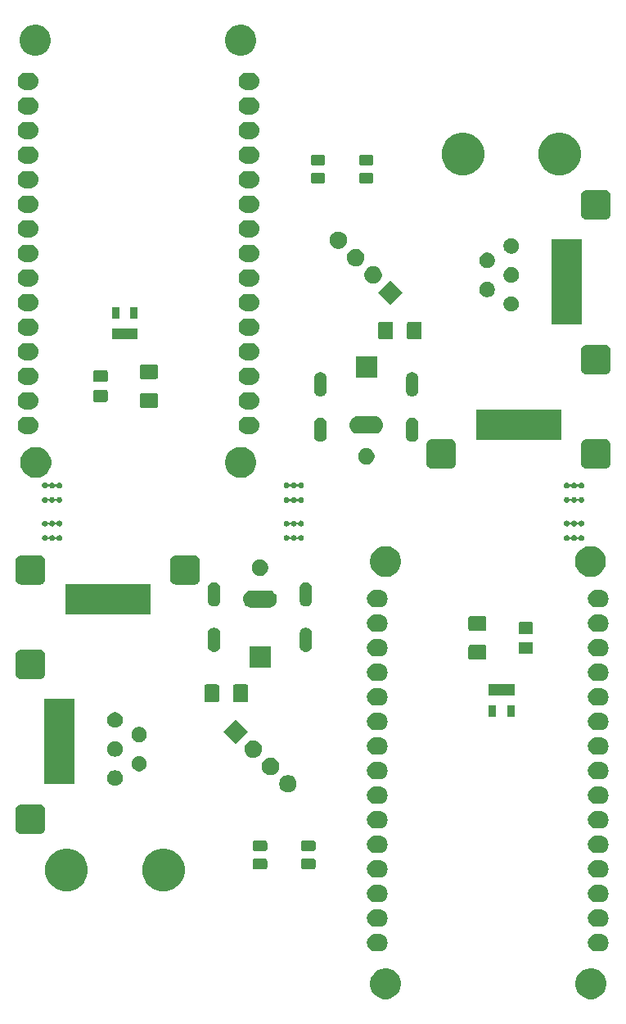
<source format=gbr>
G04 #@! TF.GenerationSoftware,KiCad,Pcbnew,5.1.5-52549c5~86~ubuntu18.04.1*
G04 #@! TF.CreationDate,2020-04-27T04:28:22+01:00*
G04 #@! TF.ProjectId,polariser_drive,706f6c61-7269-4736-9572-5f6472697665,rev?*
G04 #@! TF.SameCoordinates,Original*
G04 #@! TF.FileFunction,Soldermask,Top*
G04 #@! TF.FilePolarity,Negative*
%FSLAX46Y46*%
G04 Gerber Fmt 4.6, Leading zero omitted, Abs format (unit mm)*
G04 Created by KiCad (PCBNEW 5.1.5-52549c5~86~ubuntu18.04.1) date 2020-04-27 04:28:22*
%MOMM*%
%LPD*%
G04 APERTURE LIST*
%ADD10C,0.100000*%
G04 APERTURE END LIST*
D10*
G36*
X110716703Y-133211486D02*
G01*
X111007883Y-133332097D01*
X111269940Y-133507198D01*
X111492802Y-133730060D01*
X111667903Y-133992117D01*
X111788514Y-134283297D01*
X111850000Y-134592412D01*
X111850000Y-134907588D01*
X111788514Y-135216703D01*
X111667903Y-135507883D01*
X111492802Y-135769940D01*
X111269940Y-135992802D01*
X111007883Y-136167903D01*
X110716703Y-136288514D01*
X110407588Y-136350000D01*
X110092412Y-136350000D01*
X109783297Y-136288514D01*
X109492117Y-136167903D01*
X109230060Y-135992802D01*
X109007198Y-135769940D01*
X108832097Y-135507883D01*
X108711486Y-135216703D01*
X108650000Y-134907588D01*
X108650000Y-134592412D01*
X108711486Y-134283297D01*
X108832097Y-133992117D01*
X109007198Y-133730060D01*
X109230060Y-133507198D01*
X109492117Y-133332097D01*
X109783297Y-133211486D01*
X110092412Y-133150000D01*
X110407588Y-133150000D01*
X110716703Y-133211486D01*
G37*
G36*
X89466703Y-133211486D02*
G01*
X89757883Y-133332097D01*
X90019940Y-133507198D01*
X90242802Y-133730060D01*
X90417903Y-133992117D01*
X90538514Y-134283297D01*
X90600000Y-134592412D01*
X90600000Y-134907588D01*
X90538514Y-135216703D01*
X90417903Y-135507883D01*
X90242802Y-135769940D01*
X90019940Y-135992802D01*
X89757883Y-136167903D01*
X89466703Y-136288514D01*
X89157588Y-136350000D01*
X88842412Y-136350000D01*
X88533297Y-136288514D01*
X88242117Y-136167903D01*
X87980060Y-135992802D01*
X87757198Y-135769940D01*
X87582097Y-135507883D01*
X87461486Y-135216703D01*
X87400000Y-134907588D01*
X87400000Y-134592412D01*
X87461486Y-134283297D01*
X87582097Y-133992117D01*
X87757198Y-133730060D01*
X87980060Y-133507198D01*
X88242117Y-133332097D01*
X88533297Y-133211486D01*
X88842412Y-133150000D01*
X89157588Y-133150000D01*
X89466703Y-133211486D01*
G37*
G36*
X88471694Y-129598633D02*
G01*
X88644095Y-129650931D01*
X88802983Y-129735858D01*
X88942249Y-129850151D01*
X89056542Y-129989417D01*
X89141469Y-130148305D01*
X89193767Y-130320706D01*
X89211425Y-130500000D01*
X89193767Y-130679294D01*
X89141469Y-130851695D01*
X89056542Y-131010583D01*
X88942249Y-131149849D01*
X88802983Y-131264142D01*
X88644095Y-131349069D01*
X88471694Y-131401367D01*
X88337331Y-131414600D01*
X87942669Y-131414600D01*
X87808306Y-131401367D01*
X87635905Y-131349069D01*
X87477017Y-131264142D01*
X87337751Y-131149849D01*
X87223458Y-131010583D01*
X87138531Y-130851695D01*
X87086233Y-130679294D01*
X87068575Y-130500000D01*
X87086233Y-130320706D01*
X87138531Y-130148305D01*
X87223458Y-129989417D01*
X87337751Y-129850151D01*
X87477017Y-129735858D01*
X87635905Y-129650931D01*
X87808306Y-129598633D01*
X87942669Y-129585400D01*
X88337331Y-129585400D01*
X88471694Y-129598633D01*
G37*
G36*
X111331694Y-129598633D02*
G01*
X111504095Y-129650931D01*
X111662983Y-129735858D01*
X111802249Y-129850151D01*
X111916542Y-129989417D01*
X112001469Y-130148305D01*
X112053767Y-130320706D01*
X112071425Y-130500000D01*
X112053767Y-130679294D01*
X112001469Y-130851695D01*
X111916542Y-131010583D01*
X111802249Y-131149849D01*
X111662983Y-131264142D01*
X111504095Y-131349069D01*
X111331694Y-131401367D01*
X111197331Y-131414600D01*
X110802669Y-131414600D01*
X110668306Y-131401367D01*
X110495905Y-131349069D01*
X110337017Y-131264142D01*
X110197751Y-131149849D01*
X110083458Y-131010583D01*
X109998531Y-130851695D01*
X109946233Y-130679294D01*
X109928575Y-130500000D01*
X109946233Y-130320706D01*
X109998531Y-130148305D01*
X110083458Y-129989417D01*
X110197751Y-129850151D01*
X110337017Y-129735858D01*
X110495905Y-129650931D01*
X110668306Y-129598633D01*
X110802669Y-129585400D01*
X111197331Y-129585400D01*
X111331694Y-129598633D01*
G37*
G36*
X111331694Y-127058633D02*
G01*
X111504095Y-127110931D01*
X111662983Y-127195858D01*
X111802249Y-127310151D01*
X111916542Y-127449417D01*
X112001469Y-127608305D01*
X112053767Y-127780706D01*
X112071425Y-127960000D01*
X112053767Y-128139294D01*
X112001469Y-128311695D01*
X111916542Y-128470583D01*
X111802249Y-128609849D01*
X111662983Y-128724142D01*
X111504095Y-128809069D01*
X111331694Y-128861367D01*
X111197331Y-128874600D01*
X110802669Y-128874600D01*
X110668306Y-128861367D01*
X110495905Y-128809069D01*
X110337017Y-128724142D01*
X110197751Y-128609849D01*
X110083458Y-128470583D01*
X109998531Y-128311695D01*
X109946233Y-128139294D01*
X109928575Y-127960000D01*
X109946233Y-127780706D01*
X109998531Y-127608305D01*
X110083458Y-127449417D01*
X110197751Y-127310151D01*
X110337017Y-127195858D01*
X110495905Y-127110931D01*
X110668306Y-127058633D01*
X110802669Y-127045400D01*
X111197331Y-127045400D01*
X111331694Y-127058633D01*
G37*
G36*
X88471694Y-127058633D02*
G01*
X88644095Y-127110931D01*
X88802983Y-127195858D01*
X88942249Y-127310151D01*
X89056542Y-127449417D01*
X89141469Y-127608305D01*
X89193767Y-127780706D01*
X89211425Y-127960000D01*
X89193767Y-128139294D01*
X89141469Y-128311695D01*
X89056542Y-128470583D01*
X88942249Y-128609849D01*
X88802983Y-128724142D01*
X88644095Y-128809069D01*
X88471694Y-128861367D01*
X88337331Y-128874600D01*
X87942669Y-128874600D01*
X87808306Y-128861367D01*
X87635905Y-128809069D01*
X87477017Y-128724142D01*
X87337751Y-128609849D01*
X87223458Y-128470583D01*
X87138531Y-128311695D01*
X87086233Y-128139294D01*
X87068575Y-127960000D01*
X87086233Y-127780706D01*
X87138531Y-127608305D01*
X87223458Y-127449417D01*
X87337751Y-127310151D01*
X87477017Y-127195858D01*
X87635905Y-127110931D01*
X87808306Y-127058633D01*
X87942669Y-127045400D01*
X88337331Y-127045400D01*
X88471694Y-127058633D01*
G37*
G36*
X111331694Y-124518633D02*
G01*
X111504095Y-124570931D01*
X111662983Y-124655858D01*
X111802249Y-124770151D01*
X111916542Y-124909417D01*
X112001469Y-125068305D01*
X112053767Y-125240706D01*
X112071425Y-125420000D01*
X112053767Y-125599294D01*
X112001469Y-125771695D01*
X111916542Y-125930583D01*
X111802249Y-126069849D01*
X111662983Y-126184142D01*
X111504095Y-126269069D01*
X111331694Y-126321367D01*
X111197331Y-126334600D01*
X110802669Y-126334600D01*
X110668306Y-126321367D01*
X110495905Y-126269069D01*
X110337017Y-126184142D01*
X110197751Y-126069849D01*
X110083458Y-125930583D01*
X109998531Y-125771695D01*
X109946233Y-125599294D01*
X109928575Y-125420000D01*
X109946233Y-125240706D01*
X109998531Y-125068305D01*
X110083458Y-124909417D01*
X110197751Y-124770151D01*
X110337017Y-124655858D01*
X110495905Y-124570931D01*
X110668306Y-124518633D01*
X110802669Y-124505400D01*
X111197331Y-124505400D01*
X111331694Y-124518633D01*
G37*
G36*
X88471694Y-124518633D02*
G01*
X88644095Y-124570931D01*
X88802983Y-124655858D01*
X88942249Y-124770151D01*
X89056542Y-124909417D01*
X89141469Y-125068305D01*
X89193767Y-125240706D01*
X89211425Y-125420000D01*
X89193767Y-125599294D01*
X89141469Y-125771695D01*
X89056542Y-125930583D01*
X88942249Y-126069849D01*
X88802983Y-126184142D01*
X88644095Y-126269069D01*
X88471694Y-126321367D01*
X88337331Y-126334600D01*
X87942669Y-126334600D01*
X87808306Y-126321367D01*
X87635905Y-126269069D01*
X87477017Y-126184142D01*
X87337751Y-126069849D01*
X87223458Y-125930583D01*
X87138531Y-125771695D01*
X87086233Y-125599294D01*
X87068575Y-125420000D01*
X87086233Y-125240706D01*
X87138531Y-125068305D01*
X87223458Y-124909417D01*
X87337751Y-124770151D01*
X87477017Y-124655858D01*
X87635905Y-124570931D01*
X87808306Y-124518633D01*
X87942669Y-124505400D01*
X88337331Y-124505400D01*
X88471694Y-124518633D01*
G37*
G36*
X56642007Y-120883582D02*
G01*
X57042563Y-121049498D01*
X57042565Y-121049499D01*
X57403056Y-121290371D01*
X57709629Y-121596944D01*
X57910442Y-121897483D01*
X57950502Y-121957437D01*
X58116418Y-122357993D01*
X58201000Y-122783219D01*
X58201000Y-123216781D01*
X58116418Y-123642007D01*
X57950502Y-124042563D01*
X57950501Y-124042565D01*
X57709629Y-124403056D01*
X57403056Y-124709629D01*
X57042565Y-124950501D01*
X57042564Y-124950502D01*
X57042563Y-124950502D01*
X56642007Y-125116418D01*
X56216781Y-125201000D01*
X55783219Y-125201000D01*
X55357993Y-125116418D01*
X54957437Y-124950502D01*
X54957436Y-124950502D01*
X54957435Y-124950501D01*
X54596944Y-124709629D01*
X54290371Y-124403056D01*
X54049499Y-124042565D01*
X54049498Y-124042563D01*
X53883582Y-123642007D01*
X53799000Y-123216781D01*
X53799000Y-122783219D01*
X53883582Y-122357993D01*
X54049498Y-121957437D01*
X54089558Y-121897483D01*
X54290371Y-121596944D01*
X54596944Y-121290371D01*
X54957435Y-121049499D01*
X54957437Y-121049498D01*
X55357993Y-120883582D01*
X55783219Y-120799000D01*
X56216781Y-120799000D01*
X56642007Y-120883582D01*
G37*
G36*
X66642007Y-120883582D02*
G01*
X67042563Y-121049498D01*
X67042565Y-121049499D01*
X67403056Y-121290371D01*
X67709629Y-121596944D01*
X67910442Y-121897483D01*
X67950502Y-121957437D01*
X68116418Y-122357993D01*
X68201000Y-122783219D01*
X68201000Y-123216781D01*
X68116418Y-123642007D01*
X67950502Y-124042563D01*
X67950501Y-124042565D01*
X67709629Y-124403056D01*
X67403056Y-124709629D01*
X67042565Y-124950501D01*
X67042564Y-124950502D01*
X67042563Y-124950502D01*
X66642007Y-125116418D01*
X66216781Y-125201000D01*
X65783219Y-125201000D01*
X65357993Y-125116418D01*
X64957437Y-124950502D01*
X64957436Y-124950502D01*
X64957435Y-124950501D01*
X64596944Y-124709629D01*
X64290371Y-124403056D01*
X64049499Y-124042565D01*
X64049498Y-124042563D01*
X63883582Y-123642007D01*
X63799000Y-123216781D01*
X63799000Y-122783219D01*
X63883582Y-122357993D01*
X64049498Y-121957437D01*
X64089558Y-121897483D01*
X64290371Y-121596944D01*
X64596944Y-121290371D01*
X64957435Y-121049499D01*
X64957437Y-121049498D01*
X65357993Y-120883582D01*
X65783219Y-120799000D01*
X66216781Y-120799000D01*
X66642007Y-120883582D01*
G37*
G36*
X88471694Y-121978633D02*
G01*
X88644095Y-122030931D01*
X88802983Y-122115858D01*
X88942249Y-122230151D01*
X89056542Y-122369417D01*
X89141469Y-122528305D01*
X89193767Y-122700706D01*
X89211425Y-122880000D01*
X89193767Y-123059294D01*
X89141469Y-123231695D01*
X89056542Y-123390583D01*
X88942249Y-123529849D01*
X88802983Y-123644142D01*
X88644095Y-123729069D01*
X88471694Y-123781367D01*
X88337331Y-123794600D01*
X87942669Y-123794600D01*
X87808306Y-123781367D01*
X87635905Y-123729069D01*
X87477017Y-123644142D01*
X87337751Y-123529849D01*
X87223458Y-123390583D01*
X87138531Y-123231695D01*
X87086233Y-123059294D01*
X87068575Y-122880000D01*
X87086233Y-122700706D01*
X87138531Y-122528305D01*
X87223458Y-122369417D01*
X87337751Y-122230151D01*
X87477017Y-122115858D01*
X87635905Y-122030931D01*
X87808306Y-121978633D01*
X87942669Y-121965400D01*
X88337331Y-121965400D01*
X88471694Y-121978633D01*
G37*
G36*
X111331694Y-121978633D02*
G01*
X111504095Y-122030931D01*
X111662983Y-122115858D01*
X111802249Y-122230151D01*
X111916542Y-122369417D01*
X112001469Y-122528305D01*
X112053767Y-122700706D01*
X112071425Y-122880000D01*
X112053767Y-123059294D01*
X112001469Y-123231695D01*
X111916542Y-123390583D01*
X111802249Y-123529849D01*
X111662983Y-123644142D01*
X111504095Y-123729069D01*
X111331694Y-123781367D01*
X111197331Y-123794600D01*
X110802669Y-123794600D01*
X110668306Y-123781367D01*
X110495905Y-123729069D01*
X110337017Y-123644142D01*
X110197751Y-123529849D01*
X110083458Y-123390583D01*
X109998531Y-123231695D01*
X109946233Y-123059294D01*
X109928575Y-122880000D01*
X109946233Y-122700706D01*
X109998531Y-122528305D01*
X110083458Y-122369417D01*
X110197751Y-122230151D01*
X110337017Y-122115858D01*
X110495905Y-122030931D01*
X110668306Y-121978633D01*
X110802669Y-121965400D01*
X111197331Y-121965400D01*
X111331694Y-121978633D01*
G37*
G36*
X81584468Y-121841065D02*
G01*
X81623138Y-121852796D01*
X81658777Y-121871846D01*
X81690017Y-121897483D01*
X81715654Y-121928723D01*
X81734704Y-121964362D01*
X81746435Y-122003032D01*
X81751000Y-122049388D01*
X81751000Y-122700612D01*
X81746435Y-122746968D01*
X81734704Y-122785638D01*
X81715654Y-122821277D01*
X81690017Y-122852517D01*
X81658777Y-122878154D01*
X81623138Y-122897204D01*
X81584468Y-122908935D01*
X81538112Y-122913500D01*
X80461888Y-122913500D01*
X80415532Y-122908935D01*
X80376862Y-122897204D01*
X80341223Y-122878154D01*
X80309983Y-122852517D01*
X80284346Y-122821277D01*
X80265296Y-122785638D01*
X80253565Y-122746968D01*
X80249000Y-122700612D01*
X80249000Y-122049388D01*
X80253565Y-122003032D01*
X80265296Y-121964362D01*
X80284346Y-121928723D01*
X80309983Y-121897483D01*
X80341223Y-121871846D01*
X80376862Y-121852796D01*
X80415532Y-121841065D01*
X80461888Y-121836500D01*
X81538112Y-121836500D01*
X81584468Y-121841065D01*
G37*
G36*
X76584468Y-121841065D02*
G01*
X76623138Y-121852796D01*
X76658777Y-121871846D01*
X76690017Y-121897483D01*
X76715654Y-121928723D01*
X76734704Y-121964362D01*
X76746435Y-122003032D01*
X76751000Y-122049388D01*
X76751000Y-122700612D01*
X76746435Y-122746968D01*
X76734704Y-122785638D01*
X76715654Y-122821277D01*
X76690017Y-122852517D01*
X76658777Y-122878154D01*
X76623138Y-122897204D01*
X76584468Y-122908935D01*
X76538112Y-122913500D01*
X75461888Y-122913500D01*
X75415532Y-122908935D01*
X75376862Y-122897204D01*
X75341223Y-122878154D01*
X75309983Y-122852517D01*
X75284346Y-122821277D01*
X75265296Y-122785638D01*
X75253565Y-122746968D01*
X75249000Y-122700612D01*
X75249000Y-122049388D01*
X75253565Y-122003032D01*
X75265296Y-121964362D01*
X75284346Y-121928723D01*
X75309983Y-121897483D01*
X75341223Y-121871846D01*
X75376862Y-121852796D01*
X75415532Y-121841065D01*
X75461888Y-121836500D01*
X76538112Y-121836500D01*
X76584468Y-121841065D01*
G37*
G36*
X88471694Y-119438633D02*
G01*
X88644095Y-119490931D01*
X88802983Y-119575858D01*
X88942249Y-119690151D01*
X89056542Y-119829417D01*
X89141469Y-119988305D01*
X89193767Y-120160706D01*
X89211425Y-120340000D01*
X89193767Y-120519294D01*
X89141469Y-120691695D01*
X89056542Y-120850583D01*
X88942249Y-120989849D01*
X88802983Y-121104142D01*
X88644095Y-121189069D01*
X88471694Y-121241367D01*
X88337331Y-121254600D01*
X87942669Y-121254600D01*
X87808306Y-121241367D01*
X87635905Y-121189069D01*
X87477017Y-121104142D01*
X87337751Y-120989849D01*
X87223458Y-120850583D01*
X87138531Y-120691695D01*
X87086233Y-120519294D01*
X87068575Y-120340000D01*
X87086233Y-120160706D01*
X87138531Y-119988305D01*
X87223458Y-119829417D01*
X87337751Y-119690151D01*
X87477017Y-119575858D01*
X87635905Y-119490931D01*
X87808306Y-119438633D01*
X87942669Y-119425400D01*
X88337331Y-119425400D01*
X88471694Y-119438633D01*
G37*
G36*
X111331694Y-119438633D02*
G01*
X111504095Y-119490931D01*
X111662983Y-119575858D01*
X111802249Y-119690151D01*
X111916542Y-119829417D01*
X112001469Y-119988305D01*
X112053767Y-120160706D01*
X112071425Y-120340000D01*
X112053767Y-120519294D01*
X112001469Y-120691695D01*
X111916542Y-120850583D01*
X111802249Y-120989849D01*
X111662983Y-121104142D01*
X111504095Y-121189069D01*
X111331694Y-121241367D01*
X111197331Y-121254600D01*
X110802669Y-121254600D01*
X110668306Y-121241367D01*
X110495905Y-121189069D01*
X110337017Y-121104142D01*
X110197751Y-120989849D01*
X110083458Y-120850583D01*
X109998531Y-120691695D01*
X109946233Y-120519294D01*
X109928575Y-120340000D01*
X109946233Y-120160706D01*
X109998531Y-119988305D01*
X110083458Y-119829417D01*
X110197751Y-119690151D01*
X110337017Y-119575858D01*
X110495905Y-119490931D01*
X110668306Y-119438633D01*
X110802669Y-119425400D01*
X111197331Y-119425400D01*
X111331694Y-119438633D01*
G37*
G36*
X76584468Y-119966065D02*
G01*
X76623138Y-119977796D01*
X76658777Y-119996846D01*
X76690017Y-120022483D01*
X76715654Y-120053723D01*
X76734704Y-120089362D01*
X76746435Y-120128032D01*
X76751000Y-120174388D01*
X76751000Y-120825612D01*
X76746435Y-120871968D01*
X76734704Y-120910638D01*
X76715654Y-120946277D01*
X76690017Y-120977517D01*
X76658777Y-121003154D01*
X76623138Y-121022204D01*
X76584468Y-121033935D01*
X76538112Y-121038500D01*
X75461888Y-121038500D01*
X75415532Y-121033935D01*
X75376862Y-121022204D01*
X75341223Y-121003154D01*
X75309983Y-120977517D01*
X75284346Y-120946277D01*
X75265296Y-120910638D01*
X75253565Y-120871968D01*
X75249000Y-120825612D01*
X75249000Y-120174388D01*
X75253565Y-120128032D01*
X75265296Y-120089362D01*
X75284346Y-120053723D01*
X75309983Y-120022483D01*
X75341223Y-119996846D01*
X75376862Y-119977796D01*
X75415532Y-119966065D01*
X75461888Y-119961500D01*
X76538112Y-119961500D01*
X76584468Y-119966065D01*
G37*
G36*
X81584468Y-119966065D02*
G01*
X81623138Y-119977796D01*
X81658777Y-119996846D01*
X81690017Y-120022483D01*
X81715654Y-120053723D01*
X81734704Y-120089362D01*
X81746435Y-120128032D01*
X81751000Y-120174388D01*
X81751000Y-120825612D01*
X81746435Y-120871968D01*
X81734704Y-120910638D01*
X81715654Y-120946277D01*
X81690017Y-120977517D01*
X81658777Y-121003154D01*
X81623138Y-121022204D01*
X81584468Y-121033935D01*
X81538112Y-121038500D01*
X80461888Y-121038500D01*
X80415532Y-121033935D01*
X80376862Y-121022204D01*
X80341223Y-121003154D01*
X80309983Y-120977517D01*
X80284346Y-120946277D01*
X80265296Y-120910638D01*
X80253565Y-120871968D01*
X80249000Y-120825612D01*
X80249000Y-120174388D01*
X80253565Y-120128032D01*
X80265296Y-120089362D01*
X80284346Y-120053723D01*
X80309983Y-120022483D01*
X80341223Y-119996846D01*
X80376862Y-119977796D01*
X80415532Y-119966065D01*
X80461888Y-119961500D01*
X81538112Y-119961500D01*
X81584468Y-119966065D01*
G37*
G36*
X53226979Y-116213293D02*
G01*
X53360625Y-116253834D01*
X53483784Y-116319664D01*
X53591740Y-116408260D01*
X53680336Y-116516216D01*
X53746166Y-116639375D01*
X53786707Y-116773021D01*
X53801000Y-116918140D01*
X53801000Y-118581860D01*
X53786707Y-118726979D01*
X53746166Y-118860625D01*
X53680336Y-118983784D01*
X53591740Y-119091740D01*
X53483784Y-119180336D01*
X53360625Y-119246166D01*
X53226979Y-119286707D01*
X53081860Y-119301000D01*
X51418140Y-119301000D01*
X51273021Y-119286707D01*
X51139375Y-119246166D01*
X51016216Y-119180336D01*
X50908260Y-119091740D01*
X50819664Y-118983784D01*
X50753834Y-118860625D01*
X50713293Y-118726979D01*
X50699000Y-118581860D01*
X50699000Y-116918140D01*
X50713293Y-116773021D01*
X50753834Y-116639375D01*
X50819664Y-116516216D01*
X50908260Y-116408260D01*
X51016216Y-116319664D01*
X51139375Y-116253834D01*
X51273021Y-116213293D01*
X51418140Y-116199000D01*
X53081860Y-116199000D01*
X53226979Y-116213293D01*
G37*
G36*
X111331694Y-116898633D02*
G01*
X111504095Y-116950931D01*
X111662983Y-117035858D01*
X111802249Y-117150151D01*
X111916542Y-117289417D01*
X112001469Y-117448305D01*
X112053767Y-117620706D01*
X112071425Y-117800000D01*
X112053767Y-117979294D01*
X112001469Y-118151695D01*
X111916542Y-118310583D01*
X111802249Y-118449849D01*
X111662983Y-118564142D01*
X111504095Y-118649069D01*
X111331694Y-118701367D01*
X111197331Y-118714600D01*
X110802669Y-118714600D01*
X110668306Y-118701367D01*
X110495905Y-118649069D01*
X110337017Y-118564142D01*
X110197751Y-118449849D01*
X110083458Y-118310583D01*
X109998531Y-118151695D01*
X109946233Y-117979294D01*
X109928575Y-117800000D01*
X109946233Y-117620706D01*
X109998531Y-117448305D01*
X110083458Y-117289417D01*
X110197751Y-117150151D01*
X110337017Y-117035858D01*
X110495905Y-116950931D01*
X110668306Y-116898633D01*
X110802669Y-116885400D01*
X111197331Y-116885400D01*
X111331694Y-116898633D01*
G37*
G36*
X88471694Y-116898633D02*
G01*
X88644095Y-116950931D01*
X88802983Y-117035858D01*
X88942249Y-117150151D01*
X89056542Y-117289417D01*
X89141469Y-117448305D01*
X89193767Y-117620706D01*
X89211425Y-117800000D01*
X89193767Y-117979294D01*
X89141469Y-118151695D01*
X89056542Y-118310583D01*
X88942249Y-118449849D01*
X88802983Y-118564142D01*
X88644095Y-118649069D01*
X88471694Y-118701367D01*
X88337331Y-118714600D01*
X87942669Y-118714600D01*
X87808306Y-118701367D01*
X87635905Y-118649069D01*
X87477017Y-118564142D01*
X87337751Y-118449849D01*
X87223458Y-118310583D01*
X87138531Y-118151695D01*
X87086233Y-117979294D01*
X87068575Y-117800000D01*
X87086233Y-117620706D01*
X87138531Y-117448305D01*
X87223458Y-117289417D01*
X87337751Y-117150151D01*
X87477017Y-117035858D01*
X87635905Y-116950931D01*
X87808306Y-116898633D01*
X87942669Y-116885400D01*
X88337331Y-116885400D01*
X88471694Y-116898633D01*
G37*
G36*
X111331694Y-114358633D02*
G01*
X111504095Y-114410931D01*
X111662983Y-114495858D01*
X111802249Y-114610151D01*
X111916542Y-114749417D01*
X112001469Y-114908305D01*
X112053767Y-115080706D01*
X112071425Y-115260000D01*
X112053767Y-115439294D01*
X112001469Y-115611695D01*
X111916542Y-115770583D01*
X111802249Y-115909849D01*
X111662983Y-116024142D01*
X111504095Y-116109069D01*
X111331694Y-116161367D01*
X111197331Y-116174600D01*
X110802669Y-116174600D01*
X110668306Y-116161367D01*
X110495905Y-116109069D01*
X110337017Y-116024142D01*
X110197751Y-115909849D01*
X110083458Y-115770583D01*
X109998531Y-115611695D01*
X109946233Y-115439294D01*
X109928575Y-115260000D01*
X109946233Y-115080706D01*
X109998531Y-114908305D01*
X110083458Y-114749417D01*
X110197751Y-114610151D01*
X110337017Y-114495858D01*
X110495905Y-114410931D01*
X110668306Y-114358633D01*
X110802669Y-114345400D01*
X111197331Y-114345400D01*
X111331694Y-114358633D01*
G37*
G36*
X88471694Y-114358633D02*
G01*
X88644095Y-114410931D01*
X88802983Y-114495858D01*
X88942249Y-114610151D01*
X89056542Y-114749417D01*
X89141469Y-114908305D01*
X89193767Y-115080706D01*
X89211425Y-115260000D01*
X89193767Y-115439294D01*
X89141469Y-115611695D01*
X89056542Y-115770583D01*
X88942249Y-115909849D01*
X88802983Y-116024142D01*
X88644095Y-116109069D01*
X88471694Y-116161367D01*
X88337331Y-116174600D01*
X87942669Y-116174600D01*
X87808306Y-116161367D01*
X87635905Y-116109069D01*
X87477017Y-116024142D01*
X87337751Y-115909849D01*
X87223458Y-115770583D01*
X87138531Y-115611695D01*
X87086233Y-115439294D01*
X87068575Y-115260000D01*
X87086233Y-115080706D01*
X87138531Y-114908305D01*
X87223458Y-114749417D01*
X87337751Y-114610151D01*
X87477017Y-114495858D01*
X87635905Y-114410931D01*
X87808306Y-114358633D01*
X87942669Y-114345400D01*
X88337331Y-114345400D01*
X88471694Y-114358633D01*
G37*
G36*
X79001666Y-113196030D02*
G01*
X79150966Y-113225727D01*
X79314938Y-113293647D01*
X79462508Y-113392250D01*
X79588007Y-113517749D01*
X79686610Y-113665319D01*
X79754530Y-113829291D01*
X79789154Y-114003362D01*
X79789154Y-114180844D01*
X79754530Y-114354915D01*
X79686610Y-114518887D01*
X79588007Y-114666457D01*
X79462508Y-114791956D01*
X79314938Y-114890559D01*
X79150966Y-114958479D01*
X79001666Y-114988176D01*
X78976896Y-114993103D01*
X78799412Y-114993103D01*
X78774642Y-114988176D01*
X78625342Y-114958479D01*
X78461370Y-114890559D01*
X78313800Y-114791956D01*
X78188301Y-114666457D01*
X78089698Y-114518887D01*
X78021778Y-114354915D01*
X77987154Y-114180844D01*
X77987154Y-114003362D01*
X78021778Y-113829291D01*
X78089698Y-113665319D01*
X78188301Y-113517749D01*
X78313800Y-113392250D01*
X78461370Y-113293647D01*
X78625342Y-113225727D01*
X78774642Y-113196030D01*
X78799412Y-113191103D01*
X78976896Y-113191103D01*
X79001666Y-113196030D01*
G37*
G36*
X61233642Y-112729781D02*
G01*
X61379414Y-112790162D01*
X61379416Y-112790163D01*
X61510608Y-112877822D01*
X61622178Y-112989392D01*
X61677171Y-113071696D01*
X61709838Y-113120586D01*
X61770219Y-113266358D01*
X61801000Y-113421107D01*
X61801000Y-113578893D01*
X61770219Y-113733642D01*
X61730599Y-113829292D01*
X61709837Y-113879416D01*
X61622178Y-114010608D01*
X61510608Y-114122178D01*
X61379416Y-114209837D01*
X61379415Y-114209838D01*
X61379414Y-114209838D01*
X61233642Y-114270219D01*
X61078893Y-114301000D01*
X60921107Y-114301000D01*
X60766358Y-114270219D01*
X60620586Y-114209838D01*
X60620585Y-114209838D01*
X60620584Y-114209837D01*
X60489392Y-114122178D01*
X60377822Y-114010608D01*
X60290163Y-113879416D01*
X60269401Y-113829292D01*
X60229781Y-113733642D01*
X60199000Y-113578893D01*
X60199000Y-113421107D01*
X60229781Y-113266358D01*
X60290162Y-113120586D01*
X60322829Y-113071696D01*
X60377822Y-112989392D01*
X60489392Y-112877822D01*
X60620584Y-112790163D01*
X60620586Y-112790162D01*
X60766358Y-112729781D01*
X60921107Y-112699000D01*
X61078893Y-112699000D01*
X61233642Y-112729781D01*
G37*
G36*
X56801000Y-114151000D02*
G01*
X53699000Y-114151000D01*
X53699000Y-105349000D01*
X56801000Y-105349000D01*
X56801000Y-114151000D01*
G37*
G36*
X111331694Y-111818633D02*
G01*
X111504095Y-111870931D01*
X111662983Y-111955858D01*
X111802249Y-112070151D01*
X111916542Y-112209417D01*
X112001469Y-112368305D01*
X112053767Y-112540706D01*
X112071425Y-112720000D01*
X112053767Y-112899294D01*
X112001469Y-113071695D01*
X111916542Y-113230583D01*
X111802249Y-113369849D01*
X111662983Y-113484142D01*
X111504095Y-113569069D01*
X111331694Y-113621367D01*
X111197331Y-113634600D01*
X110802669Y-113634600D01*
X110668306Y-113621367D01*
X110495905Y-113569069D01*
X110337017Y-113484142D01*
X110197751Y-113369849D01*
X110083458Y-113230583D01*
X109998531Y-113071695D01*
X109946233Y-112899294D01*
X109928575Y-112720000D01*
X109946233Y-112540706D01*
X109998531Y-112368305D01*
X110083458Y-112209417D01*
X110197751Y-112070151D01*
X110337017Y-111955858D01*
X110495905Y-111870931D01*
X110668306Y-111818633D01*
X110802669Y-111805400D01*
X111197331Y-111805400D01*
X111331694Y-111818633D01*
G37*
G36*
X88471694Y-111818633D02*
G01*
X88644095Y-111870931D01*
X88802983Y-111955858D01*
X88942249Y-112070151D01*
X89056542Y-112209417D01*
X89141469Y-112368305D01*
X89193767Y-112540706D01*
X89211425Y-112720000D01*
X89193767Y-112899294D01*
X89141469Y-113071695D01*
X89056542Y-113230583D01*
X88942249Y-113369849D01*
X88802983Y-113484142D01*
X88644095Y-113569069D01*
X88471694Y-113621367D01*
X88337331Y-113634600D01*
X87942669Y-113634600D01*
X87808306Y-113621367D01*
X87635905Y-113569069D01*
X87477017Y-113484142D01*
X87337751Y-113369849D01*
X87223458Y-113230583D01*
X87138531Y-113071695D01*
X87086233Y-112899294D01*
X87068575Y-112720000D01*
X87086233Y-112540706D01*
X87138531Y-112368305D01*
X87223458Y-112209417D01*
X87337751Y-112070151D01*
X87477017Y-111955858D01*
X87635905Y-111870931D01*
X87808306Y-111818633D01*
X87942669Y-111805400D01*
X88337331Y-111805400D01*
X88471694Y-111818633D01*
G37*
G36*
X77205614Y-111399978D02*
G01*
X77354914Y-111429675D01*
X77518886Y-111497595D01*
X77666456Y-111596198D01*
X77791955Y-111721697D01*
X77890558Y-111869267D01*
X77958478Y-112033239D01*
X77993102Y-112207310D01*
X77993102Y-112384792D01*
X77958478Y-112558863D01*
X77890558Y-112722835D01*
X77791955Y-112870405D01*
X77666456Y-112995904D01*
X77518886Y-113094507D01*
X77354914Y-113162427D01*
X77210746Y-113191103D01*
X77180844Y-113197051D01*
X77003360Y-113197051D01*
X76973458Y-113191103D01*
X76829290Y-113162427D01*
X76665318Y-113094507D01*
X76517748Y-112995904D01*
X76392249Y-112870405D01*
X76293646Y-112722835D01*
X76225726Y-112558863D01*
X76191102Y-112384792D01*
X76191102Y-112207310D01*
X76225726Y-112033239D01*
X76293646Y-111869267D01*
X76392249Y-111721697D01*
X76517748Y-111596198D01*
X76665318Y-111497595D01*
X76829290Y-111429675D01*
X76978590Y-111399978D01*
X77003360Y-111395051D01*
X77180844Y-111395051D01*
X77205614Y-111399978D01*
G37*
G36*
X63733642Y-111229781D02*
G01*
X63879414Y-111290162D01*
X63879416Y-111290163D01*
X64010608Y-111377822D01*
X64122178Y-111489392D01*
X64209837Y-111620584D01*
X64209838Y-111620586D01*
X64270219Y-111766358D01*
X64301000Y-111921107D01*
X64301000Y-112078893D01*
X64270219Y-112233642D01*
X64209838Y-112379414D01*
X64209837Y-112379416D01*
X64122178Y-112510608D01*
X64010608Y-112622178D01*
X63879416Y-112709837D01*
X63879415Y-112709838D01*
X63879414Y-112709838D01*
X63733642Y-112770219D01*
X63578893Y-112801000D01*
X63421107Y-112801000D01*
X63266358Y-112770219D01*
X63120586Y-112709838D01*
X63120585Y-112709838D01*
X63120584Y-112709837D01*
X62989392Y-112622178D01*
X62877822Y-112510608D01*
X62790163Y-112379416D01*
X62790162Y-112379414D01*
X62729781Y-112233642D01*
X62699000Y-112078893D01*
X62699000Y-111921107D01*
X62729781Y-111766358D01*
X62790162Y-111620586D01*
X62790163Y-111620584D01*
X62877822Y-111489392D01*
X62989392Y-111377822D01*
X63120584Y-111290163D01*
X63120586Y-111290162D01*
X63266358Y-111229781D01*
X63421107Y-111199000D01*
X63578893Y-111199000D01*
X63733642Y-111229781D01*
G37*
G36*
X75409563Y-109603927D02*
G01*
X75558863Y-109633624D01*
X75722835Y-109701544D01*
X75870405Y-109800147D01*
X75995904Y-109925646D01*
X76094507Y-110073216D01*
X76162427Y-110237188D01*
X76197051Y-110411259D01*
X76197051Y-110588741D01*
X76162427Y-110762812D01*
X76094507Y-110926784D01*
X75995904Y-111074354D01*
X75870405Y-111199853D01*
X75722835Y-111298456D01*
X75558863Y-111366376D01*
X75414700Y-111395051D01*
X75384793Y-111401000D01*
X75207309Y-111401000D01*
X75177402Y-111395051D01*
X75033239Y-111366376D01*
X74869267Y-111298456D01*
X74721697Y-111199853D01*
X74596198Y-111074354D01*
X74497595Y-110926784D01*
X74429675Y-110762812D01*
X74395051Y-110588741D01*
X74395051Y-110411259D01*
X74429675Y-110237188D01*
X74497595Y-110073216D01*
X74596198Y-109925646D01*
X74721697Y-109800147D01*
X74869267Y-109701544D01*
X75033239Y-109633624D01*
X75182539Y-109603927D01*
X75207309Y-109599000D01*
X75384793Y-109599000D01*
X75409563Y-109603927D01*
G37*
G36*
X61233642Y-109729781D02*
G01*
X61379414Y-109790162D01*
X61379416Y-109790163D01*
X61510608Y-109877822D01*
X61622178Y-109989392D01*
X61629738Y-110000707D01*
X61709838Y-110120586D01*
X61770219Y-110266358D01*
X61801000Y-110421107D01*
X61801000Y-110578893D01*
X61770219Y-110733642D01*
X61709838Y-110879414D01*
X61709837Y-110879416D01*
X61622178Y-111010608D01*
X61510608Y-111122178D01*
X61379416Y-111209837D01*
X61379415Y-111209838D01*
X61379414Y-111209838D01*
X61233642Y-111270219D01*
X61078893Y-111301000D01*
X60921107Y-111301000D01*
X60766358Y-111270219D01*
X60620586Y-111209838D01*
X60620585Y-111209838D01*
X60620584Y-111209837D01*
X60489392Y-111122178D01*
X60377822Y-111010608D01*
X60290163Y-110879416D01*
X60290162Y-110879414D01*
X60229781Y-110733642D01*
X60199000Y-110578893D01*
X60199000Y-110421107D01*
X60229781Y-110266358D01*
X60290162Y-110120586D01*
X60370262Y-110000707D01*
X60377822Y-109989392D01*
X60489392Y-109877822D01*
X60620584Y-109790163D01*
X60620586Y-109790162D01*
X60766358Y-109729781D01*
X60921107Y-109699000D01*
X61078893Y-109699000D01*
X61233642Y-109729781D01*
G37*
G36*
X88471694Y-109278633D02*
G01*
X88644095Y-109330931D01*
X88802983Y-109415858D01*
X88942249Y-109530151D01*
X89056542Y-109669417D01*
X89141469Y-109828305D01*
X89193767Y-110000706D01*
X89211425Y-110180000D01*
X89193767Y-110359294D01*
X89141469Y-110531695D01*
X89056542Y-110690583D01*
X88942249Y-110829849D01*
X88802983Y-110944142D01*
X88644095Y-111029069D01*
X88471694Y-111081367D01*
X88337331Y-111094600D01*
X87942669Y-111094600D01*
X87808306Y-111081367D01*
X87635905Y-111029069D01*
X87477017Y-110944142D01*
X87337751Y-110829849D01*
X87223458Y-110690583D01*
X87138531Y-110531695D01*
X87086233Y-110359294D01*
X87068575Y-110180000D01*
X87086233Y-110000706D01*
X87138531Y-109828305D01*
X87223458Y-109669417D01*
X87337751Y-109530151D01*
X87477017Y-109415858D01*
X87635905Y-109330931D01*
X87808306Y-109278633D01*
X87942669Y-109265400D01*
X88337331Y-109265400D01*
X88471694Y-109278633D01*
G37*
G36*
X111331694Y-109278633D02*
G01*
X111504095Y-109330931D01*
X111662983Y-109415858D01*
X111802249Y-109530151D01*
X111916542Y-109669417D01*
X112001469Y-109828305D01*
X112053767Y-110000706D01*
X112071425Y-110180000D01*
X112053767Y-110359294D01*
X112001469Y-110531695D01*
X111916542Y-110690583D01*
X111802249Y-110829849D01*
X111662983Y-110944142D01*
X111504095Y-111029069D01*
X111331694Y-111081367D01*
X111197331Y-111094600D01*
X110802669Y-111094600D01*
X110668306Y-111081367D01*
X110495905Y-111029069D01*
X110337017Y-110944142D01*
X110197751Y-110829849D01*
X110083458Y-110690583D01*
X109998531Y-110531695D01*
X109946233Y-110359294D01*
X109928575Y-110180000D01*
X109946233Y-110000706D01*
X109998531Y-109828305D01*
X110083458Y-109669417D01*
X110197751Y-109530151D01*
X110337017Y-109415858D01*
X110495905Y-109330931D01*
X110668306Y-109278633D01*
X110802669Y-109265400D01*
X111197331Y-109265400D01*
X111331694Y-109278633D01*
G37*
G36*
X74774206Y-108703949D02*
G01*
X73500000Y-109978155D01*
X72225794Y-108703949D01*
X73500000Y-107429743D01*
X74774206Y-108703949D01*
G37*
G36*
X63733642Y-108229781D02*
G01*
X63878658Y-108289849D01*
X63879416Y-108290163D01*
X64010608Y-108377822D01*
X64122178Y-108489392D01*
X64156906Y-108541367D01*
X64209838Y-108620586D01*
X64270219Y-108766358D01*
X64301000Y-108921107D01*
X64301000Y-109078893D01*
X64270219Y-109233642D01*
X64229920Y-109330931D01*
X64209837Y-109379416D01*
X64122178Y-109510608D01*
X64010608Y-109622178D01*
X63879416Y-109709837D01*
X63879415Y-109709838D01*
X63879414Y-109709838D01*
X63733642Y-109770219D01*
X63578893Y-109801000D01*
X63421107Y-109801000D01*
X63266358Y-109770219D01*
X63120586Y-109709838D01*
X63120585Y-109709838D01*
X63120584Y-109709837D01*
X62989392Y-109622178D01*
X62877822Y-109510608D01*
X62790163Y-109379416D01*
X62770080Y-109330931D01*
X62729781Y-109233642D01*
X62699000Y-109078893D01*
X62699000Y-108921107D01*
X62729781Y-108766358D01*
X62790162Y-108620586D01*
X62843094Y-108541367D01*
X62877822Y-108489392D01*
X62989392Y-108377822D01*
X63120584Y-108290163D01*
X63121342Y-108289849D01*
X63266358Y-108229781D01*
X63421107Y-108199000D01*
X63578893Y-108199000D01*
X63733642Y-108229781D01*
G37*
G36*
X111331694Y-106738633D02*
G01*
X111504095Y-106790931D01*
X111662983Y-106875858D01*
X111802249Y-106990151D01*
X111916542Y-107129417D01*
X112001469Y-107288305D01*
X112053767Y-107460706D01*
X112071425Y-107640000D01*
X112053767Y-107819294D01*
X112001469Y-107991695D01*
X111916542Y-108150583D01*
X111802249Y-108289849D01*
X111662983Y-108404142D01*
X111504095Y-108489069D01*
X111331694Y-108541367D01*
X111197331Y-108554600D01*
X110802669Y-108554600D01*
X110668306Y-108541367D01*
X110495905Y-108489069D01*
X110337017Y-108404142D01*
X110197751Y-108289849D01*
X110083458Y-108150583D01*
X109998531Y-107991695D01*
X109946233Y-107819294D01*
X109928575Y-107640000D01*
X109946233Y-107460706D01*
X109998531Y-107288305D01*
X110083458Y-107129417D01*
X110197751Y-106990151D01*
X110337017Y-106875858D01*
X110495905Y-106790931D01*
X110668306Y-106738633D01*
X110802669Y-106725400D01*
X111197331Y-106725400D01*
X111331694Y-106738633D01*
G37*
G36*
X88471694Y-106738633D02*
G01*
X88644095Y-106790931D01*
X88802983Y-106875858D01*
X88942249Y-106990151D01*
X89056542Y-107129417D01*
X89141469Y-107288305D01*
X89193767Y-107460706D01*
X89211425Y-107640000D01*
X89193767Y-107819294D01*
X89141469Y-107991695D01*
X89056542Y-108150583D01*
X88942249Y-108289849D01*
X88802983Y-108404142D01*
X88644095Y-108489069D01*
X88471694Y-108541367D01*
X88337331Y-108554600D01*
X87942669Y-108554600D01*
X87808306Y-108541367D01*
X87635905Y-108489069D01*
X87477017Y-108404142D01*
X87337751Y-108289849D01*
X87223458Y-108150583D01*
X87138531Y-107991695D01*
X87086233Y-107819294D01*
X87068575Y-107640000D01*
X87086233Y-107460706D01*
X87138531Y-107288305D01*
X87223458Y-107129417D01*
X87337751Y-106990151D01*
X87477017Y-106875858D01*
X87635905Y-106790931D01*
X87808306Y-106738633D01*
X87942669Y-106725400D01*
X88337331Y-106725400D01*
X88471694Y-106738633D01*
G37*
G36*
X61233642Y-106729781D02*
G01*
X61379414Y-106790162D01*
X61379416Y-106790163D01*
X61510608Y-106877822D01*
X61622178Y-106989392D01*
X61709837Y-107120584D01*
X61709838Y-107120586D01*
X61770219Y-107266358D01*
X61801000Y-107421107D01*
X61801000Y-107578893D01*
X61770219Y-107733642D01*
X61709838Y-107879414D01*
X61709837Y-107879416D01*
X61622178Y-108010608D01*
X61510608Y-108122178D01*
X61379416Y-108209837D01*
X61379415Y-108209838D01*
X61379414Y-108209838D01*
X61233642Y-108270219D01*
X61078893Y-108301000D01*
X60921107Y-108301000D01*
X60766358Y-108270219D01*
X60620586Y-108209838D01*
X60620585Y-108209838D01*
X60620584Y-108209837D01*
X60489392Y-108122178D01*
X60377822Y-108010608D01*
X60290163Y-107879416D01*
X60290162Y-107879414D01*
X60229781Y-107733642D01*
X60199000Y-107578893D01*
X60199000Y-107421107D01*
X60229781Y-107266358D01*
X60290162Y-107120586D01*
X60290163Y-107120584D01*
X60377822Y-106989392D01*
X60489392Y-106877822D01*
X60620584Y-106790163D01*
X60620586Y-106790162D01*
X60766358Y-106729781D01*
X60921107Y-106699000D01*
X61078893Y-106699000D01*
X61233642Y-106729781D01*
G37*
G36*
X102326000Y-107181000D02*
G01*
X101574000Y-107181000D01*
X101574000Y-106019000D01*
X102326000Y-106019000D01*
X102326000Y-107181000D01*
G37*
G36*
X100426000Y-107181000D02*
G01*
X99674000Y-107181000D01*
X99674000Y-106019000D01*
X100426000Y-106019000D01*
X100426000Y-107181000D01*
G37*
G36*
X111331694Y-104198633D02*
G01*
X111504095Y-104250931D01*
X111662983Y-104335858D01*
X111802249Y-104450151D01*
X111916542Y-104589417D01*
X112001469Y-104748305D01*
X112053767Y-104920706D01*
X112071425Y-105100000D01*
X112053767Y-105279294D01*
X112001469Y-105451695D01*
X111916542Y-105610583D01*
X111802249Y-105749849D01*
X111662983Y-105864142D01*
X111504095Y-105949069D01*
X111331694Y-106001367D01*
X111197331Y-106014600D01*
X110802669Y-106014600D01*
X110668306Y-106001367D01*
X110495905Y-105949069D01*
X110337017Y-105864142D01*
X110197751Y-105749849D01*
X110083458Y-105610583D01*
X109998531Y-105451695D01*
X109946233Y-105279294D01*
X109928575Y-105100000D01*
X109946233Y-104920706D01*
X109998531Y-104748305D01*
X110083458Y-104589417D01*
X110197751Y-104450151D01*
X110337017Y-104335858D01*
X110495905Y-104250931D01*
X110668306Y-104198633D01*
X110802669Y-104185400D01*
X111197331Y-104185400D01*
X111331694Y-104198633D01*
G37*
G36*
X88471694Y-104198633D02*
G01*
X88644095Y-104250931D01*
X88802983Y-104335858D01*
X88942249Y-104450151D01*
X89056542Y-104589417D01*
X89141469Y-104748305D01*
X89193767Y-104920706D01*
X89211425Y-105100000D01*
X89193767Y-105279294D01*
X89141469Y-105451695D01*
X89056542Y-105610583D01*
X88942249Y-105749849D01*
X88802983Y-105864142D01*
X88644095Y-105949069D01*
X88471694Y-106001367D01*
X88337331Y-106014600D01*
X87942669Y-106014600D01*
X87808306Y-106001367D01*
X87635905Y-105949069D01*
X87477017Y-105864142D01*
X87337751Y-105749849D01*
X87223458Y-105610583D01*
X87138531Y-105451695D01*
X87086233Y-105279294D01*
X87068575Y-105100000D01*
X87086233Y-104920706D01*
X87138531Y-104748305D01*
X87223458Y-104589417D01*
X87337751Y-104450151D01*
X87477017Y-104335858D01*
X87635905Y-104250931D01*
X87808306Y-104198633D01*
X87942669Y-104185400D01*
X88337331Y-104185400D01*
X88471694Y-104198633D01*
G37*
G36*
X74600562Y-103828181D02*
G01*
X74635481Y-103838774D01*
X74667663Y-103855976D01*
X74695873Y-103879127D01*
X74719024Y-103907337D01*
X74736226Y-103939519D01*
X74746819Y-103974438D01*
X74751000Y-104016895D01*
X74751000Y-105483105D01*
X74746819Y-105525562D01*
X74736226Y-105560481D01*
X74719024Y-105592663D01*
X74695873Y-105620873D01*
X74667663Y-105644024D01*
X74635481Y-105661226D01*
X74600562Y-105671819D01*
X74558105Y-105676000D01*
X73416895Y-105676000D01*
X73374438Y-105671819D01*
X73339519Y-105661226D01*
X73307337Y-105644024D01*
X73279127Y-105620873D01*
X73255976Y-105592663D01*
X73238774Y-105560481D01*
X73228181Y-105525562D01*
X73224000Y-105483105D01*
X73224000Y-104016895D01*
X73228181Y-103974438D01*
X73238774Y-103939519D01*
X73255976Y-103907337D01*
X73279127Y-103879127D01*
X73307337Y-103855976D01*
X73339519Y-103838774D01*
X73374438Y-103828181D01*
X73416895Y-103824000D01*
X74558105Y-103824000D01*
X74600562Y-103828181D01*
G37*
G36*
X71625562Y-103828181D02*
G01*
X71660481Y-103838774D01*
X71692663Y-103855976D01*
X71720873Y-103879127D01*
X71744024Y-103907337D01*
X71761226Y-103939519D01*
X71771819Y-103974438D01*
X71776000Y-104016895D01*
X71776000Y-105483105D01*
X71771819Y-105525562D01*
X71761226Y-105560481D01*
X71744024Y-105592663D01*
X71720873Y-105620873D01*
X71692663Y-105644024D01*
X71660481Y-105661226D01*
X71625562Y-105671819D01*
X71583105Y-105676000D01*
X70441895Y-105676000D01*
X70399438Y-105671819D01*
X70364519Y-105661226D01*
X70332337Y-105644024D01*
X70304127Y-105620873D01*
X70280976Y-105592663D01*
X70263774Y-105560481D01*
X70253181Y-105525562D01*
X70249000Y-105483105D01*
X70249000Y-104016895D01*
X70253181Y-103974438D01*
X70263774Y-103939519D01*
X70280976Y-103907337D01*
X70304127Y-103879127D01*
X70332337Y-103855976D01*
X70364519Y-103838774D01*
X70399438Y-103828181D01*
X70441895Y-103824000D01*
X71583105Y-103824000D01*
X71625562Y-103828181D01*
G37*
G36*
X102326000Y-104981000D02*
G01*
X99674000Y-104981000D01*
X99674000Y-103819000D01*
X102326000Y-103819000D01*
X102326000Y-104981000D01*
G37*
G36*
X88471694Y-101658633D02*
G01*
X88644095Y-101710931D01*
X88802983Y-101795858D01*
X88942249Y-101910151D01*
X89056542Y-102049417D01*
X89141469Y-102208305D01*
X89193767Y-102380706D01*
X89211425Y-102560000D01*
X89193767Y-102739294D01*
X89141469Y-102911695D01*
X89056542Y-103070583D01*
X88942249Y-103209849D01*
X88802983Y-103324142D01*
X88644095Y-103409069D01*
X88471694Y-103461367D01*
X88337331Y-103474600D01*
X87942669Y-103474600D01*
X87808306Y-103461367D01*
X87635905Y-103409069D01*
X87477017Y-103324142D01*
X87337751Y-103209849D01*
X87223458Y-103070583D01*
X87138531Y-102911695D01*
X87086233Y-102739294D01*
X87068575Y-102560000D01*
X87086233Y-102380706D01*
X87138531Y-102208305D01*
X87223458Y-102049417D01*
X87337751Y-101910151D01*
X87477017Y-101795858D01*
X87635905Y-101710931D01*
X87808306Y-101658633D01*
X87942669Y-101645400D01*
X88337331Y-101645400D01*
X88471694Y-101658633D01*
G37*
G36*
X111331694Y-101658633D02*
G01*
X111504095Y-101710931D01*
X111662983Y-101795858D01*
X111802249Y-101910151D01*
X111916542Y-102049417D01*
X112001469Y-102208305D01*
X112053767Y-102380706D01*
X112071425Y-102560000D01*
X112053767Y-102739294D01*
X112001469Y-102911695D01*
X111916542Y-103070583D01*
X111802249Y-103209849D01*
X111662983Y-103324142D01*
X111504095Y-103409069D01*
X111331694Y-103461367D01*
X111197331Y-103474600D01*
X110802669Y-103474600D01*
X110668306Y-103461367D01*
X110495905Y-103409069D01*
X110337017Y-103324142D01*
X110197751Y-103209849D01*
X110083458Y-103070583D01*
X109998531Y-102911695D01*
X109946233Y-102739294D01*
X109928575Y-102560000D01*
X109946233Y-102380706D01*
X109998531Y-102208305D01*
X110083458Y-102049417D01*
X110197751Y-101910151D01*
X110337017Y-101795858D01*
X110495905Y-101710931D01*
X110668306Y-101658633D01*
X110802669Y-101645400D01*
X111197331Y-101645400D01*
X111331694Y-101658633D01*
G37*
G36*
X53226979Y-100213293D02*
G01*
X53360625Y-100253834D01*
X53483784Y-100319664D01*
X53591740Y-100408260D01*
X53680336Y-100516216D01*
X53746166Y-100639375D01*
X53786707Y-100773021D01*
X53801000Y-100918140D01*
X53801000Y-102581860D01*
X53786707Y-102726979D01*
X53746166Y-102860625D01*
X53680336Y-102983784D01*
X53591740Y-103091740D01*
X53483784Y-103180336D01*
X53360625Y-103246166D01*
X53226979Y-103286707D01*
X53081860Y-103301000D01*
X51418140Y-103301000D01*
X51273021Y-103286707D01*
X51139375Y-103246166D01*
X51016216Y-103180336D01*
X50908260Y-103091740D01*
X50819664Y-102983784D01*
X50753834Y-102860625D01*
X50713293Y-102726979D01*
X50699000Y-102581860D01*
X50699000Y-100918140D01*
X50713293Y-100773021D01*
X50753834Y-100639375D01*
X50819664Y-100516216D01*
X50908260Y-100408260D01*
X51016216Y-100319664D01*
X51139375Y-100253834D01*
X51273021Y-100213293D01*
X51418140Y-100199000D01*
X53081860Y-100199000D01*
X53226979Y-100213293D01*
G37*
G36*
X77101000Y-102101000D02*
G01*
X74899000Y-102101000D01*
X74899000Y-99899000D01*
X77101000Y-99899000D01*
X77101000Y-102101000D01*
G37*
G36*
X99275562Y-99753181D02*
G01*
X99310481Y-99763774D01*
X99342663Y-99780976D01*
X99370873Y-99804127D01*
X99394024Y-99832337D01*
X99411226Y-99864519D01*
X99421819Y-99899438D01*
X99426000Y-99941895D01*
X99426000Y-101083105D01*
X99421819Y-101125562D01*
X99411226Y-101160481D01*
X99394024Y-101192663D01*
X99370873Y-101220873D01*
X99342663Y-101244024D01*
X99310481Y-101261226D01*
X99275562Y-101271819D01*
X99233105Y-101276000D01*
X97766895Y-101276000D01*
X97724438Y-101271819D01*
X97689519Y-101261226D01*
X97657337Y-101244024D01*
X97629127Y-101220873D01*
X97605976Y-101192663D01*
X97588774Y-101160481D01*
X97578181Y-101125562D01*
X97574000Y-101083105D01*
X97574000Y-99941895D01*
X97578181Y-99899438D01*
X97588774Y-99864519D01*
X97605976Y-99832337D01*
X97629127Y-99804127D01*
X97657337Y-99780976D01*
X97689519Y-99763774D01*
X97724438Y-99753181D01*
X97766895Y-99749000D01*
X99233105Y-99749000D01*
X99275562Y-99753181D01*
G37*
G36*
X111331694Y-99118633D02*
G01*
X111504095Y-99170931D01*
X111662983Y-99255858D01*
X111802249Y-99370151D01*
X111916542Y-99509417D01*
X112001469Y-99668305D01*
X112053767Y-99840706D01*
X112071425Y-100020000D01*
X112053767Y-100199294D01*
X112001469Y-100371695D01*
X111916542Y-100530583D01*
X111802249Y-100669849D01*
X111662983Y-100784142D01*
X111504095Y-100869069D01*
X111331694Y-100921367D01*
X111197331Y-100934600D01*
X110802669Y-100934600D01*
X110668306Y-100921367D01*
X110495905Y-100869069D01*
X110337017Y-100784142D01*
X110197751Y-100669849D01*
X110083458Y-100530583D01*
X109998531Y-100371695D01*
X109946233Y-100199294D01*
X109928575Y-100020000D01*
X109946233Y-99840706D01*
X109998531Y-99668305D01*
X110083458Y-99509417D01*
X110197751Y-99370151D01*
X110337017Y-99255858D01*
X110495905Y-99170931D01*
X110668306Y-99118633D01*
X110802669Y-99105400D01*
X111197331Y-99105400D01*
X111331694Y-99118633D01*
G37*
G36*
X88471694Y-99118633D02*
G01*
X88644095Y-99170931D01*
X88802983Y-99255858D01*
X88942249Y-99370151D01*
X89056542Y-99509417D01*
X89141469Y-99668305D01*
X89193767Y-99840706D01*
X89211425Y-100020000D01*
X89193767Y-100199294D01*
X89141469Y-100371695D01*
X89056542Y-100530583D01*
X88942249Y-100669849D01*
X88802983Y-100784142D01*
X88644095Y-100869069D01*
X88471694Y-100921367D01*
X88337331Y-100934600D01*
X87942669Y-100934600D01*
X87808306Y-100921367D01*
X87635905Y-100869069D01*
X87477017Y-100784142D01*
X87337751Y-100669849D01*
X87223458Y-100530583D01*
X87138531Y-100371695D01*
X87086233Y-100199294D01*
X87068575Y-100020000D01*
X87086233Y-99840706D01*
X87138531Y-99668305D01*
X87223458Y-99509417D01*
X87337751Y-99370151D01*
X87477017Y-99255858D01*
X87635905Y-99170931D01*
X87808306Y-99118633D01*
X87942669Y-99105400D01*
X88337331Y-99105400D01*
X88471694Y-99118633D01*
G37*
G36*
X104088674Y-99428465D02*
G01*
X104126367Y-99439899D01*
X104161103Y-99458466D01*
X104191548Y-99483452D01*
X104216534Y-99513897D01*
X104235101Y-99548633D01*
X104246535Y-99586326D01*
X104251000Y-99631661D01*
X104251000Y-100468339D01*
X104246535Y-100513674D01*
X104235101Y-100551367D01*
X104216534Y-100586103D01*
X104191548Y-100616548D01*
X104161103Y-100641534D01*
X104126367Y-100660101D01*
X104088674Y-100671535D01*
X104043339Y-100676000D01*
X102956661Y-100676000D01*
X102911326Y-100671535D01*
X102873633Y-100660101D01*
X102838897Y-100641534D01*
X102808452Y-100616548D01*
X102783466Y-100586103D01*
X102764899Y-100551367D01*
X102753465Y-100513674D01*
X102749000Y-100468339D01*
X102749000Y-99631661D01*
X102753465Y-99586326D01*
X102764899Y-99548633D01*
X102783466Y-99513897D01*
X102808452Y-99483452D01*
X102838897Y-99458466D01*
X102873633Y-99439899D01*
X102911326Y-99428465D01*
X102956661Y-99424000D01*
X104043339Y-99424000D01*
X104088674Y-99428465D01*
G37*
G36*
X80877618Y-97958420D02*
G01*
X80968404Y-97985960D01*
X81000336Y-97995646D01*
X81113425Y-98056094D01*
X81212554Y-98137446D01*
X81293906Y-98236575D01*
X81354354Y-98349664D01*
X81354355Y-98349668D01*
X81391580Y-98472382D01*
X81401000Y-98568027D01*
X81401000Y-99831973D01*
X81391580Y-99927618D01*
X81387249Y-99941895D01*
X81354354Y-100050336D01*
X81293906Y-100163425D01*
X81212554Y-100262553D01*
X81113424Y-100343906D01*
X81000335Y-100404354D01*
X80987458Y-100408260D01*
X80877617Y-100441580D01*
X80750000Y-100454149D01*
X80622382Y-100441580D01*
X80512541Y-100408260D01*
X80499664Y-100404354D01*
X80386575Y-100343906D01*
X80287447Y-100262554D01*
X80206094Y-100163424D01*
X80145646Y-100050335D01*
X80119648Y-99964631D01*
X80108420Y-99927617D01*
X80099000Y-99831972D01*
X80099001Y-98568027D01*
X80108421Y-98472382D01*
X80145646Y-98349668D01*
X80145647Y-98349664D01*
X80206095Y-98236575D01*
X80287447Y-98137446D01*
X80386576Y-98056094D01*
X80499665Y-97995646D01*
X80531597Y-97985960D01*
X80622383Y-97958420D01*
X80750000Y-97945851D01*
X80877618Y-97958420D01*
G37*
G36*
X71377618Y-97958420D02*
G01*
X71468404Y-97985960D01*
X71500336Y-97995646D01*
X71613425Y-98056094D01*
X71712554Y-98137446D01*
X71793906Y-98236575D01*
X71854354Y-98349664D01*
X71854355Y-98349668D01*
X71891580Y-98472382D01*
X71901000Y-98568027D01*
X71901000Y-99831973D01*
X71891580Y-99927618D01*
X71887249Y-99941895D01*
X71854354Y-100050336D01*
X71793906Y-100163425D01*
X71712554Y-100262553D01*
X71613424Y-100343906D01*
X71500335Y-100404354D01*
X71487458Y-100408260D01*
X71377617Y-100441580D01*
X71250000Y-100454149D01*
X71122382Y-100441580D01*
X71012541Y-100408260D01*
X70999664Y-100404354D01*
X70886575Y-100343906D01*
X70787447Y-100262554D01*
X70706094Y-100163424D01*
X70645646Y-100050335D01*
X70619648Y-99964631D01*
X70608420Y-99927617D01*
X70599000Y-99831972D01*
X70599001Y-98568027D01*
X70608421Y-98472382D01*
X70645646Y-98349668D01*
X70645647Y-98349664D01*
X70706095Y-98236575D01*
X70787447Y-98137446D01*
X70886576Y-98056094D01*
X70999665Y-97995646D01*
X71031597Y-97985960D01*
X71122383Y-97958420D01*
X71250000Y-97945851D01*
X71377618Y-97958420D01*
G37*
G36*
X104088674Y-97378465D02*
G01*
X104126367Y-97389899D01*
X104161103Y-97408466D01*
X104191548Y-97433452D01*
X104216534Y-97463897D01*
X104235101Y-97498633D01*
X104246535Y-97536326D01*
X104251000Y-97581661D01*
X104251000Y-98418339D01*
X104246535Y-98463674D01*
X104235101Y-98501367D01*
X104216534Y-98536103D01*
X104191548Y-98566548D01*
X104161103Y-98591534D01*
X104126367Y-98610101D01*
X104088674Y-98621535D01*
X104043339Y-98626000D01*
X102956661Y-98626000D01*
X102911326Y-98621535D01*
X102873633Y-98610101D01*
X102838897Y-98591534D01*
X102808452Y-98566548D01*
X102783466Y-98536103D01*
X102764899Y-98501367D01*
X102753465Y-98463674D01*
X102749000Y-98418339D01*
X102749000Y-97581661D01*
X102753465Y-97536326D01*
X102764899Y-97498633D01*
X102783466Y-97463897D01*
X102808452Y-97433452D01*
X102838897Y-97408466D01*
X102873633Y-97389899D01*
X102911326Y-97378465D01*
X102956661Y-97374000D01*
X104043339Y-97374000D01*
X104088674Y-97378465D01*
G37*
G36*
X111331694Y-96578633D02*
G01*
X111504095Y-96630931D01*
X111662983Y-96715858D01*
X111802249Y-96830151D01*
X111916542Y-96969417D01*
X112001469Y-97128305D01*
X112053767Y-97300706D01*
X112071425Y-97480000D01*
X112053767Y-97659294D01*
X112001469Y-97831695D01*
X111916542Y-97990583D01*
X111802249Y-98129849D01*
X111662983Y-98244142D01*
X111504095Y-98329069D01*
X111331694Y-98381367D01*
X111197331Y-98394600D01*
X110802669Y-98394600D01*
X110668306Y-98381367D01*
X110495905Y-98329069D01*
X110337017Y-98244142D01*
X110197751Y-98129849D01*
X110083458Y-97990583D01*
X109998531Y-97831695D01*
X109946233Y-97659294D01*
X109928575Y-97480000D01*
X109946233Y-97300706D01*
X109998531Y-97128305D01*
X110083458Y-96969417D01*
X110197751Y-96830151D01*
X110337017Y-96715858D01*
X110495905Y-96630931D01*
X110668306Y-96578633D01*
X110802669Y-96565400D01*
X111197331Y-96565400D01*
X111331694Y-96578633D01*
G37*
G36*
X88471694Y-96578633D02*
G01*
X88644095Y-96630931D01*
X88802983Y-96715858D01*
X88942249Y-96830151D01*
X89056542Y-96969417D01*
X89141469Y-97128305D01*
X89193767Y-97300706D01*
X89211425Y-97480000D01*
X89193767Y-97659294D01*
X89141469Y-97831695D01*
X89056542Y-97990583D01*
X88942249Y-98129849D01*
X88802983Y-98244142D01*
X88644095Y-98329069D01*
X88471694Y-98381367D01*
X88337331Y-98394600D01*
X87942669Y-98394600D01*
X87808306Y-98381367D01*
X87635905Y-98329069D01*
X87477017Y-98244142D01*
X87337751Y-98129849D01*
X87223458Y-97990583D01*
X87138531Y-97831695D01*
X87086233Y-97659294D01*
X87068575Y-97480000D01*
X87086233Y-97300706D01*
X87138531Y-97128305D01*
X87223458Y-96969417D01*
X87337751Y-96830151D01*
X87477017Y-96715858D01*
X87635905Y-96630931D01*
X87808306Y-96578633D01*
X87942669Y-96565400D01*
X88337331Y-96565400D01*
X88471694Y-96578633D01*
G37*
G36*
X99275562Y-96778181D02*
G01*
X99310481Y-96788774D01*
X99342663Y-96805976D01*
X99370873Y-96829127D01*
X99394024Y-96857337D01*
X99411226Y-96889519D01*
X99421819Y-96924438D01*
X99426000Y-96966895D01*
X99426000Y-98108105D01*
X99421819Y-98150562D01*
X99411226Y-98185481D01*
X99394024Y-98217663D01*
X99370873Y-98245873D01*
X99342663Y-98269024D01*
X99310481Y-98286226D01*
X99275562Y-98296819D01*
X99233105Y-98301000D01*
X97766895Y-98301000D01*
X97724438Y-98296819D01*
X97689519Y-98286226D01*
X97657337Y-98269024D01*
X97629127Y-98245873D01*
X97605976Y-98217663D01*
X97588774Y-98185481D01*
X97578181Y-98150562D01*
X97574000Y-98108105D01*
X97574000Y-96966895D01*
X97578181Y-96924438D01*
X97588774Y-96889519D01*
X97605976Y-96857337D01*
X97629127Y-96829127D01*
X97657337Y-96805976D01*
X97689519Y-96788774D01*
X97724438Y-96778181D01*
X97766895Y-96774000D01*
X99233105Y-96774000D01*
X99275562Y-96778181D01*
G37*
G36*
X64651000Y-96551000D02*
G01*
X55849000Y-96551000D01*
X55849000Y-93449000D01*
X64651000Y-93449000D01*
X64651000Y-96551000D01*
G37*
G36*
X76960443Y-94105519D02*
G01*
X77026627Y-94112037D01*
X77196466Y-94163557D01*
X77352991Y-94247222D01*
X77388729Y-94276552D01*
X77490186Y-94359814D01*
X77573448Y-94461271D01*
X77602778Y-94497009D01*
X77686443Y-94653534D01*
X77737963Y-94823373D01*
X77755359Y-95000000D01*
X77737963Y-95176627D01*
X77686443Y-95346466D01*
X77602778Y-95502991D01*
X77573448Y-95538729D01*
X77490186Y-95640186D01*
X77388729Y-95723448D01*
X77352991Y-95752778D01*
X77196466Y-95836443D01*
X77026627Y-95887963D01*
X76960443Y-95894481D01*
X76894260Y-95901000D01*
X75105740Y-95901000D01*
X75039557Y-95894481D01*
X74973373Y-95887963D01*
X74803534Y-95836443D01*
X74647009Y-95752778D01*
X74611271Y-95723448D01*
X74509814Y-95640186D01*
X74426552Y-95538729D01*
X74397222Y-95502991D01*
X74313557Y-95346466D01*
X74262037Y-95176627D01*
X74244641Y-95000000D01*
X74262037Y-94823373D01*
X74313557Y-94653534D01*
X74397222Y-94497009D01*
X74426552Y-94461271D01*
X74509814Y-94359814D01*
X74611271Y-94276552D01*
X74647009Y-94247222D01*
X74803534Y-94163557D01*
X74973373Y-94112037D01*
X75039557Y-94105519D01*
X75105740Y-94099000D01*
X76894260Y-94099000D01*
X76960443Y-94105519D01*
G37*
G36*
X88471694Y-94038633D02*
G01*
X88644095Y-94090931D01*
X88802983Y-94175858D01*
X88942249Y-94290151D01*
X89056542Y-94429417D01*
X89141469Y-94588305D01*
X89193767Y-94760706D01*
X89211425Y-94940000D01*
X89193767Y-95119294D01*
X89141469Y-95291695D01*
X89056542Y-95450583D01*
X88942249Y-95589849D01*
X88802983Y-95704142D01*
X88644095Y-95789069D01*
X88471694Y-95841367D01*
X88337331Y-95854600D01*
X87942669Y-95854600D01*
X87808306Y-95841367D01*
X87635905Y-95789069D01*
X87477017Y-95704142D01*
X87337751Y-95589849D01*
X87223458Y-95450583D01*
X87138531Y-95291695D01*
X87086233Y-95119294D01*
X87068575Y-94940000D01*
X87086233Y-94760706D01*
X87138531Y-94588305D01*
X87223458Y-94429417D01*
X87337751Y-94290151D01*
X87477017Y-94175858D01*
X87635905Y-94090931D01*
X87808306Y-94038633D01*
X87942669Y-94025400D01*
X88337331Y-94025400D01*
X88471694Y-94038633D01*
G37*
G36*
X111331694Y-94038633D02*
G01*
X111504095Y-94090931D01*
X111662983Y-94175858D01*
X111802249Y-94290151D01*
X111916542Y-94429417D01*
X112001469Y-94588305D01*
X112053767Y-94760706D01*
X112071425Y-94940000D01*
X112053767Y-95119294D01*
X112001469Y-95291695D01*
X111916542Y-95450583D01*
X111802249Y-95589849D01*
X111662983Y-95704142D01*
X111504095Y-95789069D01*
X111331694Y-95841367D01*
X111197331Y-95854600D01*
X110802669Y-95854600D01*
X110668306Y-95841367D01*
X110495905Y-95789069D01*
X110337017Y-95704142D01*
X110197751Y-95589849D01*
X110083458Y-95450583D01*
X109998531Y-95291695D01*
X109946233Y-95119294D01*
X109928575Y-94940000D01*
X109946233Y-94760706D01*
X109998531Y-94588305D01*
X110083458Y-94429417D01*
X110197751Y-94290151D01*
X110337017Y-94175858D01*
X110495905Y-94090931D01*
X110668306Y-94038633D01*
X110802669Y-94025400D01*
X111197331Y-94025400D01*
X111331694Y-94038633D01*
G37*
G36*
X71377618Y-93258420D02*
G01*
X71468404Y-93285960D01*
X71500336Y-93295646D01*
X71613425Y-93356094D01*
X71712554Y-93437446D01*
X71793906Y-93536575D01*
X71854354Y-93649664D01*
X71854355Y-93649668D01*
X71891580Y-93772382D01*
X71901000Y-93868027D01*
X71901000Y-95131973D01*
X71891580Y-95227618D01*
X71872142Y-95291695D01*
X71854354Y-95350336D01*
X71793906Y-95463425D01*
X71712554Y-95562553D01*
X71613424Y-95643906D01*
X71500335Y-95704354D01*
X71468403Y-95714040D01*
X71377617Y-95741580D01*
X71250000Y-95754149D01*
X71122382Y-95741580D01*
X71031596Y-95714040D01*
X70999664Y-95704354D01*
X70886575Y-95643906D01*
X70787447Y-95562554D01*
X70706094Y-95463424D01*
X70645646Y-95350335D01*
X70627858Y-95291695D01*
X70608420Y-95227617D01*
X70599000Y-95131972D01*
X70599001Y-93868027D01*
X70608421Y-93772382D01*
X70645646Y-93649668D01*
X70645647Y-93649664D01*
X70706095Y-93536575D01*
X70787447Y-93437446D01*
X70886576Y-93356094D01*
X70999665Y-93295646D01*
X71031597Y-93285960D01*
X71122383Y-93258420D01*
X71250000Y-93245851D01*
X71377618Y-93258420D01*
G37*
G36*
X80877618Y-93258420D02*
G01*
X80968404Y-93285960D01*
X81000336Y-93295646D01*
X81113425Y-93356094D01*
X81212554Y-93437446D01*
X81293906Y-93536575D01*
X81354354Y-93649664D01*
X81354355Y-93649668D01*
X81391580Y-93772382D01*
X81401000Y-93868027D01*
X81401000Y-95131973D01*
X81391580Y-95227618D01*
X81372142Y-95291695D01*
X81354354Y-95350336D01*
X81293906Y-95463425D01*
X81212554Y-95562553D01*
X81113424Y-95643906D01*
X81000335Y-95704354D01*
X80968403Y-95714040D01*
X80877617Y-95741580D01*
X80750000Y-95754149D01*
X80622382Y-95741580D01*
X80531596Y-95714040D01*
X80499664Y-95704354D01*
X80386575Y-95643906D01*
X80287447Y-95562554D01*
X80206094Y-95463424D01*
X80145646Y-95350335D01*
X80127858Y-95291695D01*
X80108420Y-95227617D01*
X80099000Y-95131972D01*
X80099001Y-93868027D01*
X80108421Y-93772382D01*
X80145646Y-93649668D01*
X80145647Y-93649664D01*
X80206095Y-93536575D01*
X80287447Y-93437446D01*
X80386576Y-93356094D01*
X80499665Y-93295646D01*
X80531597Y-93285960D01*
X80622383Y-93258420D01*
X80750000Y-93245851D01*
X80877618Y-93258420D01*
G37*
G36*
X69226979Y-90463293D02*
G01*
X69360625Y-90503834D01*
X69483784Y-90569664D01*
X69591740Y-90658260D01*
X69680336Y-90766216D01*
X69746166Y-90889375D01*
X69786707Y-91023021D01*
X69801000Y-91168140D01*
X69801000Y-92831860D01*
X69786707Y-92976979D01*
X69746166Y-93110625D01*
X69680336Y-93233784D01*
X69591740Y-93341740D01*
X69483784Y-93430336D01*
X69360625Y-93496166D01*
X69226979Y-93536707D01*
X69081860Y-93551000D01*
X67418140Y-93551000D01*
X67273021Y-93536707D01*
X67139375Y-93496166D01*
X67016216Y-93430336D01*
X66908260Y-93341740D01*
X66819664Y-93233784D01*
X66753834Y-93110625D01*
X66713293Y-92976979D01*
X66699000Y-92831860D01*
X66699000Y-91168140D01*
X66713293Y-91023021D01*
X66753834Y-90889375D01*
X66819664Y-90766216D01*
X66908260Y-90658260D01*
X67016216Y-90569664D01*
X67139375Y-90503834D01*
X67273021Y-90463293D01*
X67418140Y-90449000D01*
X69081860Y-90449000D01*
X69226979Y-90463293D01*
G37*
G36*
X53226979Y-90463293D02*
G01*
X53360625Y-90503834D01*
X53483784Y-90569664D01*
X53591740Y-90658260D01*
X53680336Y-90766216D01*
X53746166Y-90889375D01*
X53786707Y-91023021D01*
X53801000Y-91168140D01*
X53801000Y-92831860D01*
X53786707Y-92976979D01*
X53746166Y-93110625D01*
X53680336Y-93233784D01*
X53591740Y-93341740D01*
X53483784Y-93430336D01*
X53360625Y-93496166D01*
X53226979Y-93536707D01*
X53081860Y-93551000D01*
X51418140Y-93551000D01*
X51273021Y-93536707D01*
X51139375Y-93496166D01*
X51016216Y-93430336D01*
X50908260Y-93341740D01*
X50819664Y-93233784D01*
X50753834Y-93110625D01*
X50713293Y-92976979D01*
X50699000Y-92831860D01*
X50699000Y-91168140D01*
X50713293Y-91023021D01*
X50753834Y-90889375D01*
X50819664Y-90766216D01*
X50908260Y-90658260D01*
X51016216Y-90569664D01*
X51139375Y-90503834D01*
X51273021Y-90463293D01*
X51418140Y-90449000D01*
X53081860Y-90449000D01*
X53226979Y-90463293D01*
G37*
G36*
X89466703Y-89581486D02*
G01*
X89757883Y-89702097D01*
X90019940Y-89877198D01*
X90242802Y-90100060D01*
X90417903Y-90362117D01*
X90538514Y-90653297D01*
X90600000Y-90962412D01*
X90600000Y-91277588D01*
X90538514Y-91586703D01*
X90417903Y-91877883D01*
X90242802Y-92139940D01*
X90019940Y-92362802D01*
X89757883Y-92537903D01*
X89466703Y-92658514D01*
X89157588Y-92720000D01*
X88842412Y-92720000D01*
X88533297Y-92658514D01*
X88242117Y-92537903D01*
X87980060Y-92362802D01*
X87757198Y-92139940D01*
X87582097Y-91877883D01*
X87461486Y-91586703D01*
X87400000Y-91277588D01*
X87400000Y-90962412D01*
X87461486Y-90653297D01*
X87582097Y-90362117D01*
X87757198Y-90100060D01*
X87980060Y-89877198D01*
X88242117Y-89702097D01*
X88533297Y-89581486D01*
X88842412Y-89520000D01*
X89157588Y-89520000D01*
X89466703Y-89581486D01*
G37*
G36*
X110666703Y-89581486D02*
G01*
X110957883Y-89702097D01*
X111219940Y-89877198D01*
X111442802Y-90100060D01*
X111617903Y-90362117D01*
X111738514Y-90653297D01*
X111800000Y-90962412D01*
X111800000Y-91277588D01*
X111738514Y-91586703D01*
X111617903Y-91877883D01*
X111442802Y-92139940D01*
X111219940Y-92362802D01*
X110957883Y-92537903D01*
X110666703Y-92658514D01*
X110357588Y-92720000D01*
X110042412Y-92720000D01*
X109733297Y-92658514D01*
X109442117Y-92537903D01*
X109180060Y-92362802D01*
X108957198Y-92139940D01*
X108782097Y-91877883D01*
X108661486Y-91586703D01*
X108600000Y-91277588D01*
X108600000Y-90962412D01*
X108661486Y-90653297D01*
X108782097Y-90362117D01*
X108957198Y-90100060D01*
X109180060Y-89877198D01*
X109442117Y-89702097D01*
X109733297Y-89581486D01*
X110042412Y-89520000D01*
X110357588Y-89520000D01*
X110666703Y-89581486D01*
G37*
G36*
X76248228Y-90931703D02*
G01*
X76403100Y-90995853D01*
X76542481Y-91088985D01*
X76661015Y-91207519D01*
X76754147Y-91346900D01*
X76818297Y-91501772D01*
X76851000Y-91666184D01*
X76851000Y-91833816D01*
X76818297Y-91998228D01*
X76754147Y-92153100D01*
X76661015Y-92292481D01*
X76542481Y-92411015D01*
X76403100Y-92504147D01*
X76248228Y-92568297D01*
X76083816Y-92601000D01*
X75916184Y-92601000D01*
X75751772Y-92568297D01*
X75596900Y-92504147D01*
X75457519Y-92411015D01*
X75338985Y-92292481D01*
X75245853Y-92153100D01*
X75181703Y-91998228D01*
X75149000Y-91833816D01*
X75149000Y-91666184D01*
X75181703Y-91501772D01*
X75245853Y-91346900D01*
X75338985Y-91207519D01*
X75457519Y-91088985D01*
X75596900Y-90995853D01*
X75751772Y-90931703D01*
X75916184Y-90899000D01*
X76083816Y-90899000D01*
X76248228Y-90931703D01*
G37*
G36*
X78837797Y-88400567D02*
G01*
X78892575Y-88423257D01*
X78892577Y-88423258D01*
X78941876Y-88456198D01*
X78983802Y-88498124D01*
X79016742Y-88547423D01*
X79021067Y-88553896D01*
X79036612Y-88572838D01*
X79055554Y-88588383D01*
X79077165Y-88599934D01*
X79100614Y-88607047D01*
X79125000Y-88609449D01*
X79149386Y-88607047D01*
X79172835Y-88599934D01*
X79194446Y-88588383D01*
X79213388Y-88572838D01*
X79228933Y-88553896D01*
X79233258Y-88547423D01*
X79266198Y-88498124D01*
X79308124Y-88456198D01*
X79357423Y-88423258D01*
X79357425Y-88423257D01*
X79412203Y-88400567D01*
X79470353Y-88389000D01*
X79529647Y-88389000D01*
X79587797Y-88400567D01*
X79642575Y-88423257D01*
X79642577Y-88423258D01*
X79691876Y-88456198D01*
X79733802Y-88498124D01*
X79766742Y-88547423D01*
X79771067Y-88553896D01*
X79786612Y-88572838D01*
X79805554Y-88588383D01*
X79827165Y-88599934D01*
X79850614Y-88607047D01*
X79875000Y-88609449D01*
X79899386Y-88607047D01*
X79922835Y-88599934D01*
X79944446Y-88588383D01*
X79963388Y-88572838D01*
X79978933Y-88553896D01*
X79983258Y-88547423D01*
X80016198Y-88498124D01*
X80058124Y-88456198D01*
X80107423Y-88423258D01*
X80107425Y-88423257D01*
X80162203Y-88400567D01*
X80220353Y-88389000D01*
X80279647Y-88389000D01*
X80337797Y-88400567D01*
X80392575Y-88423257D01*
X80392577Y-88423258D01*
X80441876Y-88456198D01*
X80483802Y-88498124D01*
X80516742Y-88547423D01*
X80516743Y-88547425D01*
X80539433Y-88602203D01*
X80551000Y-88660353D01*
X80551000Y-88719647D01*
X80539433Y-88777797D01*
X80519423Y-88826104D01*
X80516742Y-88832577D01*
X80483802Y-88881876D01*
X80441876Y-88923802D01*
X80392577Y-88956742D01*
X80392576Y-88956743D01*
X80392575Y-88956743D01*
X80337797Y-88979433D01*
X80279647Y-88991000D01*
X80220353Y-88991000D01*
X80162203Y-88979433D01*
X80107425Y-88956743D01*
X80107424Y-88956743D01*
X80107423Y-88956742D01*
X80058124Y-88923802D01*
X80016198Y-88881876D01*
X79983258Y-88832577D01*
X79983257Y-88832575D01*
X79978933Y-88826104D01*
X79963388Y-88807162D01*
X79944446Y-88791617D01*
X79922835Y-88780066D01*
X79899386Y-88772953D01*
X79875000Y-88770551D01*
X79850614Y-88772953D01*
X79827165Y-88780066D01*
X79805554Y-88791617D01*
X79786612Y-88807162D01*
X79771067Y-88826104D01*
X79766743Y-88832575D01*
X79766742Y-88832577D01*
X79733802Y-88881876D01*
X79691876Y-88923802D01*
X79642577Y-88956742D01*
X79642576Y-88956743D01*
X79642575Y-88956743D01*
X79587797Y-88979433D01*
X79529647Y-88991000D01*
X79470353Y-88991000D01*
X79412203Y-88979433D01*
X79357425Y-88956743D01*
X79357424Y-88956743D01*
X79357423Y-88956742D01*
X79308124Y-88923802D01*
X79266198Y-88881876D01*
X79233258Y-88832577D01*
X79233257Y-88832575D01*
X79228933Y-88826104D01*
X79213388Y-88807162D01*
X79194446Y-88791617D01*
X79172835Y-88780066D01*
X79149386Y-88772953D01*
X79125000Y-88770551D01*
X79100614Y-88772953D01*
X79077165Y-88780066D01*
X79055554Y-88791617D01*
X79036612Y-88807162D01*
X79021067Y-88826104D01*
X79016743Y-88832575D01*
X79016742Y-88832577D01*
X78983802Y-88881876D01*
X78941876Y-88923802D01*
X78892577Y-88956742D01*
X78892576Y-88956743D01*
X78892575Y-88956743D01*
X78837797Y-88979433D01*
X78779647Y-88991000D01*
X78720353Y-88991000D01*
X78662203Y-88979433D01*
X78607425Y-88956743D01*
X78607424Y-88956743D01*
X78607423Y-88956742D01*
X78558124Y-88923802D01*
X78516198Y-88881876D01*
X78483258Y-88832577D01*
X78480577Y-88826104D01*
X78460567Y-88777797D01*
X78449000Y-88719647D01*
X78449000Y-88660353D01*
X78460567Y-88602203D01*
X78483257Y-88547425D01*
X78483258Y-88547423D01*
X78516198Y-88498124D01*
X78558124Y-88456198D01*
X78607423Y-88423258D01*
X78607425Y-88423257D01*
X78662203Y-88400567D01*
X78720353Y-88389000D01*
X78779647Y-88389000D01*
X78837797Y-88400567D01*
G37*
G36*
X107837797Y-88400567D02*
G01*
X107892575Y-88423257D01*
X107892577Y-88423258D01*
X107941876Y-88456198D01*
X107983802Y-88498124D01*
X108016742Y-88547423D01*
X108021067Y-88553896D01*
X108036612Y-88572838D01*
X108055554Y-88588383D01*
X108077165Y-88599934D01*
X108100614Y-88607047D01*
X108125000Y-88609449D01*
X108149386Y-88607047D01*
X108172835Y-88599934D01*
X108194446Y-88588383D01*
X108213388Y-88572838D01*
X108228933Y-88553896D01*
X108233258Y-88547423D01*
X108266198Y-88498124D01*
X108308124Y-88456198D01*
X108357423Y-88423258D01*
X108357425Y-88423257D01*
X108412203Y-88400567D01*
X108470353Y-88389000D01*
X108529647Y-88389000D01*
X108587797Y-88400567D01*
X108642575Y-88423257D01*
X108642577Y-88423258D01*
X108691876Y-88456198D01*
X108733802Y-88498124D01*
X108766742Y-88547423D01*
X108771067Y-88553896D01*
X108786612Y-88572838D01*
X108805554Y-88588383D01*
X108827165Y-88599934D01*
X108850614Y-88607047D01*
X108875000Y-88609449D01*
X108899386Y-88607047D01*
X108922835Y-88599934D01*
X108944446Y-88588383D01*
X108963388Y-88572838D01*
X108978933Y-88553896D01*
X108983258Y-88547423D01*
X109016198Y-88498124D01*
X109058124Y-88456198D01*
X109107423Y-88423258D01*
X109107425Y-88423257D01*
X109162203Y-88400567D01*
X109220353Y-88389000D01*
X109279647Y-88389000D01*
X109337797Y-88400567D01*
X109392575Y-88423257D01*
X109392577Y-88423258D01*
X109441876Y-88456198D01*
X109483802Y-88498124D01*
X109516742Y-88547423D01*
X109516743Y-88547425D01*
X109539433Y-88602203D01*
X109551000Y-88660353D01*
X109551000Y-88719647D01*
X109539433Y-88777797D01*
X109519423Y-88826104D01*
X109516742Y-88832577D01*
X109483802Y-88881876D01*
X109441876Y-88923802D01*
X109392577Y-88956742D01*
X109392576Y-88956743D01*
X109392575Y-88956743D01*
X109337797Y-88979433D01*
X109279647Y-88991000D01*
X109220353Y-88991000D01*
X109162203Y-88979433D01*
X109107425Y-88956743D01*
X109107424Y-88956743D01*
X109107423Y-88956742D01*
X109058124Y-88923802D01*
X109016198Y-88881876D01*
X108983258Y-88832577D01*
X108983257Y-88832575D01*
X108978933Y-88826104D01*
X108963388Y-88807162D01*
X108944446Y-88791617D01*
X108922835Y-88780066D01*
X108899386Y-88772953D01*
X108875000Y-88770551D01*
X108850614Y-88772953D01*
X108827165Y-88780066D01*
X108805554Y-88791617D01*
X108786612Y-88807162D01*
X108771067Y-88826104D01*
X108766743Y-88832575D01*
X108766742Y-88832577D01*
X108733802Y-88881876D01*
X108691876Y-88923802D01*
X108642577Y-88956742D01*
X108642576Y-88956743D01*
X108642575Y-88956743D01*
X108587797Y-88979433D01*
X108529647Y-88991000D01*
X108470353Y-88991000D01*
X108412203Y-88979433D01*
X108357425Y-88956743D01*
X108357424Y-88956743D01*
X108357423Y-88956742D01*
X108308124Y-88923802D01*
X108266198Y-88881876D01*
X108233258Y-88832577D01*
X108233257Y-88832575D01*
X108228933Y-88826104D01*
X108213388Y-88807162D01*
X108194446Y-88791617D01*
X108172835Y-88780066D01*
X108149386Y-88772953D01*
X108125000Y-88770551D01*
X108100614Y-88772953D01*
X108077165Y-88780066D01*
X108055554Y-88791617D01*
X108036612Y-88807162D01*
X108021067Y-88826104D01*
X108016743Y-88832575D01*
X108016742Y-88832577D01*
X107983802Y-88881876D01*
X107941876Y-88923802D01*
X107892577Y-88956742D01*
X107892576Y-88956743D01*
X107892575Y-88956743D01*
X107837797Y-88979433D01*
X107779647Y-88991000D01*
X107720353Y-88991000D01*
X107662203Y-88979433D01*
X107607425Y-88956743D01*
X107607424Y-88956743D01*
X107607423Y-88956742D01*
X107558124Y-88923802D01*
X107516198Y-88881876D01*
X107483258Y-88832577D01*
X107480577Y-88826104D01*
X107460567Y-88777797D01*
X107449000Y-88719647D01*
X107449000Y-88660353D01*
X107460567Y-88602203D01*
X107483257Y-88547425D01*
X107483258Y-88547423D01*
X107516198Y-88498124D01*
X107558124Y-88456198D01*
X107607423Y-88423258D01*
X107607425Y-88423257D01*
X107662203Y-88400567D01*
X107720353Y-88389000D01*
X107779647Y-88389000D01*
X107837797Y-88400567D01*
G37*
G36*
X53837797Y-88400567D02*
G01*
X53892575Y-88423257D01*
X53892577Y-88423258D01*
X53941876Y-88456198D01*
X53983802Y-88498124D01*
X54016742Y-88547423D01*
X54021067Y-88553896D01*
X54036612Y-88572838D01*
X54055554Y-88588383D01*
X54077165Y-88599934D01*
X54100614Y-88607047D01*
X54125000Y-88609449D01*
X54149386Y-88607047D01*
X54172835Y-88599934D01*
X54194446Y-88588383D01*
X54213388Y-88572838D01*
X54228933Y-88553896D01*
X54233258Y-88547423D01*
X54266198Y-88498124D01*
X54308124Y-88456198D01*
X54357423Y-88423258D01*
X54357425Y-88423257D01*
X54412203Y-88400567D01*
X54470353Y-88389000D01*
X54529647Y-88389000D01*
X54587797Y-88400567D01*
X54642575Y-88423257D01*
X54642577Y-88423258D01*
X54691876Y-88456198D01*
X54733802Y-88498124D01*
X54766742Y-88547423D01*
X54771067Y-88553896D01*
X54786612Y-88572838D01*
X54805554Y-88588383D01*
X54827165Y-88599934D01*
X54850614Y-88607047D01*
X54875000Y-88609449D01*
X54899386Y-88607047D01*
X54922835Y-88599934D01*
X54944446Y-88588383D01*
X54963388Y-88572838D01*
X54978933Y-88553896D01*
X54983258Y-88547423D01*
X55016198Y-88498124D01*
X55058124Y-88456198D01*
X55107423Y-88423258D01*
X55107425Y-88423257D01*
X55162203Y-88400567D01*
X55220353Y-88389000D01*
X55279647Y-88389000D01*
X55337797Y-88400567D01*
X55392575Y-88423257D01*
X55392577Y-88423258D01*
X55441876Y-88456198D01*
X55483802Y-88498124D01*
X55516742Y-88547423D01*
X55516743Y-88547425D01*
X55539433Y-88602203D01*
X55551000Y-88660353D01*
X55551000Y-88719647D01*
X55539433Y-88777797D01*
X55519423Y-88826104D01*
X55516742Y-88832577D01*
X55483802Y-88881876D01*
X55441876Y-88923802D01*
X55392577Y-88956742D01*
X55392576Y-88956743D01*
X55392575Y-88956743D01*
X55337797Y-88979433D01*
X55279647Y-88991000D01*
X55220353Y-88991000D01*
X55162203Y-88979433D01*
X55107425Y-88956743D01*
X55107424Y-88956743D01*
X55107423Y-88956742D01*
X55058124Y-88923802D01*
X55016198Y-88881876D01*
X54983258Y-88832577D01*
X54983257Y-88832575D01*
X54978933Y-88826104D01*
X54963388Y-88807162D01*
X54944446Y-88791617D01*
X54922835Y-88780066D01*
X54899386Y-88772953D01*
X54875000Y-88770551D01*
X54850614Y-88772953D01*
X54827165Y-88780066D01*
X54805554Y-88791617D01*
X54786612Y-88807162D01*
X54771067Y-88826104D01*
X54766743Y-88832575D01*
X54766742Y-88832577D01*
X54733802Y-88881876D01*
X54691876Y-88923802D01*
X54642577Y-88956742D01*
X54642576Y-88956743D01*
X54642575Y-88956743D01*
X54587797Y-88979433D01*
X54529647Y-88991000D01*
X54470353Y-88991000D01*
X54412203Y-88979433D01*
X54357425Y-88956743D01*
X54357424Y-88956743D01*
X54357423Y-88956742D01*
X54308124Y-88923802D01*
X54266198Y-88881876D01*
X54233258Y-88832577D01*
X54233257Y-88832575D01*
X54228933Y-88826104D01*
X54213388Y-88807162D01*
X54194446Y-88791617D01*
X54172835Y-88780066D01*
X54149386Y-88772953D01*
X54125000Y-88770551D01*
X54100614Y-88772953D01*
X54077165Y-88780066D01*
X54055554Y-88791617D01*
X54036612Y-88807162D01*
X54021067Y-88826104D01*
X54016743Y-88832575D01*
X54016742Y-88832577D01*
X53983802Y-88881876D01*
X53941876Y-88923802D01*
X53892577Y-88956742D01*
X53892576Y-88956743D01*
X53892575Y-88956743D01*
X53837797Y-88979433D01*
X53779647Y-88991000D01*
X53720353Y-88991000D01*
X53662203Y-88979433D01*
X53607425Y-88956743D01*
X53607424Y-88956743D01*
X53607423Y-88956742D01*
X53558124Y-88923802D01*
X53516198Y-88881876D01*
X53483258Y-88832577D01*
X53480577Y-88826104D01*
X53460567Y-88777797D01*
X53449000Y-88719647D01*
X53449000Y-88660353D01*
X53460567Y-88602203D01*
X53483257Y-88547425D01*
X53483258Y-88547423D01*
X53516198Y-88498124D01*
X53558124Y-88456198D01*
X53607423Y-88423258D01*
X53607425Y-88423257D01*
X53662203Y-88400567D01*
X53720353Y-88389000D01*
X53779647Y-88389000D01*
X53837797Y-88400567D01*
G37*
G36*
X107837797Y-86900567D02*
G01*
X107892575Y-86923257D01*
X107892577Y-86923258D01*
X107941876Y-86956198D01*
X107983802Y-86998124D01*
X108016742Y-87047423D01*
X108021067Y-87053896D01*
X108036612Y-87072838D01*
X108055554Y-87088383D01*
X108077165Y-87099934D01*
X108100614Y-87107047D01*
X108125000Y-87109449D01*
X108149386Y-87107047D01*
X108172835Y-87099934D01*
X108194446Y-87088383D01*
X108213388Y-87072838D01*
X108228933Y-87053896D01*
X108233258Y-87047423D01*
X108266198Y-86998124D01*
X108308124Y-86956198D01*
X108357423Y-86923258D01*
X108357425Y-86923257D01*
X108412203Y-86900567D01*
X108470353Y-86889000D01*
X108529647Y-86889000D01*
X108587797Y-86900567D01*
X108642575Y-86923257D01*
X108642577Y-86923258D01*
X108691876Y-86956198D01*
X108733802Y-86998124D01*
X108766742Y-87047423D01*
X108771067Y-87053896D01*
X108786612Y-87072838D01*
X108805554Y-87088383D01*
X108827165Y-87099934D01*
X108850614Y-87107047D01*
X108875000Y-87109449D01*
X108899386Y-87107047D01*
X108922835Y-87099934D01*
X108944446Y-87088383D01*
X108963388Y-87072838D01*
X108978933Y-87053896D01*
X108983258Y-87047423D01*
X109016198Y-86998124D01*
X109058124Y-86956198D01*
X109107423Y-86923258D01*
X109107425Y-86923257D01*
X109162203Y-86900567D01*
X109220353Y-86889000D01*
X109279647Y-86889000D01*
X109337797Y-86900567D01*
X109392575Y-86923257D01*
X109392577Y-86923258D01*
X109441876Y-86956198D01*
X109483802Y-86998124D01*
X109516742Y-87047423D01*
X109516743Y-87047425D01*
X109539433Y-87102203D01*
X109551000Y-87160353D01*
X109551000Y-87219647D01*
X109539433Y-87277797D01*
X109519423Y-87326104D01*
X109516742Y-87332577D01*
X109483802Y-87381876D01*
X109441876Y-87423802D01*
X109392577Y-87456742D01*
X109392576Y-87456743D01*
X109392575Y-87456743D01*
X109337797Y-87479433D01*
X109279647Y-87491000D01*
X109220353Y-87491000D01*
X109162203Y-87479433D01*
X109107425Y-87456743D01*
X109107424Y-87456743D01*
X109107423Y-87456742D01*
X109058124Y-87423802D01*
X109016198Y-87381876D01*
X108983258Y-87332577D01*
X108983257Y-87332575D01*
X108978933Y-87326104D01*
X108963388Y-87307162D01*
X108944446Y-87291617D01*
X108922835Y-87280066D01*
X108899386Y-87272953D01*
X108875000Y-87270551D01*
X108850614Y-87272953D01*
X108827165Y-87280066D01*
X108805554Y-87291617D01*
X108786612Y-87307162D01*
X108771067Y-87326104D01*
X108766743Y-87332575D01*
X108766742Y-87332577D01*
X108733802Y-87381876D01*
X108691876Y-87423802D01*
X108642577Y-87456742D01*
X108642576Y-87456743D01*
X108642575Y-87456743D01*
X108587797Y-87479433D01*
X108529647Y-87491000D01*
X108470353Y-87491000D01*
X108412203Y-87479433D01*
X108357425Y-87456743D01*
X108357424Y-87456743D01*
X108357423Y-87456742D01*
X108308124Y-87423802D01*
X108266198Y-87381876D01*
X108233258Y-87332577D01*
X108233257Y-87332575D01*
X108228933Y-87326104D01*
X108213388Y-87307162D01*
X108194446Y-87291617D01*
X108172835Y-87280066D01*
X108149386Y-87272953D01*
X108125000Y-87270551D01*
X108100614Y-87272953D01*
X108077165Y-87280066D01*
X108055554Y-87291617D01*
X108036612Y-87307162D01*
X108021067Y-87326104D01*
X108016743Y-87332575D01*
X108016742Y-87332577D01*
X107983802Y-87381876D01*
X107941876Y-87423802D01*
X107892577Y-87456742D01*
X107892576Y-87456743D01*
X107892575Y-87456743D01*
X107837797Y-87479433D01*
X107779647Y-87491000D01*
X107720353Y-87491000D01*
X107662203Y-87479433D01*
X107607425Y-87456743D01*
X107607424Y-87456743D01*
X107607423Y-87456742D01*
X107558124Y-87423802D01*
X107516198Y-87381876D01*
X107483258Y-87332577D01*
X107480577Y-87326104D01*
X107460567Y-87277797D01*
X107449000Y-87219647D01*
X107449000Y-87160353D01*
X107460567Y-87102203D01*
X107483257Y-87047425D01*
X107483258Y-87047423D01*
X107516198Y-86998124D01*
X107558124Y-86956198D01*
X107607423Y-86923258D01*
X107607425Y-86923257D01*
X107662203Y-86900567D01*
X107720353Y-86889000D01*
X107779647Y-86889000D01*
X107837797Y-86900567D01*
G37*
G36*
X53837797Y-86900567D02*
G01*
X53892575Y-86923257D01*
X53892577Y-86923258D01*
X53941876Y-86956198D01*
X53983802Y-86998124D01*
X54016742Y-87047423D01*
X54021067Y-87053896D01*
X54036612Y-87072838D01*
X54055554Y-87088383D01*
X54077165Y-87099934D01*
X54100614Y-87107047D01*
X54125000Y-87109449D01*
X54149386Y-87107047D01*
X54172835Y-87099934D01*
X54194446Y-87088383D01*
X54213388Y-87072838D01*
X54228933Y-87053896D01*
X54233258Y-87047423D01*
X54266198Y-86998124D01*
X54308124Y-86956198D01*
X54357423Y-86923258D01*
X54357425Y-86923257D01*
X54412203Y-86900567D01*
X54470353Y-86889000D01*
X54529647Y-86889000D01*
X54587797Y-86900567D01*
X54642575Y-86923257D01*
X54642577Y-86923258D01*
X54691876Y-86956198D01*
X54733802Y-86998124D01*
X54766742Y-87047423D01*
X54771067Y-87053896D01*
X54786612Y-87072838D01*
X54805554Y-87088383D01*
X54827165Y-87099934D01*
X54850614Y-87107047D01*
X54875000Y-87109449D01*
X54899386Y-87107047D01*
X54922835Y-87099934D01*
X54944446Y-87088383D01*
X54963388Y-87072838D01*
X54978933Y-87053896D01*
X54983258Y-87047423D01*
X55016198Y-86998124D01*
X55058124Y-86956198D01*
X55107423Y-86923258D01*
X55107425Y-86923257D01*
X55162203Y-86900567D01*
X55220353Y-86889000D01*
X55279647Y-86889000D01*
X55337797Y-86900567D01*
X55392575Y-86923257D01*
X55392577Y-86923258D01*
X55441876Y-86956198D01*
X55483802Y-86998124D01*
X55516742Y-87047423D01*
X55516743Y-87047425D01*
X55539433Y-87102203D01*
X55551000Y-87160353D01*
X55551000Y-87219647D01*
X55539433Y-87277797D01*
X55519423Y-87326104D01*
X55516742Y-87332577D01*
X55483802Y-87381876D01*
X55441876Y-87423802D01*
X55392577Y-87456742D01*
X55392576Y-87456743D01*
X55392575Y-87456743D01*
X55337797Y-87479433D01*
X55279647Y-87491000D01*
X55220353Y-87491000D01*
X55162203Y-87479433D01*
X55107425Y-87456743D01*
X55107424Y-87456743D01*
X55107423Y-87456742D01*
X55058124Y-87423802D01*
X55016198Y-87381876D01*
X54983258Y-87332577D01*
X54983257Y-87332575D01*
X54978933Y-87326104D01*
X54963388Y-87307162D01*
X54944446Y-87291617D01*
X54922835Y-87280066D01*
X54899386Y-87272953D01*
X54875000Y-87270551D01*
X54850614Y-87272953D01*
X54827165Y-87280066D01*
X54805554Y-87291617D01*
X54786612Y-87307162D01*
X54771067Y-87326104D01*
X54766743Y-87332575D01*
X54766742Y-87332577D01*
X54733802Y-87381876D01*
X54691876Y-87423802D01*
X54642577Y-87456742D01*
X54642576Y-87456743D01*
X54642575Y-87456743D01*
X54587797Y-87479433D01*
X54529647Y-87491000D01*
X54470353Y-87491000D01*
X54412203Y-87479433D01*
X54357425Y-87456743D01*
X54357424Y-87456743D01*
X54357423Y-87456742D01*
X54308124Y-87423802D01*
X54266198Y-87381876D01*
X54233258Y-87332577D01*
X54233257Y-87332575D01*
X54228933Y-87326104D01*
X54213388Y-87307162D01*
X54194446Y-87291617D01*
X54172835Y-87280066D01*
X54149386Y-87272953D01*
X54125000Y-87270551D01*
X54100614Y-87272953D01*
X54077165Y-87280066D01*
X54055554Y-87291617D01*
X54036612Y-87307162D01*
X54021067Y-87326104D01*
X54016743Y-87332575D01*
X54016742Y-87332577D01*
X53983802Y-87381876D01*
X53941876Y-87423802D01*
X53892577Y-87456742D01*
X53892576Y-87456743D01*
X53892575Y-87456743D01*
X53837797Y-87479433D01*
X53779647Y-87491000D01*
X53720353Y-87491000D01*
X53662203Y-87479433D01*
X53607425Y-87456743D01*
X53607424Y-87456743D01*
X53607423Y-87456742D01*
X53558124Y-87423802D01*
X53516198Y-87381876D01*
X53483258Y-87332577D01*
X53480577Y-87326104D01*
X53460567Y-87277797D01*
X53449000Y-87219647D01*
X53449000Y-87160353D01*
X53460567Y-87102203D01*
X53483257Y-87047425D01*
X53483258Y-87047423D01*
X53516198Y-86998124D01*
X53558124Y-86956198D01*
X53607423Y-86923258D01*
X53607425Y-86923257D01*
X53662203Y-86900567D01*
X53720353Y-86889000D01*
X53779647Y-86889000D01*
X53837797Y-86900567D01*
G37*
G36*
X78837797Y-86900567D02*
G01*
X78892575Y-86923257D01*
X78892577Y-86923258D01*
X78941876Y-86956198D01*
X78983802Y-86998124D01*
X79016742Y-87047423D01*
X79021067Y-87053896D01*
X79036612Y-87072838D01*
X79055554Y-87088383D01*
X79077165Y-87099934D01*
X79100614Y-87107047D01*
X79125000Y-87109449D01*
X79149386Y-87107047D01*
X79172835Y-87099934D01*
X79194446Y-87088383D01*
X79213388Y-87072838D01*
X79228933Y-87053896D01*
X79233258Y-87047423D01*
X79266198Y-86998124D01*
X79308124Y-86956198D01*
X79357423Y-86923258D01*
X79357425Y-86923257D01*
X79412203Y-86900567D01*
X79470353Y-86889000D01*
X79529647Y-86889000D01*
X79587797Y-86900567D01*
X79642575Y-86923257D01*
X79642577Y-86923258D01*
X79691876Y-86956198D01*
X79733802Y-86998124D01*
X79766742Y-87047423D01*
X79771067Y-87053896D01*
X79786612Y-87072838D01*
X79805554Y-87088383D01*
X79827165Y-87099934D01*
X79850614Y-87107047D01*
X79875000Y-87109449D01*
X79899386Y-87107047D01*
X79922835Y-87099934D01*
X79944446Y-87088383D01*
X79963388Y-87072838D01*
X79978933Y-87053896D01*
X79983258Y-87047423D01*
X80016198Y-86998124D01*
X80058124Y-86956198D01*
X80107423Y-86923258D01*
X80107425Y-86923257D01*
X80162203Y-86900567D01*
X80220353Y-86889000D01*
X80279647Y-86889000D01*
X80337797Y-86900567D01*
X80392575Y-86923257D01*
X80392577Y-86923258D01*
X80441876Y-86956198D01*
X80483802Y-86998124D01*
X80516742Y-87047423D01*
X80516743Y-87047425D01*
X80539433Y-87102203D01*
X80551000Y-87160353D01*
X80551000Y-87219647D01*
X80539433Y-87277797D01*
X80519423Y-87326104D01*
X80516742Y-87332577D01*
X80483802Y-87381876D01*
X80441876Y-87423802D01*
X80392577Y-87456742D01*
X80392576Y-87456743D01*
X80392575Y-87456743D01*
X80337797Y-87479433D01*
X80279647Y-87491000D01*
X80220353Y-87491000D01*
X80162203Y-87479433D01*
X80107425Y-87456743D01*
X80107424Y-87456743D01*
X80107423Y-87456742D01*
X80058124Y-87423802D01*
X80016198Y-87381876D01*
X79983258Y-87332577D01*
X79983257Y-87332575D01*
X79978933Y-87326104D01*
X79963388Y-87307162D01*
X79944446Y-87291617D01*
X79922835Y-87280066D01*
X79899386Y-87272953D01*
X79875000Y-87270551D01*
X79850614Y-87272953D01*
X79827165Y-87280066D01*
X79805554Y-87291617D01*
X79786612Y-87307162D01*
X79771067Y-87326104D01*
X79766743Y-87332575D01*
X79766742Y-87332577D01*
X79733802Y-87381876D01*
X79691876Y-87423802D01*
X79642577Y-87456742D01*
X79642576Y-87456743D01*
X79642575Y-87456743D01*
X79587797Y-87479433D01*
X79529647Y-87491000D01*
X79470353Y-87491000D01*
X79412203Y-87479433D01*
X79357425Y-87456743D01*
X79357424Y-87456743D01*
X79357423Y-87456742D01*
X79308124Y-87423802D01*
X79266198Y-87381876D01*
X79233258Y-87332577D01*
X79233257Y-87332575D01*
X79228933Y-87326104D01*
X79213388Y-87307162D01*
X79194446Y-87291617D01*
X79172835Y-87280066D01*
X79149386Y-87272953D01*
X79125000Y-87270551D01*
X79100614Y-87272953D01*
X79077165Y-87280066D01*
X79055554Y-87291617D01*
X79036612Y-87307162D01*
X79021067Y-87326104D01*
X79016743Y-87332575D01*
X79016742Y-87332577D01*
X78983802Y-87381876D01*
X78941876Y-87423802D01*
X78892577Y-87456742D01*
X78892576Y-87456743D01*
X78892575Y-87456743D01*
X78837797Y-87479433D01*
X78779647Y-87491000D01*
X78720353Y-87491000D01*
X78662203Y-87479433D01*
X78607425Y-87456743D01*
X78607424Y-87456743D01*
X78607423Y-87456742D01*
X78558124Y-87423802D01*
X78516198Y-87381876D01*
X78483258Y-87332577D01*
X78480577Y-87326104D01*
X78460567Y-87277797D01*
X78449000Y-87219647D01*
X78449000Y-87160353D01*
X78460567Y-87102203D01*
X78483257Y-87047425D01*
X78483258Y-87047423D01*
X78516198Y-86998124D01*
X78558124Y-86956198D01*
X78607423Y-86923258D01*
X78607425Y-86923257D01*
X78662203Y-86900567D01*
X78720353Y-86889000D01*
X78779647Y-86889000D01*
X78837797Y-86900567D01*
G37*
G36*
X53837797Y-84460567D02*
G01*
X53892575Y-84483257D01*
X53892577Y-84483258D01*
X53941876Y-84516198D01*
X53983802Y-84558124D01*
X54016742Y-84607423D01*
X54021067Y-84613896D01*
X54036612Y-84632838D01*
X54055554Y-84648383D01*
X54077165Y-84659934D01*
X54100614Y-84667047D01*
X54125000Y-84669449D01*
X54149386Y-84667047D01*
X54172835Y-84659934D01*
X54194446Y-84648383D01*
X54213388Y-84632838D01*
X54228933Y-84613896D01*
X54233258Y-84607423D01*
X54266198Y-84558124D01*
X54308124Y-84516198D01*
X54357423Y-84483258D01*
X54357425Y-84483257D01*
X54412203Y-84460567D01*
X54470353Y-84449000D01*
X54529647Y-84449000D01*
X54587797Y-84460567D01*
X54642575Y-84483257D01*
X54642577Y-84483258D01*
X54691876Y-84516198D01*
X54733802Y-84558124D01*
X54766742Y-84607423D01*
X54771067Y-84613896D01*
X54786612Y-84632838D01*
X54805554Y-84648383D01*
X54827165Y-84659934D01*
X54850614Y-84667047D01*
X54875000Y-84669449D01*
X54899386Y-84667047D01*
X54922835Y-84659934D01*
X54944446Y-84648383D01*
X54963388Y-84632838D01*
X54978933Y-84613896D01*
X54983258Y-84607423D01*
X55016198Y-84558124D01*
X55058124Y-84516198D01*
X55107423Y-84483258D01*
X55107425Y-84483257D01*
X55162203Y-84460567D01*
X55220353Y-84449000D01*
X55279647Y-84449000D01*
X55337797Y-84460567D01*
X55392575Y-84483257D01*
X55392577Y-84483258D01*
X55441876Y-84516198D01*
X55483802Y-84558124D01*
X55516742Y-84607423D01*
X55516743Y-84607425D01*
X55539433Y-84662203D01*
X55551000Y-84720353D01*
X55551000Y-84779647D01*
X55539433Y-84837797D01*
X55519423Y-84886104D01*
X55516742Y-84892577D01*
X55483802Y-84941876D01*
X55441876Y-84983802D01*
X55392577Y-85016742D01*
X55392576Y-85016743D01*
X55392575Y-85016743D01*
X55337797Y-85039433D01*
X55279647Y-85051000D01*
X55220353Y-85051000D01*
X55162203Y-85039433D01*
X55107425Y-85016743D01*
X55107424Y-85016743D01*
X55107423Y-85016742D01*
X55058124Y-84983802D01*
X55016198Y-84941876D01*
X54983258Y-84892577D01*
X54983257Y-84892575D01*
X54978933Y-84886104D01*
X54963388Y-84867162D01*
X54944446Y-84851617D01*
X54922835Y-84840066D01*
X54899386Y-84832953D01*
X54875000Y-84830551D01*
X54850614Y-84832953D01*
X54827165Y-84840066D01*
X54805554Y-84851617D01*
X54786612Y-84867162D01*
X54771067Y-84886104D01*
X54766743Y-84892575D01*
X54766742Y-84892577D01*
X54733802Y-84941876D01*
X54691876Y-84983802D01*
X54642577Y-85016742D01*
X54642576Y-85016743D01*
X54642575Y-85016743D01*
X54587797Y-85039433D01*
X54529647Y-85051000D01*
X54470353Y-85051000D01*
X54412203Y-85039433D01*
X54357425Y-85016743D01*
X54357424Y-85016743D01*
X54357423Y-85016742D01*
X54308124Y-84983802D01*
X54266198Y-84941876D01*
X54233258Y-84892577D01*
X54233257Y-84892575D01*
X54228933Y-84886104D01*
X54213388Y-84867162D01*
X54194446Y-84851617D01*
X54172835Y-84840066D01*
X54149386Y-84832953D01*
X54125000Y-84830551D01*
X54100614Y-84832953D01*
X54077165Y-84840066D01*
X54055554Y-84851617D01*
X54036612Y-84867162D01*
X54021067Y-84886104D01*
X54016743Y-84892575D01*
X54016742Y-84892577D01*
X53983802Y-84941876D01*
X53941876Y-84983802D01*
X53892577Y-85016742D01*
X53892576Y-85016743D01*
X53892575Y-85016743D01*
X53837797Y-85039433D01*
X53779647Y-85051000D01*
X53720353Y-85051000D01*
X53662203Y-85039433D01*
X53607425Y-85016743D01*
X53607424Y-85016743D01*
X53607423Y-85016742D01*
X53558124Y-84983802D01*
X53516198Y-84941876D01*
X53483258Y-84892577D01*
X53480577Y-84886104D01*
X53460567Y-84837797D01*
X53449000Y-84779647D01*
X53449000Y-84720353D01*
X53460567Y-84662203D01*
X53483257Y-84607425D01*
X53483258Y-84607423D01*
X53516198Y-84558124D01*
X53558124Y-84516198D01*
X53607423Y-84483258D01*
X53607425Y-84483257D01*
X53662203Y-84460567D01*
X53720353Y-84449000D01*
X53779647Y-84449000D01*
X53837797Y-84460567D01*
G37*
G36*
X78837797Y-84460567D02*
G01*
X78892575Y-84483257D01*
X78892577Y-84483258D01*
X78941876Y-84516198D01*
X78983802Y-84558124D01*
X79016742Y-84607423D01*
X79021067Y-84613896D01*
X79036612Y-84632838D01*
X79055554Y-84648383D01*
X79077165Y-84659934D01*
X79100614Y-84667047D01*
X79125000Y-84669449D01*
X79149386Y-84667047D01*
X79172835Y-84659934D01*
X79194446Y-84648383D01*
X79213388Y-84632838D01*
X79228933Y-84613896D01*
X79233258Y-84607423D01*
X79266198Y-84558124D01*
X79308124Y-84516198D01*
X79357423Y-84483258D01*
X79357425Y-84483257D01*
X79412203Y-84460567D01*
X79470353Y-84449000D01*
X79529647Y-84449000D01*
X79587797Y-84460567D01*
X79642575Y-84483257D01*
X79642577Y-84483258D01*
X79691876Y-84516198D01*
X79733802Y-84558124D01*
X79766742Y-84607423D01*
X79771067Y-84613896D01*
X79786612Y-84632838D01*
X79805554Y-84648383D01*
X79827165Y-84659934D01*
X79850614Y-84667047D01*
X79875000Y-84669449D01*
X79899386Y-84667047D01*
X79922835Y-84659934D01*
X79944446Y-84648383D01*
X79963388Y-84632838D01*
X79978933Y-84613896D01*
X79983258Y-84607423D01*
X80016198Y-84558124D01*
X80058124Y-84516198D01*
X80107423Y-84483258D01*
X80107425Y-84483257D01*
X80162203Y-84460567D01*
X80220353Y-84449000D01*
X80279647Y-84449000D01*
X80337797Y-84460567D01*
X80392575Y-84483257D01*
X80392577Y-84483258D01*
X80441876Y-84516198D01*
X80483802Y-84558124D01*
X80516742Y-84607423D01*
X80516743Y-84607425D01*
X80539433Y-84662203D01*
X80551000Y-84720353D01*
X80551000Y-84779647D01*
X80539433Y-84837797D01*
X80519423Y-84886104D01*
X80516742Y-84892577D01*
X80483802Y-84941876D01*
X80441876Y-84983802D01*
X80392577Y-85016742D01*
X80392576Y-85016743D01*
X80392575Y-85016743D01*
X80337797Y-85039433D01*
X80279647Y-85051000D01*
X80220353Y-85051000D01*
X80162203Y-85039433D01*
X80107425Y-85016743D01*
X80107424Y-85016743D01*
X80107423Y-85016742D01*
X80058124Y-84983802D01*
X80016198Y-84941876D01*
X79983258Y-84892577D01*
X79983257Y-84892575D01*
X79978933Y-84886104D01*
X79963388Y-84867162D01*
X79944446Y-84851617D01*
X79922835Y-84840066D01*
X79899386Y-84832953D01*
X79875000Y-84830551D01*
X79850614Y-84832953D01*
X79827165Y-84840066D01*
X79805554Y-84851617D01*
X79786612Y-84867162D01*
X79771067Y-84886104D01*
X79766743Y-84892575D01*
X79766742Y-84892577D01*
X79733802Y-84941876D01*
X79691876Y-84983802D01*
X79642577Y-85016742D01*
X79642576Y-85016743D01*
X79642575Y-85016743D01*
X79587797Y-85039433D01*
X79529647Y-85051000D01*
X79470353Y-85051000D01*
X79412203Y-85039433D01*
X79357425Y-85016743D01*
X79357424Y-85016743D01*
X79357423Y-85016742D01*
X79308124Y-84983802D01*
X79266198Y-84941876D01*
X79233258Y-84892577D01*
X79233257Y-84892575D01*
X79228933Y-84886104D01*
X79213388Y-84867162D01*
X79194446Y-84851617D01*
X79172835Y-84840066D01*
X79149386Y-84832953D01*
X79125000Y-84830551D01*
X79100614Y-84832953D01*
X79077165Y-84840066D01*
X79055554Y-84851617D01*
X79036612Y-84867162D01*
X79021067Y-84886104D01*
X79016743Y-84892575D01*
X79016742Y-84892577D01*
X78983802Y-84941876D01*
X78941876Y-84983802D01*
X78892577Y-85016742D01*
X78892576Y-85016743D01*
X78892575Y-85016743D01*
X78837797Y-85039433D01*
X78779647Y-85051000D01*
X78720353Y-85051000D01*
X78662203Y-85039433D01*
X78607425Y-85016743D01*
X78607424Y-85016743D01*
X78607423Y-85016742D01*
X78558124Y-84983802D01*
X78516198Y-84941876D01*
X78483258Y-84892577D01*
X78480577Y-84886104D01*
X78460567Y-84837797D01*
X78449000Y-84779647D01*
X78449000Y-84720353D01*
X78460567Y-84662203D01*
X78483257Y-84607425D01*
X78483258Y-84607423D01*
X78516198Y-84558124D01*
X78558124Y-84516198D01*
X78607423Y-84483258D01*
X78607425Y-84483257D01*
X78662203Y-84460567D01*
X78720353Y-84449000D01*
X78779647Y-84449000D01*
X78837797Y-84460567D01*
G37*
G36*
X107837797Y-84460567D02*
G01*
X107892575Y-84483257D01*
X107892577Y-84483258D01*
X107941876Y-84516198D01*
X107983802Y-84558124D01*
X108016742Y-84607423D01*
X108021067Y-84613896D01*
X108036612Y-84632838D01*
X108055554Y-84648383D01*
X108077165Y-84659934D01*
X108100614Y-84667047D01*
X108125000Y-84669449D01*
X108149386Y-84667047D01*
X108172835Y-84659934D01*
X108194446Y-84648383D01*
X108213388Y-84632838D01*
X108228933Y-84613896D01*
X108233258Y-84607423D01*
X108266198Y-84558124D01*
X108308124Y-84516198D01*
X108357423Y-84483258D01*
X108357425Y-84483257D01*
X108412203Y-84460567D01*
X108470353Y-84449000D01*
X108529647Y-84449000D01*
X108587797Y-84460567D01*
X108642575Y-84483257D01*
X108642577Y-84483258D01*
X108691876Y-84516198D01*
X108733802Y-84558124D01*
X108766742Y-84607423D01*
X108771067Y-84613896D01*
X108786612Y-84632838D01*
X108805554Y-84648383D01*
X108827165Y-84659934D01*
X108850614Y-84667047D01*
X108875000Y-84669449D01*
X108899386Y-84667047D01*
X108922835Y-84659934D01*
X108944446Y-84648383D01*
X108963388Y-84632838D01*
X108978933Y-84613896D01*
X108983258Y-84607423D01*
X109016198Y-84558124D01*
X109058124Y-84516198D01*
X109107423Y-84483258D01*
X109107425Y-84483257D01*
X109162203Y-84460567D01*
X109220353Y-84449000D01*
X109279647Y-84449000D01*
X109337797Y-84460567D01*
X109392575Y-84483257D01*
X109392577Y-84483258D01*
X109441876Y-84516198D01*
X109483802Y-84558124D01*
X109516742Y-84607423D01*
X109516743Y-84607425D01*
X109539433Y-84662203D01*
X109551000Y-84720353D01*
X109551000Y-84779647D01*
X109539433Y-84837797D01*
X109519423Y-84886104D01*
X109516742Y-84892577D01*
X109483802Y-84941876D01*
X109441876Y-84983802D01*
X109392577Y-85016742D01*
X109392576Y-85016743D01*
X109392575Y-85016743D01*
X109337797Y-85039433D01*
X109279647Y-85051000D01*
X109220353Y-85051000D01*
X109162203Y-85039433D01*
X109107425Y-85016743D01*
X109107424Y-85016743D01*
X109107423Y-85016742D01*
X109058124Y-84983802D01*
X109016198Y-84941876D01*
X108983258Y-84892577D01*
X108983257Y-84892575D01*
X108978933Y-84886104D01*
X108963388Y-84867162D01*
X108944446Y-84851617D01*
X108922835Y-84840066D01*
X108899386Y-84832953D01*
X108875000Y-84830551D01*
X108850614Y-84832953D01*
X108827165Y-84840066D01*
X108805554Y-84851617D01*
X108786612Y-84867162D01*
X108771067Y-84886104D01*
X108766743Y-84892575D01*
X108766742Y-84892577D01*
X108733802Y-84941876D01*
X108691876Y-84983802D01*
X108642577Y-85016742D01*
X108642576Y-85016743D01*
X108642575Y-85016743D01*
X108587797Y-85039433D01*
X108529647Y-85051000D01*
X108470353Y-85051000D01*
X108412203Y-85039433D01*
X108357425Y-85016743D01*
X108357424Y-85016743D01*
X108357423Y-85016742D01*
X108308124Y-84983802D01*
X108266198Y-84941876D01*
X108233258Y-84892577D01*
X108233257Y-84892575D01*
X108228933Y-84886104D01*
X108213388Y-84867162D01*
X108194446Y-84851617D01*
X108172835Y-84840066D01*
X108149386Y-84832953D01*
X108125000Y-84830551D01*
X108100614Y-84832953D01*
X108077165Y-84840066D01*
X108055554Y-84851617D01*
X108036612Y-84867162D01*
X108021067Y-84886104D01*
X108016743Y-84892575D01*
X108016742Y-84892577D01*
X107983802Y-84941876D01*
X107941876Y-84983802D01*
X107892577Y-85016742D01*
X107892576Y-85016743D01*
X107892575Y-85016743D01*
X107837797Y-85039433D01*
X107779647Y-85051000D01*
X107720353Y-85051000D01*
X107662203Y-85039433D01*
X107607425Y-85016743D01*
X107607424Y-85016743D01*
X107607423Y-85016742D01*
X107558124Y-84983802D01*
X107516198Y-84941876D01*
X107483258Y-84892577D01*
X107480577Y-84886104D01*
X107460567Y-84837797D01*
X107449000Y-84779647D01*
X107449000Y-84720353D01*
X107460567Y-84662203D01*
X107483257Y-84607425D01*
X107483258Y-84607423D01*
X107516198Y-84558124D01*
X107558124Y-84516198D01*
X107607423Y-84483258D01*
X107607425Y-84483257D01*
X107662203Y-84460567D01*
X107720353Y-84449000D01*
X107779647Y-84449000D01*
X107837797Y-84460567D01*
G37*
G36*
X53837797Y-82960567D02*
G01*
X53892575Y-82983257D01*
X53892577Y-82983258D01*
X53941876Y-83016198D01*
X53983802Y-83058124D01*
X54016742Y-83107423D01*
X54021067Y-83113896D01*
X54036612Y-83132838D01*
X54055554Y-83148383D01*
X54077165Y-83159934D01*
X54100614Y-83167047D01*
X54125000Y-83169449D01*
X54149386Y-83167047D01*
X54172835Y-83159934D01*
X54194446Y-83148383D01*
X54213388Y-83132838D01*
X54228933Y-83113896D01*
X54233258Y-83107423D01*
X54266198Y-83058124D01*
X54308124Y-83016198D01*
X54357423Y-82983258D01*
X54357425Y-82983257D01*
X54412203Y-82960567D01*
X54470353Y-82949000D01*
X54529647Y-82949000D01*
X54587797Y-82960567D01*
X54642575Y-82983257D01*
X54642577Y-82983258D01*
X54691876Y-83016198D01*
X54733802Y-83058124D01*
X54766742Y-83107423D01*
X54771067Y-83113896D01*
X54786612Y-83132838D01*
X54805554Y-83148383D01*
X54827165Y-83159934D01*
X54850614Y-83167047D01*
X54875000Y-83169449D01*
X54899386Y-83167047D01*
X54922835Y-83159934D01*
X54944446Y-83148383D01*
X54963388Y-83132838D01*
X54978933Y-83113896D01*
X54983258Y-83107423D01*
X55016198Y-83058124D01*
X55058124Y-83016198D01*
X55107423Y-82983258D01*
X55107425Y-82983257D01*
X55162203Y-82960567D01*
X55220353Y-82949000D01*
X55279647Y-82949000D01*
X55337797Y-82960567D01*
X55392575Y-82983257D01*
X55392577Y-82983258D01*
X55441876Y-83016198D01*
X55483802Y-83058124D01*
X55516742Y-83107423D01*
X55516743Y-83107425D01*
X55539433Y-83162203D01*
X55551000Y-83220353D01*
X55551000Y-83279647D01*
X55539433Y-83337797D01*
X55519423Y-83386104D01*
X55516742Y-83392577D01*
X55483802Y-83441876D01*
X55441876Y-83483802D01*
X55392577Y-83516742D01*
X55392576Y-83516743D01*
X55392575Y-83516743D01*
X55337797Y-83539433D01*
X55279647Y-83551000D01*
X55220353Y-83551000D01*
X55162203Y-83539433D01*
X55107425Y-83516743D01*
X55107424Y-83516743D01*
X55107423Y-83516742D01*
X55058124Y-83483802D01*
X55016198Y-83441876D01*
X54983258Y-83392577D01*
X54983257Y-83392575D01*
X54978933Y-83386104D01*
X54963388Y-83367162D01*
X54944446Y-83351617D01*
X54922835Y-83340066D01*
X54899386Y-83332953D01*
X54875000Y-83330551D01*
X54850614Y-83332953D01*
X54827165Y-83340066D01*
X54805554Y-83351617D01*
X54786612Y-83367162D01*
X54771067Y-83386104D01*
X54766743Y-83392575D01*
X54766742Y-83392577D01*
X54733802Y-83441876D01*
X54691876Y-83483802D01*
X54642577Y-83516742D01*
X54642576Y-83516743D01*
X54642575Y-83516743D01*
X54587797Y-83539433D01*
X54529647Y-83551000D01*
X54470353Y-83551000D01*
X54412203Y-83539433D01*
X54357425Y-83516743D01*
X54357424Y-83516743D01*
X54357423Y-83516742D01*
X54308124Y-83483802D01*
X54266198Y-83441876D01*
X54233258Y-83392577D01*
X54233257Y-83392575D01*
X54228933Y-83386104D01*
X54213388Y-83367162D01*
X54194446Y-83351617D01*
X54172835Y-83340066D01*
X54149386Y-83332953D01*
X54125000Y-83330551D01*
X54100614Y-83332953D01*
X54077165Y-83340066D01*
X54055554Y-83351617D01*
X54036612Y-83367162D01*
X54021067Y-83386104D01*
X54016743Y-83392575D01*
X54016742Y-83392577D01*
X53983802Y-83441876D01*
X53941876Y-83483802D01*
X53892577Y-83516742D01*
X53892576Y-83516743D01*
X53892575Y-83516743D01*
X53837797Y-83539433D01*
X53779647Y-83551000D01*
X53720353Y-83551000D01*
X53662203Y-83539433D01*
X53607425Y-83516743D01*
X53607424Y-83516743D01*
X53607423Y-83516742D01*
X53558124Y-83483802D01*
X53516198Y-83441876D01*
X53483258Y-83392577D01*
X53480577Y-83386104D01*
X53460567Y-83337797D01*
X53449000Y-83279647D01*
X53449000Y-83220353D01*
X53460567Y-83162203D01*
X53483257Y-83107425D01*
X53483258Y-83107423D01*
X53516198Y-83058124D01*
X53558124Y-83016198D01*
X53607423Y-82983258D01*
X53607425Y-82983257D01*
X53662203Y-82960567D01*
X53720353Y-82949000D01*
X53779647Y-82949000D01*
X53837797Y-82960567D01*
G37*
G36*
X78837797Y-82960567D02*
G01*
X78892575Y-82983257D01*
X78892577Y-82983258D01*
X78941876Y-83016198D01*
X78983802Y-83058124D01*
X79016742Y-83107423D01*
X79021067Y-83113896D01*
X79036612Y-83132838D01*
X79055554Y-83148383D01*
X79077165Y-83159934D01*
X79100614Y-83167047D01*
X79125000Y-83169449D01*
X79149386Y-83167047D01*
X79172835Y-83159934D01*
X79194446Y-83148383D01*
X79213388Y-83132838D01*
X79228933Y-83113896D01*
X79233258Y-83107423D01*
X79266198Y-83058124D01*
X79308124Y-83016198D01*
X79357423Y-82983258D01*
X79357425Y-82983257D01*
X79412203Y-82960567D01*
X79470353Y-82949000D01*
X79529647Y-82949000D01*
X79587797Y-82960567D01*
X79642575Y-82983257D01*
X79642577Y-82983258D01*
X79691876Y-83016198D01*
X79733802Y-83058124D01*
X79766742Y-83107423D01*
X79771067Y-83113896D01*
X79786612Y-83132838D01*
X79805554Y-83148383D01*
X79827165Y-83159934D01*
X79850614Y-83167047D01*
X79875000Y-83169449D01*
X79899386Y-83167047D01*
X79922835Y-83159934D01*
X79944446Y-83148383D01*
X79963388Y-83132838D01*
X79978933Y-83113896D01*
X79983258Y-83107423D01*
X80016198Y-83058124D01*
X80058124Y-83016198D01*
X80107423Y-82983258D01*
X80107425Y-82983257D01*
X80162203Y-82960567D01*
X80220353Y-82949000D01*
X80279647Y-82949000D01*
X80337797Y-82960567D01*
X80392575Y-82983257D01*
X80392577Y-82983258D01*
X80441876Y-83016198D01*
X80483802Y-83058124D01*
X80516742Y-83107423D01*
X80516743Y-83107425D01*
X80539433Y-83162203D01*
X80551000Y-83220353D01*
X80551000Y-83279647D01*
X80539433Y-83337797D01*
X80519423Y-83386104D01*
X80516742Y-83392577D01*
X80483802Y-83441876D01*
X80441876Y-83483802D01*
X80392577Y-83516742D01*
X80392576Y-83516743D01*
X80392575Y-83516743D01*
X80337797Y-83539433D01*
X80279647Y-83551000D01*
X80220353Y-83551000D01*
X80162203Y-83539433D01*
X80107425Y-83516743D01*
X80107424Y-83516743D01*
X80107423Y-83516742D01*
X80058124Y-83483802D01*
X80016198Y-83441876D01*
X79983258Y-83392577D01*
X79983257Y-83392575D01*
X79978933Y-83386104D01*
X79963388Y-83367162D01*
X79944446Y-83351617D01*
X79922835Y-83340066D01*
X79899386Y-83332953D01*
X79875000Y-83330551D01*
X79850614Y-83332953D01*
X79827165Y-83340066D01*
X79805554Y-83351617D01*
X79786612Y-83367162D01*
X79771067Y-83386104D01*
X79766743Y-83392575D01*
X79766742Y-83392577D01*
X79733802Y-83441876D01*
X79691876Y-83483802D01*
X79642577Y-83516742D01*
X79642576Y-83516743D01*
X79642575Y-83516743D01*
X79587797Y-83539433D01*
X79529647Y-83551000D01*
X79470353Y-83551000D01*
X79412203Y-83539433D01*
X79357425Y-83516743D01*
X79357424Y-83516743D01*
X79357423Y-83516742D01*
X79308124Y-83483802D01*
X79266198Y-83441876D01*
X79233258Y-83392577D01*
X79233257Y-83392575D01*
X79228933Y-83386104D01*
X79213388Y-83367162D01*
X79194446Y-83351617D01*
X79172835Y-83340066D01*
X79149386Y-83332953D01*
X79125000Y-83330551D01*
X79100614Y-83332953D01*
X79077165Y-83340066D01*
X79055554Y-83351617D01*
X79036612Y-83367162D01*
X79021067Y-83386104D01*
X79016743Y-83392575D01*
X79016742Y-83392577D01*
X78983802Y-83441876D01*
X78941876Y-83483802D01*
X78892577Y-83516742D01*
X78892576Y-83516743D01*
X78892575Y-83516743D01*
X78837797Y-83539433D01*
X78779647Y-83551000D01*
X78720353Y-83551000D01*
X78662203Y-83539433D01*
X78607425Y-83516743D01*
X78607424Y-83516743D01*
X78607423Y-83516742D01*
X78558124Y-83483802D01*
X78516198Y-83441876D01*
X78483258Y-83392577D01*
X78480577Y-83386104D01*
X78460567Y-83337797D01*
X78449000Y-83279647D01*
X78449000Y-83220353D01*
X78460567Y-83162203D01*
X78483257Y-83107425D01*
X78483258Y-83107423D01*
X78516198Y-83058124D01*
X78558124Y-83016198D01*
X78607423Y-82983258D01*
X78607425Y-82983257D01*
X78662203Y-82960567D01*
X78720353Y-82949000D01*
X78779647Y-82949000D01*
X78837797Y-82960567D01*
G37*
G36*
X107837797Y-82960567D02*
G01*
X107892575Y-82983257D01*
X107892577Y-82983258D01*
X107941876Y-83016198D01*
X107983802Y-83058124D01*
X108016742Y-83107423D01*
X108021067Y-83113896D01*
X108036612Y-83132838D01*
X108055554Y-83148383D01*
X108077165Y-83159934D01*
X108100614Y-83167047D01*
X108125000Y-83169449D01*
X108149386Y-83167047D01*
X108172835Y-83159934D01*
X108194446Y-83148383D01*
X108213388Y-83132838D01*
X108228933Y-83113896D01*
X108233258Y-83107423D01*
X108266198Y-83058124D01*
X108308124Y-83016198D01*
X108357423Y-82983258D01*
X108357425Y-82983257D01*
X108412203Y-82960567D01*
X108470353Y-82949000D01*
X108529647Y-82949000D01*
X108587797Y-82960567D01*
X108642575Y-82983257D01*
X108642577Y-82983258D01*
X108691876Y-83016198D01*
X108733802Y-83058124D01*
X108766742Y-83107423D01*
X108771067Y-83113896D01*
X108786612Y-83132838D01*
X108805554Y-83148383D01*
X108827165Y-83159934D01*
X108850614Y-83167047D01*
X108875000Y-83169449D01*
X108899386Y-83167047D01*
X108922835Y-83159934D01*
X108944446Y-83148383D01*
X108963388Y-83132838D01*
X108978933Y-83113896D01*
X108983258Y-83107423D01*
X109016198Y-83058124D01*
X109058124Y-83016198D01*
X109107423Y-82983258D01*
X109107425Y-82983257D01*
X109162203Y-82960567D01*
X109220353Y-82949000D01*
X109279647Y-82949000D01*
X109337797Y-82960567D01*
X109392575Y-82983257D01*
X109392577Y-82983258D01*
X109441876Y-83016198D01*
X109483802Y-83058124D01*
X109516742Y-83107423D01*
X109516743Y-83107425D01*
X109539433Y-83162203D01*
X109551000Y-83220353D01*
X109551000Y-83279647D01*
X109539433Y-83337797D01*
X109519423Y-83386104D01*
X109516742Y-83392577D01*
X109483802Y-83441876D01*
X109441876Y-83483802D01*
X109392577Y-83516742D01*
X109392576Y-83516743D01*
X109392575Y-83516743D01*
X109337797Y-83539433D01*
X109279647Y-83551000D01*
X109220353Y-83551000D01*
X109162203Y-83539433D01*
X109107425Y-83516743D01*
X109107424Y-83516743D01*
X109107423Y-83516742D01*
X109058124Y-83483802D01*
X109016198Y-83441876D01*
X108983258Y-83392577D01*
X108983257Y-83392575D01*
X108978933Y-83386104D01*
X108963388Y-83367162D01*
X108944446Y-83351617D01*
X108922835Y-83340066D01*
X108899386Y-83332953D01*
X108875000Y-83330551D01*
X108850614Y-83332953D01*
X108827165Y-83340066D01*
X108805554Y-83351617D01*
X108786612Y-83367162D01*
X108771067Y-83386104D01*
X108766743Y-83392575D01*
X108766742Y-83392577D01*
X108733802Y-83441876D01*
X108691876Y-83483802D01*
X108642577Y-83516742D01*
X108642576Y-83516743D01*
X108642575Y-83516743D01*
X108587797Y-83539433D01*
X108529647Y-83551000D01*
X108470353Y-83551000D01*
X108412203Y-83539433D01*
X108357425Y-83516743D01*
X108357424Y-83516743D01*
X108357423Y-83516742D01*
X108308124Y-83483802D01*
X108266198Y-83441876D01*
X108233258Y-83392577D01*
X108233257Y-83392575D01*
X108228933Y-83386104D01*
X108213388Y-83367162D01*
X108194446Y-83351617D01*
X108172835Y-83340066D01*
X108149386Y-83332953D01*
X108125000Y-83330551D01*
X108100614Y-83332953D01*
X108077165Y-83340066D01*
X108055554Y-83351617D01*
X108036612Y-83367162D01*
X108021067Y-83386104D01*
X108016743Y-83392575D01*
X108016742Y-83392577D01*
X107983802Y-83441876D01*
X107941876Y-83483802D01*
X107892577Y-83516742D01*
X107892576Y-83516743D01*
X107892575Y-83516743D01*
X107837797Y-83539433D01*
X107779647Y-83551000D01*
X107720353Y-83551000D01*
X107662203Y-83539433D01*
X107607425Y-83516743D01*
X107607424Y-83516743D01*
X107607423Y-83516742D01*
X107558124Y-83483802D01*
X107516198Y-83441876D01*
X107483258Y-83392577D01*
X107480577Y-83386104D01*
X107460567Y-83337797D01*
X107449000Y-83279647D01*
X107449000Y-83220353D01*
X107460567Y-83162203D01*
X107483257Y-83107425D01*
X107483258Y-83107423D01*
X107516198Y-83058124D01*
X107558124Y-83016198D01*
X107607423Y-82983258D01*
X107607425Y-82983257D01*
X107662203Y-82960567D01*
X107720353Y-82949000D01*
X107779647Y-82949000D01*
X107837797Y-82960567D01*
G37*
G36*
X53266703Y-79341486D02*
G01*
X53557883Y-79462097D01*
X53819940Y-79637198D01*
X54042802Y-79860060D01*
X54217903Y-80122117D01*
X54338514Y-80413297D01*
X54400000Y-80722412D01*
X54400000Y-81037588D01*
X54338514Y-81346703D01*
X54217903Y-81637883D01*
X54042802Y-81899940D01*
X53819940Y-82122802D01*
X53557883Y-82297903D01*
X53266703Y-82418514D01*
X52957588Y-82480000D01*
X52642412Y-82480000D01*
X52333297Y-82418514D01*
X52042117Y-82297903D01*
X51780060Y-82122802D01*
X51557198Y-81899940D01*
X51382097Y-81637883D01*
X51261486Y-81346703D01*
X51200000Y-81037588D01*
X51200000Y-80722412D01*
X51261486Y-80413297D01*
X51382097Y-80122117D01*
X51557198Y-79860060D01*
X51780060Y-79637198D01*
X52042117Y-79462097D01*
X52333297Y-79341486D01*
X52642412Y-79280000D01*
X52957588Y-79280000D01*
X53266703Y-79341486D01*
G37*
G36*
X74466703Y-79341486D02*
G01*
X74757883Y-79462097D01*
X75019940Y-79637198D01*
X75242802Y-79860060D01*
X75417903Y-80122117D01*
X75538514Y-80413297D01*
X75600000Y-80722412D01*
X75600000Y-81037588D01*
X75538514Y-81346703D01*
X75417903Y-81637883D01*
X75242802Y-81899940D01*
X75019940Y-82122802D01*
X74757883Y-82297903D01*
X74466703Y-82418514D01*
X74157588Y-82480000D01*
X73842412Y-82480000D01*
X73533297Y-82418514D01*
X73242117Y-82297903D01*
X72980060Y-82122802D01*
X72757198Y-81899940D01*
X72582097Y-81637883D01*
X72461486Y-81346703D01*
X72400000Y-81037588D01*
X72400000Y-80722412D01*
X72461486Y-80413297D01*
X72582097Y-80122117D01*
X72757198Y-79860060D01*
X72980060Y-79637198D01*
X73242117Y-79462097D01*
X73533297Y-79341486D01*
X73842412Y-79280000D01*
X74157588Y-79280000D01*
X74466703Y-79341486D01*
G37*
G36*
X95726979Y-78463293D02*
G01*
X95860625Y-78503834D01*
X95983784Y-78569664D01*
X96091740Y-78658260D01*
X96180336Y-78766216D01*
X96246166Y-78889375D01*
X96286707Y-79023021D01*
X96301000Y-79168140D01*
X96301000Y-80831860D01*
X96286707Y-80976979D01*
X96246166Y-81110625D01*
X96180336Y-81233784D01*
X96091740Y-81341740D01*
X95983784Y-81430336D01*
X95860625Y-81496166D01*
X95726979Y-81536707D01*
X95581860Y-81551000D01*
X93918140Y-81551000D01*
X93773021Y-81536707D01*
X93639375Y-81496166D01*
X93516216Y-81430336D01*
X93408260Y-81341740D01*
X93319664Y-81233784D01*
X93253834Y-81110625D01*
X93213293Y-80976979D01*
X93199000Y-80831860D01*
X93199000Y-79168140D01*
X93213293Y-79023021D01*
X93253834Y-78889375D01*
X93319664Y-78766216D01*
X93408260Y-78658260D01*
X93516216Y-78569664D01*
X93639375Y-78503834D01*
X93773021Y-78463293D01*
X93918140Y-78449000D01*
X95581860Y-78449000D01*
X95726979Y-78463293D01*
G37*
G36*
X111726979Y-78463293D02*
G01*
X111860625Y-78503834D01*
X111983784Y-78569664D01*
X112091740Y-78658260D01*
X112180336Y-78766216D01*
X112246166Y-78889375D01*
X112286707Y-79023021D01*
X112301000Y-79168140D01*
X112301000Y-80831860D01*
X112286707Y-80976979D01*
X112246166Y-81110625D01*
X112180336Y-81233784D01*
X112091740Y-81341740D01*
X111983784Y-81430336D01*
X111860625Y-81496166D01*
X111726979Y-81536707D01*
X111581860Y-81551000D01*
X109918140Y-81551000D01*
X109773021Y-81536707D01*
X109639375Y-81496166D01*
X109516216Y-81430336D01*
X109408260Y-81341740D01*
X109319664Y-81233784D01*
X109253834Y-81110625D01*
X109213293Y-80976979D01*
X109199000Y-80831860D01*
X109199000Y-79168140D01*
X109213293Y-79023021D01*
X109253834Y-78889375D01*
X109319664Y-78766216D01*
X109408260Y-78658260D01*
X109516216Y-78569664D01*
X109639375Y-78503834D01*
X109773021Y-78463293D01*
X109918140Y-78449000D01*
X111581860Y-78449000D01*
X111726979Y-78463293D01*
G37*
G36*
X87248228Y-79431703D02*
G01*
X87403100Y-79495853D01*
X87542481Y-79588985D01*
X87661015Y-79707519D01*
X87754147Y-79846900D01*
X87818297Y-80001772D01*
X87851000Y-80166184D01*
X87851000Y-80333816D01*
X87818297Y-80498228D01*
X87754147Y-80653100D01*
X87661015Y-80792481D01*
X87542481Y-80911015D01*
X87403100Y-81004147D01*
X87248228Y-81068297D01*
X87083816Y-81101000D01*
X86916184Y-81101000D01*
X86751772Y-81068297D01*
X86596900Y-81004147D01*
X86457519Y-80911015D01*
X86338985Y-80792481D01*
X86245853Y-80653100D01*
X86181703Y-80498228D01*
X86149000Y-80333816D01*
X86149000Y-80166184D01*
X86181703Y-80001772D01*
X86245853Y-79846900D01*
X86338985Y-79707519D01*
X86457519Y-79588985D01*
X86596900Y-79495853D01*
X86751772Y-79431703D01*
X86916184Y-79399000D01*
X87083816Y-79399000D01*
X87248228Y-79431703D01*
G37*
G36*
X91877617Y-76258420D02*
G01*
X91968403Y-76285960D01*
X92000335Y-76295646D01*
X92113424Y-76356094D01*
X92212554Y-76437447D01*
X92293906Y-76536575D01*
X92354354Y-76649664D01*
X92355527Y-76653532D01*
X92391580Y-76772382D01*
X92401000Y-76868027D01*
X92401000Y-78131973D01*
X92391580Y-78227618D01*
X92364040Y-78318404D01*
X92354354Y-78350336D01*
X92293906Y-78463425D01*
X92212554Y-78562554D01*
X92113425Y-78643906D01*
X92000336Y-78704354D01*
X91968404Y-78714040D01*
X91877618Y-78741580D01*
X91750000Y-78754149D01*
X91622383Y-78741580D01*
X91531597Y-78714040D01*
X91499665Y-78704354D01*
X91386576Y-78643906D01*
X91287447Y-78562554D01*
X91206095Y-78463425D01*
X91145647Y-78350336D01*
X91135961Y-78318404D01*
X91108421Y-78227618D01*
X91099001Y-78131973D01*
X91099000Y-76868028D01*
X91108420Y-76772383D01*
X91135960Y-76681597D01*
X91145646Y-76649665D01*
X91206094Y-76536576D01*
X91287447Y-76437446D01*
X91386575Y-76356094D01*
X91499664Y-76295646D01*
X91531596Y-76285960D01*
X91622382Y-76258420D01*
X91750000Y-76245851D01*
X91877617Y-76258420D01*
G37*
G36*
X82377617Y-76258420D02*
G01*
X82468403Y-76285960D01*
X82500335Y-76295646D01*
X82613424Y-76356094D01*
X82712554Y-76437447D01*
X82793906Y-76536575D01*
X82854354Y-76649664D01*
X82855527Y-76653532D01*
X82891580Y-76772382D01*
X82901000Y-76868027D01*
X82901000Y-78131973D01*
X82891580Y-78227618D01*
X82864040Y-78318404D01*
X82854354Y-78350336D01*
X82793906Y-78463425D01*
X82712554Y-78562554D01*
X82613425Y-78643906D01*
X82500336Y-78704354D01*
X82468404Y-78714040D01*
X82377618Y-78741580D01*
X82250000Y-78754149D01*
X82122383Y-78741580D01*
X82031597Y-78714040D01*
X81999665Y-78704354D01*
X81886576Y-78643906D01*
X81787447Y-78562554D01*
X81706095Y-78463425D01*
X81645647Y-78350336D01*
X81635961Y-78318404D01*
X81608421Y-78227618D01*
X81599001Y-78131973D01*
X81599000Y-76868028D01*
X81608420Y-76772383D01*
X81635960Y-76681597D01*
X81645646Y-76649665D01*
X81706094Y-76536576D01*
X81787447Y-76437446D01*
X81886575Y-76356094D01*
X81999664Y-76295646D01*
X82031596Y-76285960D01*
X82122382Y-76258420D01*
X82250000Y-76245851D01*
X82377617Y-76258420D01*
G37*
G36*
X107151000Y-78551000D02*
G01*
X98349000Y-78551000D01*
X98349000Y-75449000D01*
X107151000Y-75449000D01*
X107151000Y-78551000D01*
G37*
G36*
X52331694Y-76158633D02*
G01*
X52504095Y-76210931D01*
X52662983Y-76295858D01*
X52802249Y-76410151D01*
X52916542Y-76549417D01*
X53001469Y-76708305D01*
X53053767Y-76880706D01*
X53071425Y-77060000D01*
X53053767Y-77239294D01*
X53001469Y-77411695D01*
X52916542Y-77570583D01*
X52802249Y-77709849D01*
X52662983Y-77824142D01*
X52504095Y-77909069D01*
X52331694Y-77961367D01*
X52197331Y-77974600D01*
X51802669Y-77974600D01*
X51668306Y-77961367D01*
X51495905Y-77909069D01*
X51337017Y-77824142D01*
X51197751Y-77709849D01*
X51083458Y-77570583D01*
X50998531Y-77411695D01*
X50946233Y-77239294D01*
X50928575Y-77060000D01*
X50946233Y-76880706D01*
X50998531Y-76708305D01*
X51083458Y-76549417D01*
X51197751Y-76410151D01*
X51337017Y-76295858D01*
X51495905Y-76210931D01*
X51668306Y-76158633D01*
X51802669Y-76145400D01*
X52197331Y-76145400D01*
X52331694Y-76158633D01*
G37*
G36*
X75191694Y-76158633D02*
G01*
X75364095Y-76210931D01*
X75522983Y-76295858D01*
X75662249Y-76410151D01*
X75776542Y-76549417D01*
X75861469Y-76708305D01*
X75913767Y-76880706D01*
X75931425Y-77060000D01*
X75913767Y-77239294D01*
X75861469Y-77411695D01*
X75776542Y-77570583D01*
X75662249Y-77709849D01*
X75522983Y-77824142D01*
X75364095Y-77909069D01*
X75191694Y-77961367D01*
X75057331Y-77974600D01*
X74662669Y-77974600D01*
X74528306Y-77961367D01*
X74355905Y-77909069D01*
X74197017Y-77824142D01*
X74057751Y-77709849D01*
X73943458Y-77570583D01*
X73858531Y-77411695D01*
X73806233Y-77239294D01*
X73788575Y-77060000D01*
X73806233Y-76880706D01*
X73858531Y-76708305D01*
X73943458Y-76549417D01*
X74057751Y-76410151D01*
X74197017Y-76295858D01*
X74355905Y-76210931D01*
X74528306Y-76158633D01*
X74662669Y-76145400D01*
X75057331Y-76145400D01*
X75191694Y-76158633D01*
G37*
G36*
X87960443Y-76105519D02*
G01*
X88026627Y-76112037D01*
X88196466Y-76163557D01*
X88352991Y-76247222D01*
X88388729Y-76276552D01*
X88490186Y-76359814D01*
X88573448Y-76461271D01*
X88602778Y-76497009D01*
X88686443Y-76653534D01*
X88737963Y-76823373D01*
X88755359Y-77000000D01*
X88737963Y-77176627D01*
X88686443Y-77346466D01*
X88602778Y-77502991D01*
X88573448Y-77538729D01*
X88490186Y-77640186D01*
X88405300Y-77709849D01*
X88352991Y-77752778D01*
X88196466Y-77836443D01*
X88026627Y-77887963D01*
X87960442Y-77894482D01*
X87894260Y-77901000D01*
X86105740Y-77901000D01*
X86039558Y-77894482D01*
X85973373Y-77887963D01*
X85803534Y-77836443D01*
X85647009Y-77752778D01*
X85594700Y-77709849D01*
X85509814Y-77640186D01*
X85426552Y-77538729D01*
X85397222Y-77502991D01*
X85313557Y-77346466D01*
X85262037Y-77176627D01*
X85244641Y-77000000D01*
X85262037Y-76823373D01*
X85313557Y-76653534D01*
X85397222Y-76497009D01*
X85426552Y-76461271D01*
X85509814Y-76359814D01*
X85611271Y-76276552D01*
X85647009Y-76247222D01*
X85803534Y-76163557D01*
X85973373Y-76112037D01*
X86039557Y-76105519D01*
X86105740Y-76099000D01*
X87894260Y-76099000D01*
X87960443Y-76105519D01*
G37*
G36*
X75191694Y-73618633D02*
G01*
X75364095Y-73670931D01*
X75522983Y-73755858D01*
X75662249Y-73870151D01*
X75776542Y-74009417D01*
X75861469Y-74168305D01*
X75913767Y-74340706D01*
X75931425Y-74520000D01*
X75913767Y-74699294D01*
X75861469Y-74871695D01*
X75776542Y-75030583D01*
X75662249Y-75169849D01*
X75522983Y-75284142D01*
X75364095Y-75369069D01*
X75191694Y-75421367D01*
X75057331Y-75434600D01*
X74662669Y-75434600D01*
X74528306Y-75421367D01*
X74355905Y-75369069D01*
X74197017Y-75284142D01*
X74057751Y-75169849D01*
X73943458Y-75030583D01*
X73858531Y-74871695D01*
X73806233Y-74699294D01*
X73788575Y-74520000D01*
X73806233Y-74340706D01*
X73858531Y-74168305D01*
X73943458Y-74009417D01*
X74057751Y-73870151D01*
X74197017Y-73755858D01*
X74355905Y-73670931D01*
X74528306Y-73618633D01*
X74662669Y-73605400D01*
X75057331Y-73605400D01*
X75191694Y-73618633D01*
G37*
G36*
X52331694Y-73618633D02*
G01*
X52504095Y-73670931D01*
X52662983Y-73755858D01*
X52802249Y-73870151D01*
X52916542Y-74009417D01*
X53001469Y-74168305D01*
X53053767Y-74340706D01*
X53071425Y-74520000D01*
X53053767Y-74699294D01*
X53001469Y-74871695D01*
X52916542Y-75030583D01*
X52802249Y-75169849D01*
X52662983Y-75284142D01*
X52504095Y-75369069D01*
X52331694Y-75421367D01*
X52197331Y-75434600D01*
X51802669Y-75434600D01*
X51668306Y-75421367D01*
X51495905Y-75369069D01*
X51337017Y-75284142D01*
X51197751Y-75169849D01*
X51083458Y-75030583D01*
X50998531Y-74871695D01*
X50946233Y-74699294D01*
X50928575Y-74520000D01*
X50946233Y-74340706D01*
X50998531Y-74168305D01*
X51083458Y-74009417D01*
X51197751Y-73870151D01*
X51337017Y-73755858D01*
X51495905Y-73670931D01*
X51668306Y-73618633D01*
X51802669Y-73605400D01*
X52197331Y-73605400D01*
X52331694Y-73618633D01*
G37*
G36*
X65275562Y-73703181D02*
G01*
X65310481Y-73713774D01*
X65342663Y-73730976D01*
X65370873Y-73754127D01*
X65394024Y-73782337D01*
X65411226Y-73814519D01*
X65421819Y-73849438D01*
X65426000Y-73891895D01*
X65426000Y-75033105D01*
X65421819Y-75075562D01*
X65411226Y-75110481D01*
X65394024Y-75142663D01*
X65370873Y-75170873D01*
X65342663Y-75194024D01*
X65310481Y-75211226D01*
X65275562Y-75221819D01*
X65233105Y-75226000D01*
X63766895Y-75226000D01*
X63724438Y-75221819D01*
X63689519Y-75211226D01*
X63657337Y-75194024D01*
X63629127Y-75170873D01*
X63605976Y-75142663D01*
X63588774Y-75110481D01*
X63578181Y-75075562D01*
X63574000Y-75033105D01*
X63574000Y-73891895D01*
X63578181Y-73849438D01*
X63588774Y-73814519D01*
X63605976Y-73782337D01*
X63629127Y-73754127D01*
X63657337Y-73730976D01*
X63689519Y-73713774D01*
X63724438Y-73703181D01*
X63766895Y-73699000D01*
X65233105Y-73699000D01*
X65275562Y-73703181D01*
G37*
G36*
X60088674Y-73378465D02*
G01*
X60126367Y-73389899D01*
X60161103Y-73408466D01*
X60191548Y-73433452D01*
X60216534Y-73463897D01*
X60235101Y-73498633D01*
X60246535Y-73536326D01*
X60251000Y-73581661D01*
X60251000Y-74418339D01*
X60246535Y-74463674D01*
X60235101Y-74501367D01*
X60216534Y-74536103D01*
X60191548Y-74566548D01*
X60161103Y-74591534D01*
X60126367Y-74610101D01*
X60088674Y-74621535D01*
X60043339Y-74626000D01*
X58956661Y-74626000D01*
X58911326Y-74621535D01*
X58873633Y-74610101D01*
X58838897Y-74591534D01*
X58808452Y-74566548D01*
X58783466Y-74536103D01*
X58764899Y-74501367D01*
X58753465Y-74463674D01*
X58749000Y-74418339D01*
X58749000Y-73581661D01*
X58753465Y-73536326D01*
X58764899Y-73498633D01*
X58783466Y-73463897D01*
X58808452Y-73433452D01*
X58838897Y-73408466D01*
X58873633Y-73389899D01*
X58911326Y-73378465D01*
X58956661Y-73374000D01*
X60043339Y-73374000D01*
X60088674Y-73378465D01*
G37*
G36*
X91877617Y-71558420D02*
G01*
X91968403Y-71585960D01*
X92000335Y-71595646D01*
X92113424Y-71656094D01*
X92212554Y-71737447D01*
X92293906Y-71836575D01*
X92354354Y-71949664D01*
X92363556Y-71980000D01*
X92391580Y-72072382D01*
X92401000Y-72168027D01*
X92401000Y-73431973D01*
X92391580Y-73527618D01*
X92388938Y-73536326D01*
X92354354Y-73650336D01*
X92293906Y-73763425D01*
X92212554Y-73862554D01*
X92113425Y-73943906D01*
X92000336Y-74004354D01*
X91983645Y-74009417D01*
X91877618Y-74041580D01*
X91750000Y-74054149D01*
X91622383Y-74041580D01*
X91516356Y-74009417D01*
X91499665Y-74004354D01*
X91386576Y-73943906D01*
X91287447Y-73862554D01*
X91206095Y-73763425D01*
X91145647Y-73650336D01*
X91111063Y-73536326D01*
X91108421Y-73527618D01*
X91099001Y-73431973D01*
X91099000Y-72168028D01*
X91108420Y-72072383D01*
X91145645Y-71949669D01*
X91145646Y-71949665D01*
X91206094Y-71836576D01*
X91287447Y-71737446D01*
X91386575Y-71656094D01*
X91499664Y-71595646D01*
X91531596Y-71585960D01*
X91622382Y-71558420D01*
X91750000Y-71545851D01*
X91877617Y-71558420D01*
G37*
G36*
X82377617Y-71558420D02*
G01*
X82468403Y-71585960D01*
X82500335Y-71595646D01*
X82613424Y-71656094D01*
X82712554Y-71737447D01*
X82793906Y-71836575D01*
X82854354Y-71949664D01*
X82863556Y-71980000D01*
X82891580Y-72072382D01*
X82901000Y-72168027D01*
X82901000Y-73431973D01*
X82891580Y-73527618D01*
X82888938Y-73536326D01*
X82854354Y-73650336D01*
X82793906Y-73763425D01*
X82712554Y-73862554D01*
X82613425Y-73943906D01*
X82500336Y-74004354D01*
X82483645Y-74009417D01*
X82377618Y-74041580D01*
X82250000Y-74054149D01*
X82122383Y-74041580D01*
X82016356Y-74009417D01*
X81999665Y-74004354D01*
X81886576Y-73943906D01*
X81787447Y-73862554D01*
X81706095Y-73763425D01*
X81645647Y-73650336D01*
X81611063Y-73536326D01*
X81608421Y-73527618D01*
X81599001Y-73431973D01*
X81599000Y-72168028D01*
X81608420Y-72072383D01*
X81645645Y-71949669D01*
X81645646Y-71949665D01*
X81706094Y-71836576D01*
X81787447Y-71737446D01*
X81886575Y-71656094D01*
X81999664Y-71595646D01*
X82031596Y-71585960D01*
X82122382Y-71558420D01*
X82250000Y-71545851D01*
X82377617Y-71558420D01*
G37*
G36*
X75191694Y-71078633D02*
G01*
X75364095Y-71130931D01*
X75522983Y-71215858D01*
X75662249Y-71330151D01*
X75776542Y-71469417D01*
X75861469Y-71628305D01*
X75913767Y-71800706D01*
X75931425Y-71980000D01*
X75913767Y-72159294D01*
X75861469Y-72331695D01*
X75776542Y-72490583D01*
X75662249Y-72629849D01*
X75522983Y-72744142D01*
X75364095Y-72829069D01*
X75191694Y-72881367D01*
X75057331Y-72894600D01*
X74662669Y-72894600D01*
X74528306Y-72881367D01*
X74355905Y-72829069D01*
X74197017Y-72744142D01*
X74057751Y-72629849D01*
X73943458Y-72490583D01*
X73858531Y-72331695D01*
X73806233Y-72159294D01*
X73788575Y-71980000D01*
X73806233Y-71800706D01*
X73858531Y-71628305D01*
X73943458Y-71469417D01*
X74057751Y-71330151D01*
X74197017Y-71215858D01*
X74355905Y-71130931D01*
X74528306Y-71078633D01*
X74662669Y-71065400D01*
X75057331Y-71065400D01*
X75191694Y-71078633D01*
G37*
G36*
X52331694Y-71078633D02*
G01*
X52504095Y-71130931D01*
X52662983Y-71215858D01*
X52802249Y-71330151D01*
X52916542Y-71469417D01*
X53001469Y-71628305D01*
X53053767Y-71800706D01*
X53071425Y-71980000D01*
X53053767Y-72159294D01*
X53001469Y-72331695D01*
X52916542Y-72490583D01*
X52802249Y-72629849D01*
X52662983Y-72744142D01*
X52504095Y-72829069D01*
X52331694Y-72881367D01*
X52197331Y-72894600D01*
X51802669Y-72894600D01*
X51668306Y-72881367D01*
X51495905Y-72829069D01*
X51337017Y-72744142D01*
X51197751Y-72629849D01*
X51083458Y-72490583D01*
X50998531Y-72331695D01*
X50946233Y-72159294D01*
X50928575Y-71980000D01*
X50946233Y-71800706D01*
X50998531Y-71628305D01*
X51083458Y-71469417D01*
X51197751Y-71330151D01*
X51337017Y-71215858D01*
X51495905Y-71130931D01*
X51668306Y-71078633D01*
X51802669Y-71065400D01*
X52197331Y-71065400D01*
X52331694Y-71078633D01*
G37*
G36*
X60088674Y-71328465D02*
G01*
X60126367Y-71339899D01*
X60161103Y-71358466D01*
X60191548Y-71383452D01*
X60216534Y-71413897D01*
X60235101Y-71448633D01*
X60246535Y-71486326D01*
X60251000Y-71531661D01*
X60251000Y-72368339D01*
X60246535Y-72413674D01*
X60235101Y-72451367D01*
X60216534Y-72486103D01*
X60191548Y-72516548D01*
X60161103Y-72541534D01*
X60126367Y-72560101D01*
X60088674Y-72571535D01*
X60043339Y-72576000D01*
X58956661Y-72576000D01*
X58911326Y-72571535D01*
X58873633Y-72560101D01*
X58838897Y-72541534D01*
X58808452Y-72516548D01*
X58783466Y-72486103D01*
X58764899Y-72451367D01*
X58753465Y-72413674D01*
X58749000Y-72368339D01*
X58749000Y-71531661D01*
X58753465Y-71486326D01*
X58764899Y-71448633D01*
X58783466Y-71413897D01*
X58808452Y-71383452D01*
X58838897Y-71358466D01*
X58873633Y-71339899D01*
X58911326Y-71328465D01*
X58956661Y-71324000D01*
X60043339Y-71324000D01*
X60088674Y-71328465D01*
G37*
G36*
X65275562Y-70728181D02*
G01*
X65310481Y-70738774D01*
X65342663Y-70755976D01*
X65370873Y-70779127D01*
X65394024Y-70807337D01*
X65411226Y-70839519D01*
X65421819Y-70874438D01*
X65426000Y-70916895D01*
X65426000Y-72058105D01*
X65421819Y-72100562D01*
X65411226Y-72135481D01*
X65394024Y-72167663D01*
X65370873Y-72195873D01*
X65342663Y-72219024D01*
X65310481Y-72236226D01*
X65275562Y-72246819D01*
X65233105Y-72251000D01*
X63766895Y-72251000D01*
X63724438Y-72246819D01*
X63689519Y-72236226D01*
X63657337Y-72219024D01*
X63629127Y-72195873D01*
X63605976Y-72167663D01*
X63588774Y-72135481D01*
X63578181Y-72100562D01*
X63574000Y-72058105D01*
X63574000Y-70916895D01*
X63578181Y-70874438D01*
X63588774Y-70839519D01*
X63605976Y-70807337D01*
X63629127Y-70779127D01*
X63657337Y-70755976D01*
X63689519Y-70738774D01*
X63724438Y-70728181D01*
X63766895Y-70724000D01*
X65233105Y-70724000D01*
X65275562Y-70728181D01*
G37*
G36*
X88101000Y-72101000D02*
G01*
X85899000Y-72101000D01*
X85899000Y-69899000D01*
X88101000Y-69899000D01*
X88101000Y-72101000D01*
G37*
G36*
X111726979Y-68713293D02*
G01*
X111860625Y-68753834D01*
X111983784Y-68819664D01*
X112091740Y-68908260D01*
X112180336Y-69016216D01*
X112246166Y-69139375D01*
X112286707Y-69273021D01*
X112301000Y-69418140D01*
X112301000Y-71081860D01*
X112286707Y-71226979D01*
X112246166Y-71360625D01*
X112180336Y-71483784D01*
X112091740Y-71591740D01*
X111983784Y-71680336D01*
X111860625Y-71746166D01*
X111726979Y-71786707D01*
X111581860Y-71801000D01*
X109918140Y-71801000D01*
X109773021Y-71786707D01*
X109639375Y-71746166D01*
X109516216Y-71680336D01*
X109408260Y-71591740D01*
X109319664Y-71483784D01*
X109253834Y-71360625D01*
X109213293Y-71226979D01*
X109199000Y-71081860D01*
X109199000Y-69418140D01*
X109213293Y-69273021D01*
X109253834Y-69139375D01*
X109319664Y-69016216D01*
X109408260Y-68908260D01*
X109516216Y-68819664D01*
X109639375Y-68753834D01*
X109773021Y-68713293D01*
X109918140Y-68699000D01*
X111581860Y-68699000D01*
X111726979Y-68713293D01*
G37*
G36*
X75191694Y-68538633D02*
G01*
X75364095Y-68590931D01*
X75522983Y-68675858D01*
X75662249Y-68790151D01*
X75776542Y-68929417D01*
X75861469Y-69088305D01*
X75913767Y-69260706D01*
X75931425Y-69440000D01*
X75913767Y-69619294D01*
X75861469Y-69791695D01*
X75776542Y-69950583D01*
X75662249Y-70089849D01*
X75522983Y-70204142D01*
X75364095Y-70289069D01*
X75191694Y-70341367D01*
X75057331Y-70354600D01*
X74662669Y-70354600D01*
X74528306Y-70341367D01*
X74355905Y-70289069D01*
X74197017Y-70204142D01*
X74057751Y-70089849D01*
X73943458Y-69950583D01*
X73858531Y-69791695D01*
X73806233Y-69619294D01*
X73788575Y-69440000D01*
X73806233Y-69260706D01*
X73858531Y-69088305D01*
X73943458Y-68929417D01*
X74057751Y-68790151D01*
X74197017Y-68675858D01*
X74355905Y-68590931D01*
X74528306Y-68538633D01*
X74662669Y-68525400D01*
X75057331Y-68525400D01*
X75191694Y-68538633D01*
G37*
G36*
X52331694Y-68538633D02*
G01*
X52504095Y-68590931D01*
X52662983Y-68675858D01*
X52802249Y-68790151D01*
X52916542Y-68929417D01*
X53001469Y-69088305D01*
X53053767Y-69260706D01*
X53071425Y-69440000D01*
X53053767Y-69619294D01*
X53001469Y-69791695D01*
X52916542Y-69950583D01*
X52802249Y-70089849D01*
X52662983Y-70204142D01*
X52504095Y-70289069D01*
X52331694Y-70341367D01*
X52197331Y-70354600D01*
X51802669Y-70354600D01*
X51668306Y-70341367D01*
X51495905Y-70289069D01*
X51337017Y-70204142D01*
X51197751Y-70089849D01*
X51083458Y-69950583D01*
X50998531Y-69791695D01*
X50946233Y-69619294D01*
X50928575Y-69440000D01*
X50946233Y-69260706D01*
X50998531Y-69088305D01*
X51083458Y-68929417D01*
X51197751Y-68790151D01*
X51337017Y-68675858D01*
X51495905Y-68590931D01*
X51668306Y-68538633D01*
X51802669Y-68525400D01*
X52197331Y-68525400D01*
X52331694Y-68538633D01*
G37*
G36*
X63326000Y-68181000D02*
G01*
X60674000Y-68181000D01*
X60674000Y-67019000D01*
X63326000Y-67019000D01*
X63326000Y-68181000D01*
G37*
G36*
X89625562Y-66328181D02*
G01*
X89660481Y-66338774D01*
X89692663Y-66355976D01*
X89720873Y-66379127D01*
X89744024Y-66407337D01*
X89761226Y-66439519D01*
X89771819Y-66474438D01*
X89776000Y-66516895D01*
X89776000Y-67983105D01*
X89771819Y-68025562D01*
X89761226Y-68060481D01*
X89744024Y-68092663D01*
X89720873Y-68120873D01*
X89692663Y-68144024D01*
X89660481Y-68161226D01*
X89625562Y-68171819D01*
X89583105Y-68176000D01*
X88441895Y-68176000D01*
X88399438Y-68171819D01*
X88364519Y-68161226D01*
X88332337Y-68144024D01*
X88304127Y-68120873D01*
X88280976Y-68092663D01*
X88263774Y-68060481D01*
X88253181Y-68025562D01*
X88249000Y-67983105D01*
X88249000Y-66516895D01*
X88253181Y-66474438D01*
X88263774Y-66439519D01*
X88280976Y-66407337D01*
X88304127Y-66379127D01*
X88332337Y-66355976D01*
X88364519Y-66338774D01*
X88399438Y-66328181D01*
X88441895Y-66324000D01*
X89583105Y-66324000D01*
X89625562Y-66328181D01*
G37*
G36*
X92600562Y-66328181D02*
G01*
X92635481Y-66338774D01*
X92667663Y-66355976D01*
X92695873Y-66379127D01*
X92719024Y-66407337D01*
X92736226Y-66439519D01*
X92746819Y-66474438D01*
X92751000Y-66516895D01*
X92751000Y-67983105D01*
X92746819Y-68025562D01*
X92736226Y-68060481D01*
X92719024Y-68092663D01*
X92695873Y-68120873D01*
X92667663Y-68144024D01*
X92635481Y-68161226D01*
X92600562Y-68171819D01*
X92558105Y-68176000D01*
X91416895Y-68176000D01*
X91374438Y-68171819D01*
X91339519Y-68161226D01*
X91307337Y-68144024D01*
X91279127Y-68120873D01*
X91255976Y-68092663D01*
X91238774Y-68060481D01*
X91228181Y-68025562D01*
X91224000Y-67983105D01*
X91224000Y-66516895D01*
X91228181Y-66474438D01*
X91238774Y-66439519D01*
X91255976Y-66407337D01*
X91279127Y-66379127D01*
X91307337Y-66355976D01*
X91339519Y-66338774D01*
X91374438Y-66328181D01*
X91416895Y-66324000D01*
X92558105Y-66324000D01*
X92600562Y-66328181D01*
G37*
G36*
X75191694Y-65998633D02*
G01*
X75364095Y-66050931D01*
X75522983Y-66135858D01*
X75662249Y-66250151D01*
X75776542Y-66389417D01*
X75861469Y-66548305D01*
X75913767Y-66720706D01*
X75931425Y-66900000D01*
X75913767Y-67079294D01*
X75861469Y-67251695D01*
X75776542Y-67410583D01*
X75662249Y-67549849D01*
X75522983Y-67664142D01*
X75364095Y-67749069D01*
X75191694Y-67801367D01*
X75057331Y-67814600D01*
X74662669Y-67814600D01*
X74528306Y-67801367D01*
X74355905Y-67749069D01*
X74197017Y-67664142D01*
X74057751Y-67549849D01*
X73943458Y-67410583D01*
X73858531Y-67251695D01*
X73806233Y-67079294D01*
X73788575Y-66900000D01*
X73806233Y-66720706D01*
X73858531Y-66548305D01*
X73943458Y-66389417D01*
X74057751Y-66250151D01*
X74197017Y-66135858D01*
X74355905Y-66050931D01*
X74528306Y-65998633D01*
X74662669Y-65985400D01*
X75057331Y-65985400D01*
X75191694Y-65998633D01*
G37*
G36*
X52331694Y-65998633D02*
G01*
X52504095Y-66050931D01*
X52662983Y-66135858D01*
X52802249Y-66250151D01*
X52916542Y-66389417D01*
X53001469Y-66548305D01*
X53053767Y-66720706D01*
X53071425Y-66900000D01*
X53053767Y-67079294D01*
X53001469Y-67251695D01*
X52916542Y-67410583D01*
X52802249Y-67549849D01*
X52662983Y-67664142D01*
X52504095Y-67749069D01*
X52331694Y-67801367D01*
X52197331Y-67814600D01*
X51802669Y-67814600D01*
X51668306Y-67801367D01*
X51495905Y-67749069D01*
X51337017Y-67664142D01*
X51197751Y-67549849D01*
X51083458Y-67410583D01*
X50998531Y-67251695D01*
X50946233Y-67079294D01*
X50928575Y-66900000D01*
X50946233Y-66720706D01*
X50998531Y-66548305D01*
X51083458Y-66389417D01*
X51197751Y-66250151D01*
X51337017Y-66135858D01*
X51495905Y-66050931D01*
X51668306Y-65998633D01*
X51802669Y-65985400D01*
X52197331Y-65985400D01*
X52331694Y-65998633D01*
G37*
G36*
X109301000Y-66651000D02*
G01*
X106199000Y-66651000D01*
X106199000Y-57849000D01*
X109301000Y-57849000D01*
X109301000Y-66651000D01*
G37*
G36*
X63326000Y-65981000D02*
G01*
X62574000Y-65981000D01*
X62574000Y-64819000D01*
X63326000Y-64819000D01*
X63326000Y-65981000D01*
G37*
G36*
X61426000Y-65981000D02*
G01*
X60674000Y-65981000D01*
X60674000Y-64819000D01*
X61426000Y-64819000D01*
X61426000Y-65981000D01*
G37*
G36*
X102233642Y-63729781D02*
G01*
X102379414Y-63790162D01*
X102379416Y-63790163D01*
X102510608Y-63877822D01*
X102622178Y-63989392D01*
X102634814Y-64008304D01*
X102709838Y-64120586D01*
X102770219Y-64266358D01*
X102801000Y-64421107D01*
X102801000Y-64578893D01*
X102770219Y-64733642D01*
X102734862Y-64819000D01*
X102709837Y-64879416D01*
X102622178Y-65010608D01*
X102510608Y-65122178D01*
X102379416Y-65209837D01*
X102379415Y-65209838D01*
X102379414Y-65209838D01*
X102233642Y-65270219D01*
X102078893Y-65301000D01*
X101921107Y-65301000D01*
X101766358Y-65270219D01*
X101620586Y-65209838D01*
X101620585Y-65209838D01*
X101620584Y-65209837D01*
X101489392Y-65122178D01*
X101377822Y-65010608D01*
X101290163Y-64879416D01*
X101265138Y-64819000D01*
X101229781Y-64733642D01*
X101199000Y-64578893D01*
X101199000Y-64421107D01*
X101229781Y-64266358D01*
X101290162Y-64120586D01*
X101365186Y-64008304D01*
X101377822Y-63989392D01*
X101489392Y-63877822D01*
X101620584Y-63790163D01*
X101620586Y-63790162D01*
X101766358Y-63729781D01*
X101921107Y-63699000D01*
X102078893Y-63699000D01*
X102233642Y-63729781D01*
G37*
G36*
X75191694Y-63458633D02*
G01*
X75364095Y-63510931D01*
X75522983Y-63595858D01*
X75662249Y-63710151D01*
X75776542Y-63849417D01*
X75861469Y-64008305D01*
X75913767Y-64180706D01*
X75931425Y-64360000D01*
X75913767Y-64539294D01*
X75861469Y-64711695D01*
X75776542Y-64870583D01*
X75662249Y-65009849D01*
X75522983Y-65124142D01*
X75364095Y-65209069D01*
X75191694Y-65261367D01*
X75057331Y-65274600D01*
X74662669Y-65274600D01*
X74528306Y-65261367D01*
X74355905Y-65209069D01*
X74197017Y-65124142D01*
X74057751Y-65009849D01*
X73943458Y-64870583D01*
X73858531Y-64711695D01*
X73806233Y-64539294D01*
X73788575Y-64360000D01*
X73806233Y-64180706D01*
X73858531Y-64008305D01*
X73943458Y-63849417D01*
X74057751Y-63710151D01*
X74197017Y-63595858D01*
X74355905Y-63510931D01*
X74528306Y-63458633D01*
X74662669Y-63445400D01*
X75057331Y-63445400D01*
X75191694Y-63458633D01*
G37*
G36*
X52331694Y-63458633D02*
G01*
X52504095Y-63510931D01*
X52662983Y-63595858D01*
X52802249Y-63710151D01*
X52916542Y-63849417D01*
X53001469Y-64008305D01*
X53053767Y-64180706D01*
X53071425Y-64360000D01*
X53053767Y-64539294D01*
X53001469Y-64711695D01*
X52916542Y-64870583D01*
X52802249Y-65009849D01*
X52662983Y-65124142D01*
X52504095Y-65209069D01*
X52331694Y-65261367D01*
X52197331Y-65274600D01*
X51802669Y-65274600D01*
X51668306Y-65261367D01*
X51495905Y-65209069D01*
X51337017Y-65124142D01*
X51197751Y-65009849D01*
X51083458Y-64870583D01*
X50998531Y-64711695D01*
X50946233Y-64539294D01*
X50928575Y-64360000D01*
X50946233Y-64180706D01*
X50998531Y-64008305D01*
X51083458Y-63849417D01*
X51197751Y-63710151D01*
X51337017Y-63595858D01*
X51495905Y-63510931D01*
X51668306Y-63458633D01*
X51802669Y-63445400D01*
X52197331Y-63445400D01*
X52331694Y-63458633D01*
G37*
G36*
X90774206Y-63296051D02*
G01*
X89500000Y-64570257D01*
X88225794Y-63296051D01*
X89500000Y-62021845D01*
X90774206Y-63296051D01*
G37*
G36*
X99733642Y-62229781D02*
G01*
X99879414Y-62290162D01*
X99879416Y-62290163D01*
X100010608Y-62377822D01*
X100122178Y-62489392D01*
X100185487Y-62584142D01*
X100209838Y-62620586D01*
X100270219Y-62766358D01*
X100301000Y-62921107D01*
X100301000Y-63078893D01*
X100270219Y-63233642D01*
X100244368Y-63296051D01*
X100209837Y-63379416D01*
X100122178Y-63510608D01*
X100010608Y-63622178D01*
X99879416Y-63709837D01*
X99879415Y-63709838D01*
X99879414Y-63709838D01*
X99733642Y-63770219D01*
X99578893Y-63801000D01*
X99421107Y-63801000D01*
X99266358Y-63770219D01*
X99120586Y-63709838D01*
X99120585Y-63709838D01*
X99120584Y-63709837D01*
X98989392Y-63622178D01*
X98877822Y-63510608D01*
X98790163Y-63379416D01*
X98755632Y-63296051D01*
X98729781Y-63233642D01*
X98699000Y-63078893D01*
X98699000Y-62921107D01*
X98729781Y-62766358D01*
X98790162Y-62620586D01*
X98814513Y-62584142D01*
X98877822Y-62489392D01*
X98989392Y-62377822D01*
X99120584Y-62290163D01*
X99120586Y-62290162D01*
X99266358Y-62229781D01*
X99421107Y-62199000D01*
X99578893Y-62199000D01*
X99733642Y-62229781D01*
G37*
G36*
X75191694Y-60918633D02*
G01*
X75364095Y-60970931D01*
X75522983Y-61055858D01*
X75662249Y-61170151D01*
X75776542Y-61309417D01*
X75861469Y-61468305D01*
X75913767Y-61640706D01*
X75931425Y-61820000D01*
X75913767Y-61999294D01*
X75861469Y-62171695D01*
X75776542Y-62330583D01*
X75662249Y-62469849D01*
X75522983Y-62584142D01*
X75364095Y-62669069D01*
X75191694Y-62721367D01*
X75057331Y-62734600D01*
X74662669Y-62734600D01*
X74528306Y-62721367D01*
X74355905Y-62669069D01*
X74197017Y-62584142D01*
X74057751Y-62469849D01*
X73943458Y-62330583D01*
X73858531Y-62171695D01*
X73806233Y-61999294D01*
X73788575Y-61820000D01*
X73806233Y-61640706D01*
X73858531Y-61468305D01*
X73943458Y-61309417D01*
X74057751Y-61170151D01*
X74197017Y-61055858D01*
X74355905Y-60970931D01*
X74528306Y-60918633D01*
X74662669Y-60905400D01*
X75057331Y-60905400D01*
X75191694Y-60918633D01*
G37*
G36*
X52331694Y-60918633D02*
G01*
X52504095Y-60970931D01*
X52662983Y-61055858D01*
X52802249Y-61170151D01*
X52916542Y-61309417D01*
X53001469Y-61468305D01*
X53053767Y-61640706D01*
X53071425Y-61820000D01*
X53053767Y-61999294D01*
X53001469Y-62171695D01*
X52916542Y-62330583D01*
X52802249Y-62469849D01*
X52662983Y-62584142D01*
X52504095Y-62669069D01*
X52331694Y-62721367D01*
X52197331Y-62734600D01*
X51802669Y-62734600D01*
X51668306Y-62721367D01*
X51495905Y-62669069D01*
X51337017Y-62584142D01*
X51197751Y-62469849D01*
X51083458Y-62330583D01*
X50998531Y-62171695D01*
X50946233Y-61999294D01*
X50928575Y-61820000D01*
X50946233Y-61640706D01*
X50998531Y-61468305D01*
X51083458Y-61309417D01*
X51197751Y-61170151D01*
X51337017Y-61055858D01*
X51495905Y-60970931D01*
X51668306Y-60918633D01*
X51802669Y-60905400D01*
X52197331Y-60905400D01*
X52331694Y-60918633D01*
G37*
G36*
X87817461Y-60603927D02*
G01*
X87966761Y-60633624D01*
X88130733Y-60701544D01*
X88278303Y-60800147D01*
X88403802Y-60925646D01*
X88502405Y-61073216D01*
X88570325Y-61237188D01*
X88604949Y-61411259D01*
X88604949Y-61588741D01*
X88570325Y-61762812D01*
X88502405Y-61926784D01*
X88403802Y-62074354D01*
X88278303Y-62199853D01*
X88130733Y-62298456D01*
X87966761Y-62366376D01*
X87817461Y-62396073D01*
X87792691Y-62401000D01*
X87615207Y-62401000D01*
X87590437Y-62396073D01*
X87441137Y-62366376D01*
X87277165Y-62298456D01*
X87129595Y-62199853D01*
X87004096Y-62074354D01*
X86905493Y-61926784D01*
X86837573Y-61762812D01*
X86802949Y-61588741D01*
X86802949Y-61411259D01*
X86837573Y-61237188D01*
X86905493Y-61073216D01*
X87004096Y-60925646D01*
X87129595Y-60800147D01*
X87277165Y-60701544D01*
X87441137Y-60633624D01*
X87590437Y-60603927D01*
X87615207Y-60599000D01*
X87792691Y-60599000D01*
X87817461Y-60603927D01*
G37*
G36*
X102233642Y-60729781D02*
G01*
X102379414Y-60790162D01*
X102379416Y-60790163D01*
X102510608Y-60877822D01*
X102622178Y-60989392D01*
X102666589Y-61055859D01*
X102709838Y-61120586D01*
X102770219Y-61266358D01*
X102801000Y-61421107D01*
X102801000Y-61578893D01*
X102770219Y-61733642D01*
X102758136Y-61762812D01*
X102709837Y-61879416D01*
X102622178Y-62010608D01*
X102510608Y-62122178D01*
X102379416Y-62209837D01*
X102379415Y-62209838D01*
X102379414Y-62209838D01*
X102233642Y-62270219D01*
X102078893Y-62301000D01*
X101921107Y-62301000D01*
X101766358Y-62270219D01*
X101620586Y-62209838D01*
X101620585Y-62209838D01*
X101620584Y-62209837D01*
X101489392Y-62122178D01*
X101377822Y-62010608D01*
X101290163Y-61879416D01*
X101241864Y-61762812D01*
X101229781Y-61733642D01*
X101199000Y-61578893D01*
X101199000Y-61421107D01*
X101229781Y-61266358D01*
X101290162Y-61120586D01*
X101333411Y-61055859D01*
X101377822Y-60989392D01*
X101489392Y-60877822D01*
X101620584Y-60790163D01*
X101620586Y-60790162D01*
X101766358Y-60729781D01*
X101921107Y-60699000D01*
X102078893Y-60699000D01*
X102233642Y-60729781D01*
G37*
G36*
X99733642Y-59229781D02*
G01*
X99879414Y-59290162D01*
X99879416Y-59290163D01*
X100010608Y-59377822D01*
X100122178Y-59489392D01*
X100206244Y-59615207D01*
X100209838Y-59620586D01*
X100270219Y-59766358D01*
X100301000Y-59921107D01*
X100301000Y-60078893D01*
X100270219Y-60233642D01*
X100209838Y-60379414D01*
X100209837Y-60379416D01*
X100122178Y-60510608D01*
X100010608Y-60622178D01*
X99879416Y-60709837D01*
X99879415Y-60709838D01*
X99879414Y-60709838D01*
X99733642Y-60770219D01*
X99578893Y-60801000D01*
X99421107Y-60801000D01*
X99266358Y-60770219D01*
X99120586Y-60709838D01*
X99120585Y-60709838D01*
X99120584Y-60709837D01*
X98989392Y-60622178D01*
X98877822Y-60510608D01*
X98790163Y-60379416D01*
X98790162Y-60379414D01*
X98729781Y-60233642D01*
X98699000Y-60078893D01*
X98699000Y-59921107D01*
X98729781Y-59766358D01*
X98790162Y-59620586D01*
X98793756Y-59615207D01*
X98877822Y-59489392D01*
X98989392Y-59377822D01*
X99120584Y-59290163D01*
X99120586Y-59290162D01*
X99266358Y-59229781D01*
X99421107Y-59199000D01*
X99578893Y-59199000D01*
X99733642Y-59229781D01*
G37*
G36*
X86021410Y-58807876D02*
G01*
X86170710Y-58837573D01*
X86334682Y-58905493D01*
X86482252Y-59004096D01*
X86607751Y-59129595D01*
X86706354Y-59277165D01*
X86774274Y-59441137D01*
X86808898Y-59615208D01*
X86808898Y-59792690D01*
X86774274Y-59966761D01*
X86706354Y-60130733D01*
X86607751Y-60278303D01*
X86482252Y-60403802D01*
X86334682Y-60502405D01*
X86170710Y-60570325D01*
X86026547Y-60599000D01*
X85996640Y-60604949D01*
X85819156Y-60604949D01*
X85789249Y-60599000D01*
X85645086Y-60570325D01*
X85481114Y-60502405D01*
X85333544Y-60403802D01*
X85208045Y-60278303D01*
X85109442Y-60130733D01*
X85041522Y-59966761D01*
X85006898Y-59792690D01*
X85006898Y-59615208D01*
X85041522Y-59441137D01*
X85109442Y-59277165D01*
X85208045Y-59129595D01*
X85333544Y-59004096D01*
X85481114Y-58905493D01*
X85645086Y-58837573D01*
X85794386Y-58807876D01*
X85819156Y-58802949D01*
X85996640Y-58802949D01*
X86021410Y-58807876D01*
G37*
G36*
X75191694Y-58378633D02*
G01*
X75364095Y-58430931D01*
X75522983Y-58515858D01*
X75662249Y-58630151D01*
X75776542Y-58769417D01*
X75861469Y-58928305D01*
X75913767Y-59100706D01*
X75931425Y-59280000D01*
X75913767Y-59459294D01*
X75861469Y-59631695D01*
X75776542Y-59790583D01*
X75662249Y-59929849D01*
X75522983Y-60044142D01*
X75364095Y-60129069D01*
X75191694Y-60181367D01*
X75057331Y-60194600D01*
X74662669Y-60194600D01*
X74528306Y-60181367D01*
X74355905Y-60129069D01*
X74197017Y-60044142D01*
X74057751Y-59929849D01*
X73943458Y-59790583D01*
X73858531Y-59631695D01*
X73806233Y-59459294D01*
X73788575Y-59280000D01*
X73806233Y-59100706D01*
X73858531Y-58928305D01*
X73943458Y-58769417D01*
X74057751Y-58630151D01*
X74197017Y-58515858D01*
X74355905Y-58430931D01*
X74528306Y-58378633D01*
X74662669Y-58365400D01*
X75057331Y-58365400D01*
X75191694Y-58378633D01*
G37*
G36*
X52331694Y-58378633D02*
G01*
X52504095Y-58430931D01*
X52662983Y-58515858D01*
X52802249Y-58630151D01*
X52916542Y-58769417D01*
X53001469Y-58928305D01*
X53053767Y-59100706D01*
X53071425Y-59280000D01*
X53053767Y-59459294D01*
X53001469Y-59631695D01*
X52916542Y-59790583D01*
X52802249Y-59929849D01*
X52662983Y-60044142D01*
X52504095Y-60129069D01*
X52331694Y-60181367D01*
X52197331Y-60194600D01*
X51802669Y-60194600D01*
X51668306Y-60181367D01*
X51495905Y-60129069D01*
X51337017Y-60044142D01*
X51197751Y-59929849D01*
X51083458Y-59790583D01*
X50998531Y-59631695D01*
X50946233Y-59459294D01*
X50928575Y-59280000D01*
X50946233Y-59100706D01*
X50998531Y-58928305D01*
X51083458Y-58769417D01*
X51197751Y-58630151D01*
X51337017Y-58515858D01*
X51495905Y-58430931D01*
X51668306Y-58378633D01*
X51802669Y-58365400D01*
X52197331Y-58365400D01*
X52331694Y-58378633D01*
G37*
G36*
X102233642Y-57729781D02*
G01*
X102379414Y-57790162D01*
X102379416Y-57790163D01*
X102510608Y-57877822D01*
X102622178Y-57989392D01*
X102627020Y-57996639D01*
X102709838Y-58120586D01*
X102770219Y-58266358D01*
X102801000Y-58421107D01*
X102801000Y-58578893D01*
X102770219Y-58733642D01*
X102722436Y-58849000D01*
X102709837Y-58879416D01*
X102622178Y-59010608D01*
X102510608Y-59122178D01*
X102379416Y-59209837D01*
X102379415Y-59209838D01*
X102379414Y-59209838D01*
X102233642Y-59270219D01*
X102078893Y-59301000D01*
X101921107Y-59301000D01*
X101766358Y-59270219D01*
X101620586Y-59209838D01*
X101620585Y-59209838D01*
X101620584Y-59209837D01*
X101489392Y-59122178D01*
X101377822Y-59010608D01*
X101290163Y-58879416D01*
X101277564Y-58849000D01*
X101229781Y-58733642D01*
X101199000Y-58578893D01*
X101199000Y-58421107D01*
X101229781Y-58266358D01*
X101290162Y-58120586D01*
X101372980Y-57996639D01*
X101377822Y-57989392D01*
X101489392Y-57877822D01*
X101620584Y-57790163D01*
X101620586Y-57790162D01*
X101766358Y-57729781D01*
X101921107Y-57699000D01*
X102078893Y-57699000D01*
X102233642Y-57729781D01*
G37*
G36*
X84225358Y-57011824D02*
G01*
X84374658Y-57041521D01*
X84538630Y-57109441D01*
X84686200Y-57208044D01*
X84811699Y-57333543D01*
X84910302Y-57481113D01*
X84978222Y-57645085D01*
X85012846Y-57819156D01*
X85012846Y-57996638D01*
X84978222Y-58170709D01*
X84910302Y-58334681D01*
X84811699Y-58482251D01*
X84686200Y-58607750D01*
X84538630Y-58706353D01*
X84374658Y-58774273D01*
X84230490Y-58802949D01*
X84200588Y-58808897D01*
X84023104Y-58808897D01*
X83993202Y-58802949D01*
X83849034Y-58774273D01*
X83685062Y-58706353D01*
X83537492Y-58607750D01*
X83411993Y-58482251D01*
X83313390Y-58334681D01*
X83245470Y-58170709D01*
X83210846Y-57996638D01*
X83210846Y-57819156D01*
X83245470Y-57645085D01*
X83313390Y-57481113D01*
X83411993Y-57333543D01*
X83537492Y-57208044D01*
X83685062Y-57109441D01*
X83849034Y-57041521D01*
X83998334Y-57011824D01*
X84023104Y-57006897D01*
X84200588Y-57006897D01*
X84225358Y-57011824D01*
G37*
G36*
X52331694Y-55838633D02*
G01*
X52504095Y-55890931D01*
X52662983Y-55975858D01*
X52802249Y-56090151D01*
X52916542Y-56229417D01*
X53001469Y-56388305D01*
X53053767Y-56560706D01*
X53071425Y-56740000D01*
X53053767Y-56919294D01*
X53001469Y-57091695D01*
X52916542Y-57250583D01*
X52802249Y-57389849D01*
X52662983Y-57504142D01*
X52504095Y-57589069D01*
X52331694Y-57641367D01*
X52197331Y-57654600D01*
X51802669Y-57654600D01*
X51668306Y-57641367D01*
X51495905Y-57589069D01*
X51337017Y-57504142D01*
X51197751Y-57389849D01*
X51083458Y-57250583D01*
X50998531Y-57091695D01*
X50946233Y-56919294D01*
X50928575Y-56740000D01*
X50946233Y-56560706D01*
X50998531Y-56388305D01*
X51083458Y-56229417D01*
X51197751Y-56090151D01*
X51337017Y-55975858D01*
X51495905Y-55890931D01*
X51668306Y-55838633D01*
X51802669Y-55825400D01*
X52197331Y-55825400D01*
X52331694Y-55838633D01*
G37*
G36*
X75191694Y-55838633D02*
G01*
X75364095Y-55890931D01*
X75522983Y-55975858D01*
X75662249Y-56090151D01*
X75776542Y-56229417D01*
X75861469Y-56388305D01*
X75913767Y-56560706D01*
X75931425Y-56740000D01*
X75913767Y-56919294D01*
X75861469Y-57091695D01*
X75776542Y-57250583D01*
X75662249Y-57389849D01*
X75522983Y-57504142D01*
X75364095Y-57589069D01*
X75191694Y-57641367D01*
X75057331Y-57654600D01*
X74662669Y-57654600D01*
X74528306Y-57641367D01*
X74355905Y-57589069D01*
X74197017Y-57504142D01*
X74057751Y-57389849D01*
X73943458Y-57250583D01*
X73858531Y-57091695D01*
X73806233Y-56919294D01*
X73788575Y-56740000D01*
X73806233Y-56560706D01*
X73858531Y-56388305D01*
X73943458Y-56229417D01*
X74057751Y-56090151D01*
X74197017Y-55975858D01*
X74355905Y-55890931D01*
X74528306Y-55838633D01*
X74662669Y-55825400D01*
X75057331Y-55825400D01*
X75191694Y-55838633D01*
G37*
G36*
X111726979Y-52713293D02*
G01*
X111860625Y-52753834D01*
X111983784Y-52819664D01*
X112091740Y-52908260D01*
X112180336Y-53016216D01*
X112246166Y-53139375D01*
X112286707Y-53273021D01*
X112301000Y-53418140D01*
X112301000Y-55081860D01*
X112286707Y-55226979D01*
X112246166Y-55360625D01*
X112180336Y-55483784D01*
X112091740Y-55591740D01*
X111983784Y-55680336D01*
X111860625Y-55746166D01*
X111726979Y-55786707D01*
X111581860Y-55801000D01*
X109918140Y-55801000D01*
X109773021Y-55786707D01*
X109639375Y-55746166D01*
X109516216Y-55680336D01*
X109408260Y-55591740D01*
X109319664Y-55483784D01*
X109253834Y-55360625D01*
X109213293Y-55226979D01*
X109199000Y-55081860D01*
X109199000Y-53418140D01*
X109213293Y-53273021D01*
X109253834Y-53139375D01*
X109319664Y-53016216D01*
X109408260Y-52908260D01*
X109516216Y-52819664D01*
X109639375Y-52753834D01*
X109773021Y-52713293D01*
X109918140Y-52699000D01*
X111581860Y-52699000D01*
X111726979Y-52713293D01*
G37*
G36*
X52331694Y-53298633D02*
G01*
X52504095Y-53350931D01*
X52662983Y-53435858D01*
X52802249Y-53550151D01*
X52916542Y-53689417D01*
X53001469Y-53848305D01*
X53053767Y-54020706D01*
X53071425Y-54200000D01*
X53053767Y-54379294D01*
X53001469Y-54551695D01*
X52916542Y-54710583D01*
X52802249Y-54849849D01*
X52662983Y-54964142D01*
X52504095Y-55049069D01*
X52331694Y-55101367D01*
X52197331Y-55114600D01*
X51802669Y-55114600D01*
X51668306Y-55101367D01*
X51495905Y-55049069D01*
X51337017Y-54964142D01*
X51197751Y-54849849D01*
X51083458Y-54710583D01*
X50998531Y-54551695D01*
X50946233Y-54379294D01*
X50928575Y-54200000D01*
X50946233Y-54020706D01*
X50998531Y-53848305D01*
X51083458Y-53689417D01*
X51197751Y-53550151D01*
X51337017Y-53435858D01*
X51495905Y-53350931D01*
X51668306Y-53298633D01*
X51802669Y-53285400D01*
X52197331Y-53285400D01*
X52331694Y-53298633D01*
G37*
G36*
X75191694Y-53298633D02*
G01*
X75364095Y-53350931D01*
X75522983Y-53435858D01*
X75662249Y-53550151D01*
X75776542Y-53689417D01*
X75861469Y-53848305D01*
X75913767Y-54020706D01*
X75931425Y-54200000D01*
X75913767Y-54379294D01*
X75861469Y-54551695D01*
X75776542Y-54710583D01*
X75662249Y-54849849D01*
X75522983Y-54964142D01*
X75364095Y-55049069D01*
X75191694Y-55101367D01*
X75057331Y-55114600D01*
X74662669Y-55114600D01*
X74528306Y-55101367D01*
X74355905Y-55049069D01*
X74197017Y-54964142D01*
X74057751Y-54849849D01*
X73943458Y-54710583D01*
X73858531Y-54551695D01*
X73806233Y-54379294D01*
X73788575Y-54200000D01*
X73806233Y-54020706D01*
X73858531Y-53848305D01*
X73943458Y-53689417D01*
X74057751Y-53550151D01*
X74197017Y-53435858D01*
X74355905Y-53350931D01*
X74528306Y-53298633D01*
X74662669Y-53285400D01*
X75057331Y-53285400D01*
X75191694Y-53298633D01*
G37*
G36*
X52331694Y-50758633D02*
G01*
X52504095Y-50810931D01*
X52662983Y-50895858D01*
X52802249Y-51010151D01*
X52916542Y-51149417D01*
X53001469Y-51308305D01*
X53053767Y-51480706D01*
X53071425Y-51660000D01*
X53053767Y-51839294D01*
X53001469Y-52011695D01*
X52916542Y-52170583D01*
X52802249Y-52309849D01*
X52662983Y-52424142D01*
X52504095Y-52509069D01*
X52331694Y-52561367D01*
X52197331Y-52574600D01*
X51802669Y-52574600D01*
X51668306Y-52561367D01*
X51495905Y-52509069D01*
X51337017Y-52424142D01*
X51197751Y-52309849D01*
X51083458Y-52170583D01*
X50998531Y-52011695D01*
X50946233Y-51839294D01*
X50928575Y-51660000D01*
X50946233Y-51480706D01*
X50998531Y-51308305D01*
X51083458Y-51149417D01*
X51197751Y-51010151D01*
X51337017Y-50895858D01*
X51495905Y-50810931D01*
X51668306Y-50758633D01*
X51802669Y-50745400D01*
X52197331Y-50745400D01*
X52331694Y-50758633D01*
G37*
G36*
X75191694Y-50758633D02*
G01*
X75364095Y-50810931D01*
X75522983Y-50895858D01*
X75662249Y-51010151D01*
X75776542Y-51149417D01*
X75861469Y-51308305D01*
X75913767Y-51480706D01*
X75931425Y-51660000D01*
X75913767Y-51839294D01*
X75861469Y-52011695D01*
X75776542Y-52170583D01*
X75662249Y-52309849D01*
X75522983Y-52424142D01*
X75364095Y-52509069D01*
X75191694Y-52561367D01*
X75057331Y-52574600D01*
X74662669Y-52574600D01*
X74528306Y-52561367D01*
X74355905Y-52509069D01*
X74197017Y-52424142D01*
X74057751Y-52309849D01*
X73943458Y-52170583D01*
X73858531Y-52011695D01*
X73806233Y-51839294D01*
X73788575Y-51660000D01*
X73806233Y-51480706D01*
X73858531Y-51308305D01*
X73943458Y-51149417D01*
X74057751Y-51010151D01*
X74197017Y-50895858D01*
X74355905Y-50810931D01*
X74528306Y-50758633D01*
X74662669Y-50745400D01*
X75057331Y-50745400D01*
X75191694Y-50758633D01*
G37*
G36*
X82584468Y-50966065D02*
G01*
X82623138Y-50977796D01*
X82658777Y-50996846D01*
X82690017Y-51022483D01*
X82715654Y-51053723D01*
X82734704Y-51089362D01*
X82746435Y-51128032D01*
X82751000Y-51174388D01*
X82751000Y-51825612D01*
X82746435Y-51871968D01*
X82734704Y-51910638D01*
X82715654Y-51946277D01*
X82690017Y-51977517D01*
X82658777Y-52003154D01*
X82623138Y-52022204D01*
X82584468Y-52033935D01*
X82538112Y-52038500D01*
X81461888Y-52038500D01*
X81415532Y-52033935D01*
X81376862Y-52022204D01*
X81341223Y-52003154D01*
X81309983Y-51977517D01*
X81284346Y-51946277D01*
X81265296Y-51910638D01*
X81253565Y-51871968D01*
X81249000Y-51825612D01*
X81249000Y-51174388D01*
X81253565Y-51128032D01*
X81265296Y-51089362D01*
X81284346Y-51053723D01*
X81309983Y-51022483D01*
X81341223Y-50996846D01*
X81376862Y-50977796D01*
X81415532Y-50966065D01*
X81461888Y-50961500D01*
X82538112Y-50961500D01*
X82584468Y-50966065D01*
G37*
G36*
X87584468Y-50966065D02*
G01*
X87623138Y-50977796D01*
X87658777Y-50996846D01*
X87690017Y-51022483D01*
X87715654Y-51053723D01*
X87734704Y-51089362D01*
X87746435Y-51128032D01*
X87751000Y-51174388D01*
X87751000Y-51825612D01*
X87746435Y-51871968D01*
X87734704Y-51910638D01*
X87715654Y-51946277D01*
X87690017Y-51977517D01*
X87658777Y-52003154D01*
X87623138Y-52022204D01*
X87584468Y-52033935D01*
X87538112Y-52038500D01*
X86461888Y-52038500D01*
X86415532Y-52033935D01*
X86376862Y-52022204D01*
X86341223Y-52003154D01*
X86309983Y-51977517D01*
X86284346Y-51946277D01*
X86265296Y-51910638D01*
X86253565Y-51871968D01*
X86249000Y-51825612D01*
X86249000Y-51174388D01*
X86253565Y-51128032D01*
X86265296Y-51089362D01*
X86284346Y-51053723D01*
X86309983Y-51022483D01*
X86341223Y-50996846D01*
X86376862Y-50977796D01*
X86415532Y-50966065D01*
X86461888Y-50961500D01*
X87538112Y-50961500D01*
X87584468Y-50966065D01*
G37*
G36*
X97642007Y-46883582D02*
G01*
X98042563Y-47049498D01*
X98042565Y-47049499D01*
X98403056Y-47290371D01*
X98709629Y-47596944D01*
X98950501Y-47957435D01*
X98950502Y-47957437D01*
X99116418Y-48357993D01*
X99201000Y-48783219D01*
X99201000Y-49216781D01*
X99116418Y-49642007D01*
X98953800Y-50034600D01*
X98950501Y-50042565D01*
X98709629Y-50403056D01*
X98403056Y-50709629D01*
X98042565Y-50950501D01*
X98042564Y-50950502D01*
X98042563Y-50950502D01*
X97642007Y-51116418D01*
X97216781Y-51201000D01*
X96783219Y-51201000D01*
X96357993Y-51116418D01*
X95957437Y-50950502D01*
X95957436Y-50950502D01*
X95957435Y-50950501D01*
X95596944Y-50709629D01*
X95290371Y-50403056D01*
X95049499Y-50042565D01*
X95046200Y-50034600D01*
X94883582Y-49642007D01*
X94799000Y-49216781D01*
X94799000Y-48783219D01*
X94883582Y-48357993D01*
X95049498Y-47957437D01*
X95049499Y-47957435D01*
X95290371Y-47596944D01*
X95596944Y-47290371D01*
X95957435Y-47049499D01*
X95957437Y-47049498D01*
X96357993Y-46883582D01*
X96783219Y-46799000D01*
X97216781Y-46799000D01*
X97642007Y-46883582D01*
G37*
G36*
X107642007Y-46883582D02*
G01*
X108042563Y-47049498D01*
X108042565Y-47049499D01*
X108403056Y-47290371D01*
X108709629Y-47596944D01*
X108950501Y-47957435D01*
X108950502Y-47957437D01*
X109116418Y-48357993D01*
X109201000Y-48783219D01*
X109201000Y-49216781D01*
X109116418Y-49642007D01*
X108953800Y-50034600D01*
X108950501Y-50042565D01*
X108709629Y-50403056D01*
X108403056Y-50709629D01*
X108042565Y-50950501D01*
X108042564Y-50950502D01*
X108042563Y-50950502D01*
X107642007Y-51116418D01*
X107216781Y-51201000D01*
X106783219Y-51201000D01*
X106357993Y-51116418D01*
X105957437Y-50950502D01*
X105957436Y-50950502D01*
X105957435Y-50950501D01*
X105596944Y-50709629D01*
X105290371Y-50403056D01*
X105049499Y-50042565D01*
X105046200Y-50034600D01*
X104883582Y-49642007D01*
X104799000Y-49216781D01*
X104799000Y-48783219D01*
X104883582Y-48357993D01*
X105049498Y-47957437D01*
X105049499Y-47957435D01*
X105290371Y-47596944D01*
X105596944Y-47290371D01*
X105957435Y-47049499D01*
X105957437Y-47049498D01*
X106357993Y-46883582D01*
X106783219Y-46799000D01*
X107216781Y-46799000D01*
X107642007Y-46883582D01*
G37*
G36*
X87584468Y-49091065D02*
G01*
X87623138Y-49102796D01*
X87658777Y-49121846D01*
X87690017Y-49147483D01*
X87715654Y-49178723D01*
X87734704Y-49214362D01*
X87746435Y-49253032D01*
X87751000Y-49299388D01*
X87751000Y-49950612D01*
X87746435Y-49996968D01*
X87734704Y-50035638D01*
X87715654Y-50071277D01*
X87690017Y-50102517D01*
X87658777Y-50128154D01*
X87623138Y-50147204D01*
X87584468Y-50158935D01*
X87538112Y-50163500D01*
X86461888Y-50163500D01*
X86415532Y-50158935D01*
X86376862Y-50147204D01*
X86341223Y-50128154D01*
X86309983Y-50102517D01*
X86284346Y-50071277D01*
X86265296Y-50035638D01*
X86253565Y-49996968D01*
X86249000Y-49950612D01*
X86249000Y-49299388D01*
X86253565Y-49253032D01*
X86265296Y-49214362D01*
X86284346Y-49178723D01*
X86309983Y-49147483D01*
X86341223Y-49121846D01*
X86376862Y-49102796D01*
X86415532Y-49091065D01*
X86461888Y-49086500D01*
X87538112Y-49086500D01*
X87584468Y-49091065D01*
G37*
G36*
X82584468Y-49091065D02*
G01*
X82623138Y-49102796D01*
X82658777Y-49121846D01*
X82690017Y-49147483D01*
X82715654Y-49178723D01*
X82734704Y-49214362D01*
X82746435Y-49253032D01*
X82751000Y-49299388D01*
X82751000Y-49950612D01*
X82746435Y-49996968D01*
X82734704Y-50035638D01*
X82715654Y-50071277D01*
X82690017Y-50102517D01*
X82658777Y-50128154D01*
X82623138Y-50147204D01*
X82584468Y-50158935D01*
X82538112Y-50163500D01*
X81461888Y-50163500D01*
X81415532Y-50158935D01*
X81376862Y-50147204D01*
X81341223Y-50128154D01*
X81309983Y-50102517D01*
X81284346Y-50071277D01*
X81265296Y-50035638D01*
X81253565Y-49996968D01*
X81249000Y-49950612D01*
X81249000Y-49299388D01*
X81253565Y-49253032D01*
X81265296Y-49214362D01*
X81284346Y-49178723D01*
X81309983Y-49147483D01*
X81341223Y-49121846D01*
X81376862Y-49102796D01*
X81415532Y-49091065D01*
X81461888Y-49086500D01*
X82538112Y-49086500D01*
X82584468Y-49091065D01*
G37*
G36*
X52331694Y-48218633D02*
G01*
X52504095Y-48270931D01*
X52662983Y-48355858D01*
X52802249Y-48470151D01*
X52916542Y-48609417D01*
X53001469Y-48768305D01*
X53053767Y-48940706D01*
X53071425Y-49120000D01*
X53053767Y-49299294D01*
X53001469Y-49471695D01*
X52916542Y-49630583D01*
X52802249Y-49769849D01*
X52662983Y-49884142D01*
X52504095Y-49969069D01*
X52331694Y-50021367D01*
X52197331Y-50034600D01*
X51802669Y-50034600D01*
X51668306Y-50021367D01*
X51495905Y-49969069D01*
X51337017Y-49884142D01*
X51197751Y-49769849D01*
X51083458Y-49630583D01*
X50998531Y-49471695D01*
X50946233Y-49299294D01*
X50928575Y-49120000D01*
X50946233Y-48940706D01*
X50998531Y-48768305D01*
X51083458Y-48609417D01*
X51197751Y-48470151D01*
X51337017Y-48355858D01*
X51495905Y-48270931D01*
X51668306Y-48218633D01*
X51802669Y-48205400D01*
X52197331Y-48205400D01*
X52331694Y-48218633D01*
G37*
G36*
X75191694Y-48218633D02*
G01*
X75364095Y-48270931D01*
X75522983Y-48355858D01*
X75662249Y-48470151D01*
X75776542Y-48609417D01*
X75861469Y-48768305D01*
X75913767Y-48940706D01*
X75931425Y-49120000D01*
X75913767Y-49299294D01*
X75861469Y-49471695D01*
X75776542Y-49630583D01*
X75662249Y-49769849D01*
X75522983Y-49884142D01*
X75364095Y-49969069D01*
X75191694Y-50021367D01*
X75057331Y-50034600D01*
X74662669Y-50034600D01*
X74528306Y-50021367D01*
X74355905Y-49969069D01*
X74197017Y-49884142D01*
X74057751Y-49769849D01*
X73943458Y-49630583D01*
X73858531Y-49471695D01*
X73806233Y-49299294D01*
X73788575Y-49120000D01*
X73806233Y-48940706D01*
X73858531Y-48768305D01*
X73943458Y-48609417D01*
X74057751Y-48470151D01*
X74197017Y-48355858D01*
X74355905Y-48270931D01*
X74528306Y-48218633D01*
X74662669Y-48205400D01*
X75057331Y-48205400D01*
X75191694Y-48218633D01*
G37*
G36*
X52331694Y-45678633D02*
G01*
X52504095Y-45730931D01*
X52662983Y-45815858D01*
X52802249Y-45930151D01*
X52916542Y-46069417D01*
X53001469Y-46228305D01*
X53053767Y-46400706D01*
X53071425Y-46580000D01*
X53053767Y-46759294D01*
X53001469Y-46931695D01*
X52916542Y-47090583D01*
X52802249Y-47229849D01*
X52662983Y-47344142D01*
X52504095Y-47429069D01*
X52331694Y-47481367D01*
X52197331Y-47494600D01*
X51802669Y-47494600D01*
X51668306Y-47481367D01*
X51495905Y-47429069D01*
X51337017Y-47344142D01*
X51197751Y-47229849D01*
X51083458Y-47090583D01*
X50998531Y-46931695D01*
X50946233Y-46759294D01*
X50928575Y-46580000D01*
X50946233Y-46400706D01*
X50998531Y-46228305D01*
X51083458Y-46069417D01*
X51197751Y-45930151D01*
X51337017Y-45815858D01*
X51495905Y-45730931D01*
X51668306Y-45678633D01*
X51802669Y-45665400D01*
X52197331Y-45665400D01*
X52331694Y-45678633D01*
G37*
G36*
X75191694Y-45678633D02*
G01*
X75364095Y-45730931D01*
X75522983Y-45815858D01*
X75662249Y-45930151D01*
X75776542Y-46069417D01*
X75861469Y-46228305D01*
X75913767Y-46400706D01*
X75931425Y-46580000D01*
X75913767Y-46759294D01*
X75861469Y-46931695D01*
X75776542Y-47090583D01*
X75662249Y-47229849D01*
X75522983Y-47344142D01*
X75364095Y-47429069D01*
X75191694Y-47481367D01*
X75057331Y-47494600D01*
X74662669Y-47494600D01*
X74528306Y-47481367D01*
X74355905Y-47429069D01*
X74197017Y-47344142D01*
X74057751Y-47229849D01*
X73943458Y-47090583D01*
X73858531Y-46931695D01*
X73806233Y-46759294D01*
X73788575Y-46580000D01*
X73806233Y-46400706D01*
X73858531Y-46228305D01*
X73943458Y-46069417D01*
X74057751Y-45930151D01*
X74197017Y-45815858D01*
X74355905Y-45730931D01*
X74528306Y-45678633D01*
X74662669Y-45665400D01*
X75057331Y-45665400D01*
X75191694Y-45678633D01*
G37*
G36*
X75191694Y-43138633D02*
G01*
X75364095Y-43190931D01*
X75522983Y-43275858D01*
X75662249Y-43390151D01*
X75776542Y-43529417D01*
X75861469Y-43688305D01*
X75913767Y-43860706D01*
X75931425Y-44040000D01*
X75913767Y-44219294D01*
X75861469Y-44391695D01*
X75776542Y-44550583D01*
X75662249Y-44689849D01*
X75522983Y-44804142D01*
X75364095Y-44889069D01*
X75191694Y-44941367D01*
X75057331Y-44954600D01*
X74662669Y-44954600D01*
X74528306Y-44941367D01*
X74355905Y-44889069D01*
X74197017Y-44804142D01*
X74057751Y-44689849D01*
X73943458Y-44550583D01*
X73858531Y-44391695D01*
X73806233Y-44219294D01*
X73788575Y-44040000D01*
X73806233Y-43860706D01*
X73858531Y-43688305D01*
X73943458Y-43529417D01*
X74057751Y-43390151D01*
X74197017Y-43275858D01*
X74355905Y-43190931D01*
X74528306Y-43138633D01*
X74662669Y-43125400D01*
X75057331Y-43125400D01*
X75191694Y-43138633D01*
G37*
G36*
X52331694Y-43138633D02*
G01*
X52504095Y-43190931D01*
X52662983Y-43275858D01*
X52802249Y-43390151D01*
X52916542Y-43529417D01*
X53001469Y-43688305D01*
X53053767Y-43860706D01*
X53071425Y-44040000D01*
X53053767Y-44219294D01*
X53001469Y-44391695D01*
X52916542Y-44550583D01*
X52802249Y-44689849D01*
X52662983Y-44804142D01*
X52504095Y-44889069D01*
X52331694Y-44941367D01*
X52197331Y-44954600D01*
X51802669Y-44954600D01*
X51668306Y-44941367D01*
X51495905Y-44889069D01*
X51337017Y-44804142D01*
X51197751Y-44689849D01*
X51083458Y-44550583D01*
X50998531Y-44391695D01*
X50946233Y-44219294D01*
X50928575Y-44040000D01*
X50946233Y-43860706D01*
X50998531Y-43688305D01*
X51083458Y-43529417D01*
X51197751Y-43390151D01*
X51337017Y-43275858D01*
X51495905Y-43190931D01*
X51668306Y-43138633D01*
X51802669Y-43125400D01*
X52197331Y-43125400D01*
X52331694Y-43138633D01*
G37*
G36*
X75191694Y-40598633D02*
G01*
X75364095Y-40650931D01*
X75522983Y-40735858D01*
X75662249Y-40850151D01*
X75776542Y-40989417D01*
X75861469Y-41148305D01*
X75913767Y-41320706D01*
X75931425Y-41500000D01*
X75913767Y-41679294D01*
X75861469Y-41851695D01*
X75776542Y-42010583D01*
X75662249Y-42149849D01*
X75522983Y-42264142D01*
X75364095Y-42349069D01*
X75191694Y-42401367D01*
X75057331Y-42414600D01*
X74662669Y-42414600D01*
X74528306Y-42401367D01*
X74355905Y-42349069D01*
X74197017Y-42264142D01*
X74057751Y-42149849D01*
X73943458Y-42010583D01*
X73858531Y-41851695D01*
X73806233Y-41679294D01*
X73788575Y-41500000D01*
X73806233Y-41320706D01*
X73858531Y-41148305D01*
X73943458Y-40989417D01*
X74057751Y-40850151D01*
X74197017Y-40735858D01*
X74355905Y-40650931D01*
X74528306Y-40598633D01*
X74662669Y-40585400D01*
X75057331Y-40585400D01*
X75191694Y-40598633D01*
G37*
G36*
X52331694Y-40598633D02*
G01*
X52504095Y-40650931D01*
X52662983Y-40735858D01*
X52802249Y-40850151D01*
X52916542Y-40989417D01*
X53001469Y-41148305D01*
X53053767Y-41320706D01*
X53071425Y-41500000D01*
X53053767Y-41679294D01*
X53001469Y-41851695D01*
X52916542Y-42010583D01*
X52802249Y-42149849D01*
X52662983Y-42264142D01*
X52504095Y-42349069D01*
X52331694Y-42401367D01*
X52197331Y-42414600D01*
X51802669Y-42414600D01*
X51668306Y-42401367D01*
X51495905Y-42349069D01*
X51337017Y-42264142D01*
X51197751Y-42149849D01*
X51083458Y-42010583D01*
X50998531Y-41851695D01*
X50946233Y-41679294D01*
X50928575Y-41500000D01*
X50946233Y-41320706D01*
X50998531Y-41148305D01*
X51083458Y-40989417D01*
X51197751Y-40850151D01*
X51337017Y-40735858D01*
X51495905Y-40650931D01*
X51668306Y-40598633D01*
X51802669Y-40585400D01*
X52197331Y-40585400D01*
X52331694Y-40598633D01*
G37*
G36*
X53216703Y-35711486D02*
G01*
X53507883Y-35832097D01*
X53769940Y-36007198D01*
X53992802Y-36230060D01*
X54167903Y-36492117D01*
X54288514Y-36783297D01*
X54350000Y-37092412D01*
X54350000Y-37407588D01*
X54288514Y-37716703D01*
X54167903Y-38007883D01*
X53992802Y-38269940D01*
X53769940Y-38492802D01*
X53507883Y-38667903D01*
X53216703Y-38788514D01*
X52907588Y-38850000D01*
X52592412Y-38850000D01*
X52283297Y-38788514D01*
X51992117Y-38667903D01*
X51730060Y-38492802D01*
X51507198Y-38269940D01*
X51332097Y-38007883D01*
X51211486Y-37716703D01*
X51150000Y-37407588D01*
X51150000Y-37092412D01*
X51211486Y-36783297D01*
X51332097Y-36492117D01*
X51507198Y-36230060D01*
X51730060Y-36007198D01*
X51992117Y-35832097D01*
X52283297Y-35711486D01*
X52592412Y-35650000D01*
X52907588Y-35650000D01*
X53216703Y-35711486D01*
G37*
G36*
X74466703Y-35711486D02*
G01*
X74757883Y-35832097D01*
X75019940Y-36007198D01*
X75242802Y-36230060D01*
X75417903Y-36492117D01*
X75538514Y-36783297D01*
X75600000Y-37092412D01*
X75600000Y-37407588D01*
X75538514Y-37716703D01*
X75417903Y-38007883D01*
X75242802Y-38269940D01*
X75019940Y-38492802D01*
X74757883Y-38667903D01*
X74466703Y-38788514D01*
X74157588Y-38850000D01*
X73842412Y-38850000D01*
X73533297Y-38788514D01*
X73242117Y-38667903D01*
X72980060Y-38492802D01*
X72757198Y-38269940D01*
X72582097Y-38007883D01*
X72461486Y-37716703D01*
X72400000Y-37407588D01*
X72400000Y-37092412D01*
X72461486Y-36783297D01*
X72582097Y-36492117D01*
X72757198Y-36230060D01*
X72980060Y-36007198D01*
X73242117Y-35832097D01*
X73533297Y-35711486D01*
X73842412Y-35650000D01*
X74157588Y-35650000D01*
X74466703Y-35711486D01*
G37*
M02*

</source>
